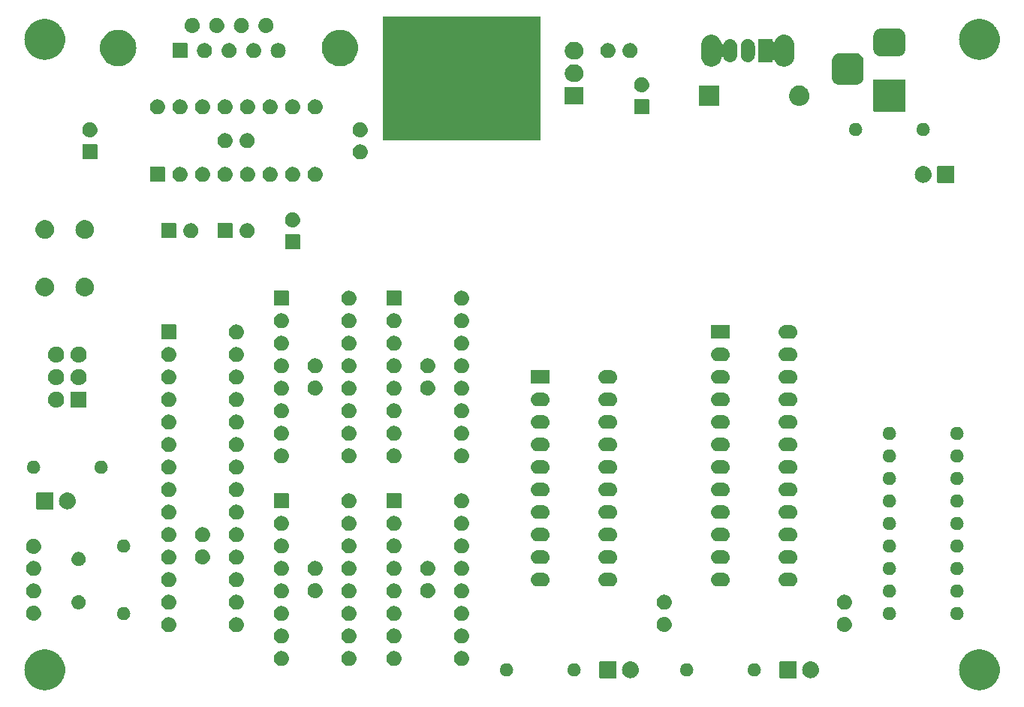
<source format=gbr>
G04 #@! TF.GenerationSoftware,KiCad,Pcbnew,7.0.7*
G04 #@! TF.CreationDate,2023-10-03T16:10:38+02:00*
G04 #@! TF.ProjectId,DuPal_DIP,44755061-6c5f-4444-9950-2e6b69636164,rev?*
G04 #@! TF.SameCoordinates,Original*
G04 #@! TF.FileFunction,Soldermask,Top*
G04 #@! TF.FilePolarity,Negative*
%FSLAX46Y46*%
G04 Gerber Fmt 4.6, Leading zero omitted, Abs format (unit mm)*
G04 Created by KiCad (PCBNEW 7.0.7) date 2023-10-03 16:10:38*
%MOMM*%
%LPD*%
G01*
G04 APERTURE LIST*
G04 APERTURE END LIST*
G36*
X95323037Y-127243787D02*
G01*
X95394468Y-127243787D01*
X95471486Y-127253516D01*
X95550341Y-127258685D01*
X95616379Y-127271820D01*
X95681115Y-127279999D01*
X95762353Y-127300857D01*
X95845543Y-127317405D01*
X95903728Y-127337156D01*
X95960973Y-127351854D01*
X96044797Y-127385042D01*
X96130555Y-127414153D01*
X96180371Y-127438719D01*
X96229613Y-127458216D01*
X96314184Y-127504709D01*
X96400500Y-127547276D01*
X96441759Y-127574844D01*
X96482802Y-127597408D01*
X96566072Y-127657907D01*
X96650760Y-127714494D01*
X96683619Y-127743310D01*
X96716555Y-127767240D01*
X96796354Y-127842176D01*
X96877053Y-127912947D01*
X96901952Y-127941339D01*
X96927174Y-127965024D01*
X97001251Y-128054569D01*
X97075506Y-128139240D01*
X97093181Y-128165693D01*
X97111348Y-128187653D01*
X97177421Y-128291767D01*
X97242724Y-128389500D01*
X97254155Y-128412680D01*
X97266166Y-128431606D01*
X97321961Y-128550176D01*
X97375847Y-128659445D01*
X97382235Y-128678263D01*
X97389185Y-128693033D01*
X97432472Y-128826260D01*
X97472595Y-128944457D01*
X97475307Y-128958091D01*
X97478470Y-128967826D01*
X97507155Y-129118203D01*
X97531315Y-129239659D01*
X97531833Y-129247570D01*
X97532610Y-129251641D01*
X97544830Y-129445871D01*
X97551000Y-129540000D01*
X97544830Y-129634136D01*
X97532610Y-129828358D01*
X97531833Y-129832427D01*
X97531315Y-129840341D01*
X97507151Y-129961820D01*
X97478470Y-130112173D01*
X97475307Y-130121905D01*
X97472595Y-130135543D01*
X97432465Y-130253761D01*
X97389185Y-130386966D01*
X97382236Y-130401732D01*
X97375847Y-130420555D01*
X97321951Y-130529843D01*
X97266166Y-130648393D01*
X97254157Y-130667315D01*
X97242724Y-130690500D01*
X97177408Y-130788251D01*
X97111348Y-130892346D01*
X97093185Y-130914301D01*
X97075506Y-130940760D01*
X97001237Y-131025447D01*
X96927174Y-131114975D01*
X96901957Y-131138655D01*
X96877053Y-131167053D01*
X96796338Y-131237837D01*
X96716555Y-131312759D01*
X96683625Y-131336683D01*
X96650760Y-131365506D01*
X96566055Y-131422103D01*
X96482802Y-131482591D01*
X96441768Y-131505149D01*
X96400500Y-131532724D01*
X96314166Y-131575299D01*
X96229613Y-131621783D01*
X96180381Y-131641275D01*
X96130555Y-131665847D01*
X96044779Y-131694963D01*
X95960973Y-131728145D01*
X95903740Y-131742839D01*
X95845543Y-131762595D01*
X95762335Y-131779146D01*
X95681115Y-131800000D01*
X95616389Y-131808176D01*
X95550341Y-131821315D01*
X95471481Y-131826483D01*
X95394468Y-131836213D01*
X95323037Y-131836213D01*
X95250000Y-131841000D01*
X95176963Y-131836213D01*
X95105532Y-131836213D01*
X95028517Y-131826483D01*
X94949659Y-131821315D01*
X94883611Y-131808177D01*
X94818884Y-131800000D01*
X94737659Y-131779145D01*
X94654457Y-131762595D01*
X94596262Y-131742840D01*
X94539026Y-131728145D01*
X94455213Y-131694961D01*
X94369445Y-131665847D01*
X94319622Y-131641277D01*
X94270386Y-131621783D01*
X94185823Y-131575294D01*
X94099500Y-131532724D01*
X94058236Y-131505152D01*
X94017197Y-131482591D01*
X93933931Y-131422095D01*
X93849240Y-131365506D01*
X93816378Y-131336687D01*
X93783444Y-131312759D01*
X93703646Y-131237824D01*
X93622947Y-131167053D01*
X93598047Y-131138660D01*
X93572825Y-131114975D01*
X93498744Y-131025427D01*
X93424494Y-130940760D01*
X93406818Y-130914307D01*
X93388651Y-130892346D01*
X93322571Y-130788221D01*
X93257276Y-130690500D01*
X93245845Y-130667322D01*
X93233833Y-130648393D01*
X93178026Y-130529799D01*
X93124153Y-130420555D01*
X93117766Y-130401740D01*
X93110814Y-130386966D01*
X93067511Y-130253692D01*
X93027405Y-130135543D01*
X93024693Y-130121913D01*
X93021529Y-130112173D01*
X92992824Y-129961697D01*
X92968685Y-129840341D01*
X92968166Y-129832435D01*
X92967389Y-129828358D01*
X92955144Y-129633755D01*
X92949000Y-129540000D01*
X92955144Y-129446252D01*
X92967389Y-129251641D01*
X92968166Y-129247562D01*
X92968685Y-129239659D01*
X92992819Y-129118325D01*
X93021529Y-128967826D01*
X93024694Y-128958083D01*
X93027405Y-128944457D01*
X93067503Y-128826329D01*
X93110814Y-128693033D01*
X93117767Y-128678256D01*
X93124153Y-128659445D01*
X93178016Y-128550221D01*
X93233833Y-128431606D01*
X93245848Y-128412673D01*
X93257276Y-128389500D01*
X93322558Y-128291797D01*
X93388651Y-128187653D01*
X93406822Y-128165687D01*
X93424494Y-128139240D01*
X93498730Y-128054589D01*
X93572825Y-127965024D01*
X93598052Y-127941333D01*
X93622947Y-127912947D01*
X93703630Y-127842189D01*
X93783444Y-127767240D01*
X93816385Y-127743306D01*
X93849240Y-127714494D01*
X93933914Y-127657916D01*
X94017197Y-127597408D01*
X94058245Y-127574841D01*
X94099500Y-127547276D01*
X94185805Y-127504714D01*
X94270386Y-127458216D01*
X94319632Y-127438717D01*
X94369445Y-127414153D01*
X94455195Y-127385044D01*
X94539026Y-127351854D01*
X94596274Y-127337155D01*
X94654457Y-127317405D01*
X94737642Y-127300858D01*
X94818884Y-127279999D01*
X94883622Y-127271820D01*
X94949659Y-127258685D01*
X95028513Y-127253516D01*
X95105532Y-127243787D01*
X95176963Y-127243787D01*
X95250000Y-127239000D01*
X95323037Y-127243787D01*
G37*
G36*
X200733037Y-127243787D02*
G01*
X200804468Y-127243787D01*
X200881486Y-127253516D01*
X200960341Y-127258685D01*
X201026379Y-127271820D01*
X201091115Y-127279999D01*
X201172353Y-127300857D01*
X201255543Y-127317405D01*
X201313728Y-127337156D01*
X201370973Y-127351854D01*
X201454797Y-127385042D01*
X201540555Y-127414153D01*
X201590371Y-127438719D01*
X201639613Y-127458216D01*
X201724184Y-127504709D01*
X201810500Y-127547276D01*
X201851759Y-127574844D01*
X201892802Y-127597408D01*
X201976072Y-127657907D01*
X202060760Y-127714494D01*
X202093619Y-127743310D01*
X202126555Y-127767240D01*
X202206354Y-127842176D01*
X202287053Y-127912947D01*
X202311952Y-127941339D01*
X202337174Y-127965024D01*
X202411251Y-128054569D01*
X202485506Y-128139240D01*
X202503181Y-128165693D01*
X202521348Y-128187653D01*
X202587421Y-128291767D01*
X202652724Y-128389500D01*
X202664155Y-128412680D01*
X202676166Y-128431606D01*
X202731961Y-128550176D01*
X202785847Y-128659445D01*
X202792235Y-128678263D01*
X202799185Y-128693033D01*
X202842472Y-128826260D01*
X202882595Y-128944457D01*
X202885307Y-128958091D01*
X202888470Y-128967826D01*
X202917155Y-129118203D01*
X202941315Y-129239659D01*
X202941833Y-129247570D01*
X202942610Y-129251641D01*
X202954830Y-129445871D01*
X202961000Y-129540000D01*
X202954830Y-129634136D01*
X202942610Y-129828358D01*
X202941833Y-129832427D01*
X202941315Y-129840341D01*
X202917151Y-129961820D01*
X202888470Y-130112173D01*
X202885307Y-130121905D01*
X202882595Y-130135543D01*
X202842465Y-130253761D01*
X202799185Y-130386966D01*
X202792236Y-130401732D01*
X202785847Y-130420555D01*
X202731951Y-130529843D01*
X202676166Y-130648393D01*
X202664157Y-130667315D01*
X202652724Y-130690500D01*
X202587408Y-130788251D01*
X202521348Y-130892346D01*
X202503185Y-130914301D01*
X202485506Y-130940760D01*
X202411237Y-131025447D01*
X202337174Y-131114975D01*
X202311957Y-131138655D01*
X202287053Y-131167053D01*
X202206338Y-131237837D01*
X202126555Y-131312759D01*
X202093625Y-131336683D01*
X202060760Y-131365506D01*
X201976055Y-131422103D01*
X201892802Y-131482591D01*
X201851768Y-131505149D01*
X201810500Y-131532724D01*
X201724166Y-131575299D01*
X201639613Y-131621783D01*
X201590381Y-131641275D01*
X201540555Y-131665847D01*
X201454779Y-131694963D01*
X201370973Y-131728145D01*
X201313740Y-131742839D01*
X201255543Y-131762595D01*
X201172335Y-131779146D01*
X201091115Y-131800000D01*
X201026389Y-131808176D01*
X200960341Y-131821315D01*
X200881481Y-131826483D01*
X200804468Y-131836213D01*
X200733037Y-131836213D01*
X200660000Y-131841000D01*
X200586963Y-131836213D01*
X200515532Y-131836213D01*
X200438517Y-131826483D01*
X200359659Y-131821315D01*
X200293611Y-131808177D01*
X200228884Y-131800000D01*
X200147659Y-131779145D01*
X200064457Y-131762595D01*
X200006262Y-131742840D01*
X199949026Y-131728145D01*
X199865213Y-131694961D01*
X199779445Y-131665847D01*
X199729622Y-131641277D01*
X199680386Y-131621783D01*
X199595823Y-131575294D01*
X199509500Y-131532724D01*
X199468236Y-131505152D01*
X199427197Y-131482591D01*
X199343931Y-131422095D01*
X199259240Y-131365506D01*
X199226378Y-131336687D01*
X199193444Y-131312759D01*
X199113646Y-131237824D01*
X199032947Y-131167053D01*
X199008047Y-131138660D01*
X198982825Y-131114975D01*
X198908744Y-131025427D01*
X198834494Y-130940760D01*
X198816818Y-130914307D01*
X198798651Y-130892346D01*
X198732571Y-130788221D01*
X198667276Y-130690500D01*
X198655845Y-130667322D01*
X198643833Y-130648393D01*
X198588026Y-130529799D01*
X198534153Y-130420555D01*
X198527766Y-130401740D01*
X198520814Y-130386966D01*
X198477511Y-130253692D01*
X198437405Y-130135543D01*
X198434693Y-130121913D01*
X198431529Y-130112173D01*
X198402824Y-129961697D01*
X198378685Y-129840341D01*
X198378166Y-129832435D01*
X198377389Y-129828358D01*
X198365144Y-129633755D01*
X198359000Y-129540000D01*
X198365144Y-129446252D01*
X198377389Y-129251641D01*
X198378166Y-129247562D01*
X198378685Y-129239659D01*
X198402819Y-129118325D01*
X198431529Y-128967826D01*
X198434694Y-128958083D01*
X198437405Y-128944457D01*
X198477503Y-128826329D01*
X198520814Y-128693033D01*
X198527767Y-128678256D01*
X198534153Y-128659445D01*
X198588016Y-128550221D01*
X198643833Y-128431606D01*
X198655848Y-128412673D01*
X198667276Y-128389500D01*
X198732558Y-128291797D01*
X198798651Y-128187653D01*
X198816822Y-128165687D01*
X198834494Y-128139240D01*
X198908730Y-128054589D01*
X198982825Y-127965024D01*
X199008052Y-127941333D01*
X199032947Y-127912947D01*
X199113630Y-127842189D01*
X199193444Y-127767240D01*
X199226385Y-127743306D01*
X199259240Y-127714494D01*
X199343914Y-127657916D01*
X199427197Y-127597408D01*
X199468245Y-127574841D01*
X199509500Y-127547276D01*
X199595805Y-127504714D01*
X199680386Y-127458216D01*
X199729632Y-127438717D01*
X199779445Y-127414153D01*
X199865195Y-127385044D01*
X199949026Y-127351854D01*
X200006274Y-127337155D01*
X200064457Y-127317405D01*
X200147642Y-127300858D01*
X200228884Y-127279999D01*
X200293622Y-127271820D01*
X200359659Y-127258685D01*
X200438513Y-127253516D01*
X200515532Y-127243787D01*
X200586963Y-127243787D01*
X200660000Y-127239000D01*
X200733037Y-127243787D01*
G37*
G36*
X159669517Y-128592882D02*
G01*
X159686062Y-128603938D01*
X159697118Y-128620483D01*
X159701000Y-128640000D01*
X159701000Y-130440000D01*
X159697118Y-130459517D01*
X159686062Y-130476062D01*
X159669517Y-130487118D01*
X159650000Y-130491000D01*
X157850000Y-130491000D01*
X157830483Y-130487118D01*
X157813938Y-130476062D01*
X157802882Y-130459517D01*
X157799000Y-130440000D01*
X157799000Y-128640000D01*
X157802882Y-128620483D01*
X157813938Y-128603938D01*
X157830483Y-128592882D01*
X157850000Y-128589000D01*
X159650000Y-128589000D01*
X159669517Y-128592882D01*
G37*
G36*
X161336604Y-128593590D02*
G01*
X161377696Y-128593590D01*
X161423456Y-128602144D01*
X161475531Y-128607273D01*
X161515091Y-128619273D01*
X161550111Y-128625820D01*
X161598617Y-128644611D01*
X161653932Y-128661391D01*
X161685534Y-128678282D01*
X161713656Y-128689177D01*
X161762513Y-128719428D01*
X161818347Y-128749272D01*
X161841809Y-128768526D01*
X161862784Y-128781514D01*
X161909256Y-128823879D01*
X161962459Y-128867541D01*
X161978224Y-128886751D01*
X161992400Y-128899674D01*
X162033557Y-128954174D01*
X162080728Y-129011653D01*
X162089848Y-129028717D01*
X162098099Y-129039642D01*
X162130925Y-129105566D01*
X162168609Y-129176068D01*
X162172628Y-129189316D01*
X162176282Y-129196655D01*
X162197864Y-129272507D01*
X162222727Y-129354469D01*
X162223543Y-129362762D01*
X162224280Y-129365350D01*
X162231937Y-129447982D01*
X162241000Y-129540000D01*
X162231936Y-129632026D01*
X162224280Y-129714649D01*
X162223544Y-129717235D01*
X162222727Y-129725531D01*
X162197859Y-129807507D01*
X162176282Y-129883344D01*
X162172628Y-129890680D01*
X162168609Y-129903932D01*
X162130917Y-129974447D01*
X162098099Y-130040357D01*
X162089850Y-130051279D01*
X162080728Y-130068347D01*
X162033547Y-130125836D01*
X161992400Y-130180325D01*
X161978227Y-130193244D01*
X161962459Y-130212459D01*
X161909245Y-130256129D01*
X161862784Y-130298485D01*
X161841814Y-130311469D01*
X161818347Y-130330728D01*
X161762502Y-130360577D01*
X161713656Y-130390822D01*
X161685541Y-130401713D01*
X161653932Y-130418609D01*
X161598605Y-130435392D01*
X161550111Y-130454179D01*
X161515098Y-130460724D01*
X161475531Y-130472727D01*
X161423453Y-130477856D01*
X161377696Y-130486410D01*
X161336604Y-130486410D01*
X161290000Y-130491000D01*
X161243396Y-130486410D01*
X161202304Y-130486410D01*
X161156545Y-130477856D01*
X161104469Y-130472727D01*
X161064902Y-130460724D01*
X161029888Y-130454179D01*
X160981389Y-130435390D01*
X160926068Y-130418609D01*
X160894461Y-130401714D01*
X160866343Y-130390822D01*
X160817490Y-130360573D01*
X160761653Y-130330728D01*
X160738188Y-130311471D01*
X160717215Y-130298485D01*
X160670744Y-130256121D01*
X160617541Y-130212459D01*
X160601775Y-130193248D01*
X160587599Y-130180325D01*
X160546439Y-130125821D01*
X160499272Y-130068347D01*
X160490151Y-130051284D01*
X160481900Y-130040357D01*
X160449067Y-129974420D01*
X160411391Y-129903932D01*
X160407372Y-129890685D01*
X160403717Y-129883344D01*
X160382124Y-129807454D01*
X160357273Y-129725531D01*
X160356456Y-129717241D01*
X160355719Y-129714649D01*
X160348047Y-129631862D01*
X160339000Y-129540000D01*
X160348045Y-129448161D01*
X160355719Y-129365350D01*
X160356456Y-129362757D01*
X160357273Y-129354469D01*
X160382119Y-129272560D01*
X160403717Y-129196655D01*
X160407373Y-129189311D01*
X160411391Y-129176068D01*
X160449060Y-129105593D01*
X160481900Y-129039642D01*
X160490153Y-129028712D01*
X160499272Y-129011653D01*
X160546430Y-128954190D01*
X160587599Y-128899674D01*
X160601778Y-128886747D01*
X160617541Y-128867541D01*
X160670733Y-128823887D01*
X160717215Y-128781514D01*
X160738193Y-128768524D01*
X160761653Y-128749272D01*
X160817478Y-128719432D01*
X160866343Y-128689177D01*
X160894467Y-128678281D01*
X160926068Y-128661391D01*
X160981377Y-128644612D01*
X161029888Y-128625820D01*
X161064909Y-128619273D01*
X161104469Y-128607273D01*
X161156542Y-128602144D01*
X161202304Y-128593590D01*
X161243396Y-128593590D01*
X161290000Y-128589000D01*
X161336604Y-128593590D01*
G37*
G36*
X179989517Y-128592882D02*
G01*
X180006062Y-128603938D01*
X180017118Y-128620483D01*
X180021000Y-128640000D01*
X180021000Y-130440000D01*
X180017118Y-130459517D01*
X180006062Y-130476062D01*
X179989517Y-130487118D01*
X179970000Y-130491000D01*
X178170000Y-130491000D01*
X178150483Y-130487118D01*
X178133938Y-130476062D01*
X178122882Y-130459517D01*
X178119000Y-130440000D01*
X178119000Y-128640000D01*
X178122882Y-128620483D01*
X178133938Y-128603938D01*
X178150483Y-128592882D01*
X178170000Y-128589000D01*
X179970000Y-128589000D01*
X179989517Y-128592882D01*
G37*
G36*
X181656604Y-128593590D02*
G01*
X181697696Y-128593590D01*
X181743456Y-128602144D01*
X181795531Y-128607273D01*
X181835091Y-128619273D01*
X181870111Y-128625820D01*
X181918617Y-128644611D01*
X181973932Y-128661391D01*
X182005534Y-128678282D01*
X182033656Y-128689177D01*
X182082513Y-128719428D01*
X182138347Y-128749272D01*
X182161809Y-128768526D01*
X182182784Y-128781514D01*
X182229256Y-128823879D01*
X182282459Y-128867541D01*
X182298224Y-128886751D01*
X182312400Y-128899674D01*
X182353557Y-128954174D01*
X182400728Y-129011653D01*
X182409848Y-129028717D01*
X182418099Y-129039642D01*
X182450925Y-129105566D01*
X182488609Y-129176068D01*
X182492628Y-129189316D01*
X182496282Y-129196655D01*
X182517864Y-129272507D01*
X182542727Y-129354469D01*
X182543543Y-129362762D01*
X182544280Y-129365350D01*
X182551937Y-129447982D01*
X182561000Y-129540000D01*
X182551936Y-129632026D01*
X182544280Y-129714649D01*
X182543544Y-129717235D01*
X182542727Y-129725531D01*
X182517859Y-129807507D01*
X182496282Y-129883344D01*
X182492628Y-129890680D01*
X182488609Y-129903932D01*
X182450917Y-129974447D01*
X182418099Y-130040357D01*
X182409850Y-130051279D01*
X182400728Y-130068347D01*
X182353547Y-130125836D01*
X182312400Y-130180325D01*
X182298227Y-130193244D01*
X182282459Y-130212459D01*
X182229245Y-130256129D01*
X182182784Y-130298485D01*
X182161814Y-130311469D01*
X182138347Y-130330728D01*
X182082502Y-130360577D01*
X182033656Y-130390822D01*
X182005541Y-130401713D01*
X181973932Y-130418609D01*
X181918605Y-130435392D01*
X181870111Y-130454179D01*
X181835098Y-130460724D01*
X181795531Y-130472727D01*
X181743453Y-130477856D01*
X181697696Y-130486410D01*
X181656604Y-130486410D01*
X181610000Y-130491000D01*
X181563396Y-130486410D01*
X181522304Y-130486410D01*
X181476545Y-130477856D01*
X181424469Y-130472727D01*
X181384902Y-130460724D01*
X181349888Y-130454179D01*
X181301389Y-130435390D01*
X181246068Y-130418609D01*
X181214461Y-130401714D01*
X181186343Y-130390822D01*
X181137490Y-130360573D01*
X181081653Y-130330728D01*
X181058188Y-130311471D01*
X181037215Y-130298485D01*
X180990744Y-130256121D01*
X180937541Y-130212459D01*
X180921775Y-130193248D01*
X180907599Y-130180325D01*
X180866439Y-130125821D01*
X180819272Y-130068347D01*
X180810151Y-130051284D01*
X180801900Y-130040357D01*
X180769067Y-129974420D01*
X180731391Y-129903932D01*
X180727372Y-129890685D01*
X180723717Y-129883344D01*
X180702124Y-129807454D01*
X180677273Y-129725531D01*
X180676456Y-129717241D01*
X180675719Y-129714649D01*
X180668047Y-129631862D01*
X180659000Y-129540000D01*
X180668045Y-129448161D01*
X180675719Y-129365350D01*
X180676456Y-129362757D01*
X180677273Y-129354469D01*
X180702119Y-129272560D01*
X180723717Y-129196655D01*
X180727373Y-129189311D01*
X180731391Y-129176068D01*
X180769060Y-129105593D01*
X180801900Y-129039642D01*
X180810153Y-129028712D01*
X180819272Y-129011653D01*
X180866430Y-128954190D01*
X180907599Y-128899674D01*
X180921778Y-128886747D01*
X180937541Y-128867541D01*
X180990733Y-128823887D01*
X181037215Y-128781514D01*
X181058193Y-128768524D01*
X181081653Y-128749272D01*
X181137478Y-128719432D01*
X181186343Y-128689177D01*
X181214467Y-128678281D01*
X181246068Y-128661391D01*
X181301377Y-128644612D01*
X181349888Y-128625820D01*
X181384909Y-128619273D01*
X181424469Y-128607273D01*
X181476542Y-128602144D01*
X181522304Y-128593590D01*
X181563396Y-128593590D01*
X181610000Y-128589000D01*
X181656604Y-128593590D01*
G37*
G36*
X147362593Y-128793799D02*
G01*
X147398428Y-128793799D01*
X147438854Y-128802391D01*
X147487113Y-128807829D01*
X147522201Y-128820106D01*
X147551861Y-128826411D01*
X147594599Y-128845440D01*
X147645847Y-128863372D01*
X147672525Y-128880135D01*
X147695155Y-128890211D01*
X147737356Y-128920871D01*
X147788241Y-128952845D01*
X147806511Y-128971115D01*
X147822056Y-128982409D01*
X147860483Y-129025087D01*
X147907155Y-129071759D01*
X147917892Y-129088847D01*
X147927014Y-129098978D01*
X147958216Y-129153022D01*
X147996628Y-129214153D01*
X148001423Y-129227859D01*
X148005444Y-129234822D01*
X148026031Y-129298183D01*
X148052171Y-129372887D01*
X148053162Y-129381684D01*
X148053915Y-129384001D01*
X148060743Y-129448971D01*
X148071000Y-129540000D01*
X148060742Y-129631036D01*
X148053915Y-129695998D01*
X148053162Y-129698314D01*
X148052171Y-129707113D01*
X148026026Y-129781829D01*
X148005444Y-129845177D01*
X148001424Y-129852138D01*
X147996628Y-129865847D01*
X147958209Y-129926988D01*
X147927014Y-129981021D01*
X147917894Y-129991149D01*
X147907155Y-130008241D01*
X147860474Y-130054921D01*
X147822056Y-130097590D01*
X147806514Y-130108881D01*
X147788241Y-130127155D01*
X147737345Y-130159134D01*
X147695155Y-130189788D01*
X147672531Y-130199860D01*
X147645847Y-130216628D01*
X147594589Y-130234563D01*
X147551861Y-130253588D01*
X147522207Y-130259891D01*
X147487113Y-130272171D01*
X147438851Y-130277608D01*
X147398428Y-130286201D01*
X147362593Y-130286201D01*
X147320000Y-130291000D01*
X147277407Y-130286201D01*
X147241572Y-130286201D01*
X147201147Y-130277608D01*
X147152887Y-130272171D01*
X147117793Y-130259891D01*
X147088138Y-130253588D01*
X147045405Y-130234562D01*
X146994153Y-130216628D01*
X146967470Y-130199862D01*
X146944844Y-130189788D01*
X146902646Y-130159130D01*
X146851759Y-130127155D01*
X146833487Y-130108883D01*
X146817943Y-130097590D01*
X146779515Y-130054911D01*
X146732845Y-130008241D01*
X146722107Y-129991152D01*
X146712985Y-129981021D01*
X146681777Y-129926968D01*
X146643372Y-129865847D01*
X146638576Y-129852142D01*
X146634555Y-129845177D01*
X146613959Y-129781789D01*
X146587829Y-129707113D01*
X146586838Y-129698319D01*
X146586084Y-129695998D01*
X146579242Y-129630904D01*
X146569000Y-129540000D01*
X146579241Y-129449103D01*
X146586084Y-129384001D01*
X146586838Y-129381679D01*
X146587829Y-129372887D01*
X146613954Y-129298223D01*
X146634555Y-129234822D01*
X146638577Y-129227854D01*
X146643372Y-129214153D01*
X146681770Y-129153042D01*
X146712985Y-129098978D01*
X146722109Y-129088843D01*
X146732845Y-129071759D01*
X146779506Y-129025097D01*
X146817942Y-128982410D01*
X146833490Y-128971113D01*
X146851759Y-128952845D01*
X146902640Y-128920873D01*
X146944846Y-128890210D01*
X146967476Y-128880133D01*
X146994153Y-128863372D01*
X147045395Y-128845441D01*
X147088138Y-128826411D01*
X147117799Y-128820106D01*
X147152887Y-128807829D01*
X147201144Y-128802391D01*
X147241572Y-128793799D01*
X147277407Y-128793799D01*
X147320000Y-128789000D01*
X147362593Y-128793799D01*
G37*
G36*
X154982593Y-128793799D02*
G01*
X155018428Y-128793799D01*
X155058854Y-128802391D01*
X155107113Y-128807829D01*
X155142201Y-128820106D01*
X155171861Y-128826411D01*
X155214599Y-128845440D01*
X155265847Y-128863372D01*
X155292525Y-128880135D01*
X155315155Y-128890211D01*
X155357356Y-128920871D01*
X155408241Y-128952845D01*
X155426511Y-128971115D01*
X155442056Y-128982409D01*
X155480483Y-129025087D01*
X155527155Y-129071759D01*
X155537892Y-129088847D01*
X155547014Y-129098978D01*
X155578216Y-129153022D01*
X155616628Y-129214153D01*
X155621423Y-129227859D01*
X155625444Y-129234822D01*
X155646031Y-129298183D01*
X155672171Y-129372887D01*
X155673162Y-129381684D01*
X155673915Y-129384001D01*
X155680743Y-129448971D01*
X155691000Y-129540000D01*
X155680742Y-129631036D01*
X155673915Y-129695998D01*
X155673162Y-129698314D01*
X155672171Y-129707113D01*
X155646026Y-129781829D01*
X155625444Y-129845177D01*
X155621424Y-129852138D01*
X155616628Y-129865847D01*
X155578209Y-129926988D01*
X155547014Y-129981021D01*
X155537894Y-129991149D01*
X155527155Y-130008241D01*
X155480474Y-130054921D01*
X155442056Y-130097590D01*
X155426514Y-130108881D01*
X155408241Y-130127155D01*
X155357345Y-130159134D01*
X155315155Y-130189788D01*
X155292531Y-130199860D01*
X155265847Y-130216628D01*
X155214589Y-130234563D01*
X155171861Y-130253588D01*
X155142207Y-130259891D01*
X155107113Y-130272171D01*
X155058851Y-130277608D01*
X155018428Y-130286201D01*
X154982593Y-130286201D01*
X154940000Y-130291000D01*
X154897407Y-130286201D01*
X154861572Y-130286201D01*
X154821147Y-130277608D01*
X154772887Y-130272171D01*
X154737793Y-130259891D01*
X154708138Y-130253588D01*
X154665405Y-130234562D01*
X154614153Y-130216628D01*
X154587470Y-130199862D01*
X154564844Y-130189788D01*
X154522646Y-130159130D01*
X154471759Y-130127155D01*
X154453487Y-130108883D01*
X154437943Y-130097590D01*
X154399515Y-130054911D01*
X154352845Y-130008241D01*
X154342107Y-129991152D01*
X154332985Y-129981021D01*
X154301777Y-129926968D01*
X154263372Y-129865847D01*
X154258576Y-129852142D01*
X154254555Y-129845177D01*
X154233959Y-129781789D01*
X154207829Y-129707113D01*
X154206838Y-129698319D01*
X154206084Y-129695998D01*
X154199243Y-129630910D01*
X154189000Y-129540000D01*
X154199240Y-129449109D01*
X154206084Y-129384001D01*
X154206838Y-129381679D01*
X154207829Y-129372887D01*
X154233954Y-129298223D01*
X154254555Y-129234822D01*
X154258577Y-129227854D01*
X154263372Y-129214153D01*
X154301770Y-129153042D01*
X154332985Y-129098978D01*
X154342109Y-129088843D01*
X154352845Y-129071759D01*
X154399506Y-129025097D01*
X154437942Y-128982410D01*
X154453490Y-128971113D01*
X154471759Y-128952845D01*
X154522640Y-128920873D01*
X154564846Y-128890210D01*
X154587476Y-128880133D01*
X154614153Y-128863372D01*
X154665395Y-128845441D01*
X154708138Y-128826411D01*
X154737799Y-128820106D01*
X154772887Y-128807829D01*
X154821144Y-128802391D01*
X154861572Y-128793799D01*
X154897407Y-128793799D01*
X154940000Y-128789000D01*
X154982593Y-128793799D01*
G37*
G36*
X167682593Y-128793799D02*
G01*
X167718428Y-128793799D01*
X167758854Y-128802391D01*
X167807113Y-128807829D01*
X167842201Y-128820106D01*
X167871861Y-128826411D01*
X167914599Y-128845440D01*
X167965847Y-128863372D01*
X167992525Y-128880135D01*
X168015155Y-128890211D01*
X168057356Y-128920871D01*
X168108241Y-128952845D01*
X168126511Y-128971115D01*
X168142056Y-128982409D01*
X168180483Y-129025087D01*
X168227155Y-129071759D01*
X168237892Y-129088847D01*
X168247014Y-129098978D01*
X168278216Y-129153022D01*
X168316628Y-129214153D01*
X168321423Y-129227859D01*
X168325444Y-129234822D01*
X168346031Y-129298183D01*
X168372171Y-129372887D01*
X168373162Y-129381684D01*
X168373915Y-129384001D01*
X168380744Y-129448976D01*
X168391000Y-129540000D01*
X168380742Y-129631042D01*
X168373915Y-129695998D01*
X168373162Y-129698314D01*
X168372171Y-129707113D01*
X168346026Y-129781829D01*
X168325444Y-129845177D01*
X168321424Y-129852138D01*
X168316628Y-129865847D01*
X168278209Y-129926988D01*
X168247014Y-129981021D01*
X168237894Y-129991149D01*
X168227155Y-130008241D01*
X168180474Y-130054921D01*
X168142056Y-130097590D01*
X168126514Y-130108881D01*
X168108241Y-130127155D01*
X168057345Y-130159134D01*
X168015155Y-130189788D01*
X167992531Y-130199860D01*
X167965847Y-130216628D01*
X167914589Y-130234563D01*
X167871861Y-130253588D01*
X167842207Y-130259891D01*
X167807113Y-130272171D01*
X167758851Y-130277608D01*
X167718428Y-130286201D01*
X167682593Y-130286201D01*
X167640000Y-130291000D01*
X167597407Y-130286201D01*
X167561572Y-130286201D01*
X167521147Y-130277608D01*
X167472887Y-130272171D01*
X167437793Y-130259891D01*
X167408138Y-130253588D01*
X167365405Y-130234562D01*
X167314153Y-130216628D01*
X167287470Y-130199862D01*
X167264844Y-130189788D01*
X167222646Y-130159130D01*
X167171759Y-130127155D01*
X167153487Y-130108883D01*
X167137943Y-130097590D01*
X167099515Y-130054911D01*
X167052845Y-130008241D01*
X167042107Y-129991152D01*
X167032985Y-129981021D01*
X167001777Y-129926968D01*
X166963372Y-129865847D01*
X166958576Y-129852142D01*
X166954555Y-129845177D01*
X166933959Y-129781789D01*
X166907829Y-129707113D01*
X166906838Y-129698319D01*
X166906084Y-129695998D01*
X166899242Y-129630904D01*
X166889000Y-129540000D01*
X166899241Y-129449103D01*
X166906084Y-129384001D01*
X166906838Y-129381679D01*
X166907829Y-129372887D01*
X166933954Y-129298223D01*
X166954555Y-129234822D01*
X166958577Y-129227854D01*
X166963372Y-129214153D01*
X167001770Y-129153042D01*
X167032985Y-129098978D01*
X167042109Y-129088843D01*
X167052845Y-129071759D01*
X167099506Y-129025097D01*
X167137942Y-128982410D01*
X167153490Y-128971113D01*
X167171759Y-128952845D01*
X167222640Y-128920873D01*
X167264846Y-128890210D01*
X167287476Y-128880133D01*
X167314153Y-128863372D01*
X167365395Y-128845441D01*
X167408138Y-128826411D01*
X167437799Y-128820106D01*
X167472887Y-128807829D01*
X167521144Y-128802391D01*
X167561572Y-128793799D01*
X167597407Y-128793799D01*
X167640000Y-128789000D01*
X167682593Y-128793799D01*
G37*
G36*
X175302593Y-128793799D02*
G01*
X175338428Y-128793799D01*
X175378854Y-128802391D01*
X175427113Y-128807829D01*
X175462201Y-128820106D01*
X175491861Y-128826411D01*
X175534599Y-128845440D01*
X175585847Y-128863372D01*
X175612525Y-128880135D01*
X175635155Y-128890211D01*
X175677356Y-128920871D01*
X175728241Y-128952845D01*
X175746511Y-128971115D01*
X175762056Y-128982409D01*
X175800483Y-129025087D01*
X175847155Y-129071759D01*
X175857892Y-129088847D01*
X175867014Y-129098978D01*
X175898216Y-129153022D01*
X175936628Y-129214153D01*
X175941423Y-129227859D01*
X175945444Y-129234822D01*
X175966031Y-129298183D01*
X175992171Y-129372887D01*
X175993162Y-129381684D01*
X175993915Y-129384001D01*
X176000743Y-129448971D01*
X176011000Y-129540000D01*
X176000742Y-129631036D01*
X175993915Y-129695998D01*
X175993162Y-129698314D01*
X175992171Y-129707113D01*
X175966026Y-129781829D01*
X175945444Y-129845177D01*
X175941424Y-129852138D01*
X175936628Y-129865847D01*
X175898209Y-129926988D01*
X175867014Y-129981021D01*
X175857894Y-129991149D01*
X175847155Y-130008241D01*
X175800474Y-130054921D01*
X175762056Y-130097590D01*
X175746514Y-130108881D01*
X175728241Y-130127155D01*
X175677345Y-130159134D01*
X175635155Y-130189788D01*
X175612531Y-130199860D01*
X175585847Y-130216628D01*
X175534589Y-130234563D01*
X175491861Y-130253588D01*
X175462207Y-130259891D01*
X175427113Y-130272171D01*
X175378851Y-130277608D01*
X175338428Y-130286201D01*
X175302593Y-130286201D01*
X175260000Y-130291000D01*
X175217407Y-130286201D01*
X175181572Y-130286201D01*
X175141147Y-130277608D01*
X175092887Y-130272171D01*
X175057793Y-130259891D01*
X175028138Y-130253588D01*
X174985405Y-130234562D01*
X174934153Y-130216628D01*
X174907470Y-130199862D01*
X174884844Y-130189788D01*
X174842646Y-130159130D01*
X174791759Y-130127155D01*
X174773487Y-130108883D01*
X174757943Y-130097590D01*
X174719515Y-130054911D01*
X174672845Y-130008241D01*
X174662107Y-129991152D01*
X174652985Y-129981021D01*
X174621777Y-129926968D01*
X174583372Y-129865847D01*
X174578576Y-129852142D01*
X174574555Y-129845177D01*
X174553959Y-129781789D01*
X174527829Y-129707113D01*
X174526838Y-129698319D01*
X174526084Y-129695998D01*
X174519243Y-129630910D01*
X174509000Y-129540000D01*
X174519240Y-129449109D01*
X174526084Y-129384001D01*
X174526838Y-129381679D01*
X174527829Y-129372887D01*
X174553954Y-129298223D01*
X174574555Y-129234822D01*
X174578577Y-129227854D01*
X174583372Y-129214153D01*
X174621770Y-129153042D01*
X174652985Y-129098978D01*
X174662109Y-129088843D01*
X174672845Y-129071759D01*
X174719506Y-129025097D01*
X174757942Y-128982410D01*
X174773490Y-128971113D01*
X174791759Y-128952845D01*
X174842640Y-128920873D01*
X174884846Y-128890210D01*
X174907476Y-128880133D01*
X174934153Y-128863372D01*
X174985395Y-128845441D01*
X175028138Y-128826411D01*
X175057799Y-128820106D01*
X175092887Y-128807829D01*
X175141144Y-128802391D01*
X175181572Y-128793799D01*
X175217407Y-128793799D01*
X175260000Y-128789000D01*
X175302593Y-128793799D01*
G37*
G36*
X121961199Y-127423662D02*
G01*
X122008954Y-127423662D01*
X122050194Y-127432427D01*
X122085901Y-127435945D01*
X122130759Y-127449552D01*
X122182973Y-127460651D01*
X122216384Y-127475526D01*
X122245435Y-127484339D01*
X122291602Y-127509015D01*
X122345500Y-127533012D01*
X122370554Y-127551215D01*
X122392453Y-127562920D01*
X122437128Y-127599584D01*
X122489430Y-127637584D01*
X122506411Y-127656443D01*
X122521320Y-127668679D01*
X122561387Y-127717501D01*
X122608473Y-127769795D01*
X122618364Y-127786927D01*
X122627079Y-127797546D01*
X122659306Y-127857840D01*
X122697427Y-127923867D01*
X122701813Y-127937368D01*
X122705660Y-127944564D01*
X122726861Y-128014455D01*
X122752404Y-128093067D01*
X122753303Y-128101623D01*
X122754054Y-128104098D01*
X122761371Y-128178389D01*
X122771000Y-128270000D01*
X122761370Y-128361619D01*
X122754054Y-128435901D01*
X122753303Y-128438375D01*
X122752404Y-128446933D01*
X122726856Y-128525558D01*
X122705660Y-128595435D01*
X122701814Y-128602629D01*
X122697427Y-128616133D01*
X122659299Y-128682172D01*
X122627079Y-128742453D01*
X122618366Y-128753069D01*
X122608473Y-128770205D01*
X122561378Y-128822509D01*
X122521320Y-128871320D01*
X122506414Y-128883552D01*
X122489430Y-128902416D01*
X122437118Y-128940423D01*
X122392453Y-128977079D01*
X122370559Y-128988780D01*
X122345500Y-129006988D01*
X122291591Y-129030989D01*
X122245435Y-129055660D01*
X122216391Y-129064470D01*
X122182973Y-129079349D01*
X122130748Y-129090449D01*
X122085901Y-129104054D01*
X122050203Y-129107570D01*
X122008954Y-129116338D01*
X121961188Y-129116338D01*
X121920000Y-129120395D01*
X121878811Y-129116338D01*
X121831046Y-129116338D01*
X121789797Y-129107570D01*
X121754098Y-129104054D01*
X121709248Y-129090448D01*
X121657027Y-129079349D01*
X121623610Y-129064471D01*
X121594564Y-129055660D01*
X121548402Y-129030986D01*
X121494500Y-129006988D01*
X121469443Y-128988783D01*
X121447546Y-128977079D01*
X121402873Y-128940416D01*
X121350570Y-128902416D01*
X121333588Y-128883555D01*
X121318679Y-128871320D01*
X121278610Y-128822496D01*
X121231527Y-128770205D01*
X121221636Y-128753073D01*
X121212920Y-128742453D01*
X121180687Y-128682148D01*
X121142573Y-128616133D01*
X121138186Y-128602634D01*
X121134339Y-128595435D01*
X121113128Y-128525512D01*
X121087596Y-128446933D01*
X121086697Y-128438380D01*
X121085945Y-128435901D01*
X121078613Y-128361467D01*
X121069000Y-128270000D01*
X121078612Y-128178540D01*
X121085945Y-128104098D01*
X121086697Y-128101618D01*
X121087596Y-128093067D01*
X121113123Y-128014502D01*
X121134339Y-127944564D01*
X121138187Y-127937363D01*
X121142573Y-127923867D01*
X121180680Y-127857863D01*
X121212920Y-127797546D01*
X121221638Y-127786923D01*
X121231527Y-127769795D01*
X121278601Y-127717513D01*
X121318679Y-127668679D01*
X121333591Y-127656440D01*
X121350570Y-127637584D01*
X121402862Y-127599591D01*
X121447546Y-127562920D01*
X121469448Y-127551213D01*
X121494500Y-127533012D01*
X121548391Y-127509018D01*
X121594564Y-127484339D01*
X121623617Y-127475525D01*
X121657027Y-127460651D01*
X121709237Y-127449553D01*
X121754098Y-127435945D01*
X121789806Y-127432427D01*
X121831046Y-127423662D01*
X121878801Y-127423662D01*
X121920000Y-127419604D01*
X121961199Y-127423662D01*
G37*
G36*
X129581198Y-127423662D02*
G01*
X129628954Y-127423662D01*
X129670194Y-127432427D01*
X129705901Y-127435945D01*
X129750759Y-127449552D01*
X129802973Y-127460651D01*
X129836384Y-127475526D01*
X129865435Y-127484339D01*
X129911602Y-127509015D01*
X129965500Y-127533012D01*
X129990554Y-127551215D01*
X130012453Y-127562920D01*
X130057128Y-127599584D01*
X130109430Y-127637584D01*
X130126411Y-127656443D01*
X130141320Y-127668679D01*
X130181387Y-127717501D01*
X130228473Y-127769795D01*
X130238364Y-127786927D01*
X130247079Y-127797546D01*
X130279306Y-127857840D01*
X130317427Y-127923867D01*
X130321813Y-127937368D01*
X130325660Y-127944564D01*
X130346861Y-128014455D01*
X130372404Y-128093067D01*
X130373303Y-128101623D01*
X130374054Y-128104098D01*
X130381371Y-128178389D01*
X130391000Y-128270000D01*
X130381370Y-128361619D01*
X130374054Y-128435901D01*
X130373303Y-128438375D01*
X130372404Y-128446933D01*
X130346856Y-128525558D01*
X130325660Y-128595435D01*
X130321814Y-128602629D01*
X130317427Y-128616133D01*
X130279299Y-128682172D01*
X130247079Y-128742453D01*
X130238366Y-128753069D01*
X130228473Y-128770205D01*
X130181378Y-128822509D01*
X130141320Y-128871320D01*
X130126414Y-128883552D01*
X130109430Y-128902416D01*
X130057118Y-128940423D01*
X130012453Y-128977079D01*
X129990559Y-128988780D01*
X129965500Y-129006988D01*
X129911591Y-129030989D01*
X129865435Y-129055660D01*
X129836391Y-129064470D01*
X129802973Y-129079349D01*
X129750748Y-129090449D01*
X129705901Y-129104054D01*
X129670203Y-129107570D01*
X129628954Y-129116338D01*
X129581188Y-129116338D01*
X129540000Y-129120395D01*
X129498811Y-129116338D01*
X129451046Y-129116338D01*
X129409797Y-129107570D01*
X129374098Y-129104054D01*
X129329248Y-129090448D01*
X129277027Y-129079349D01*
X129243610Y-129064471D01*
X129214564Y-129055660D01*
X129168402Y-129030986D01*
X129114500Y-129006988D01*
X129089443Y-128988783D01*
X129067546Y-128977079D01*
X129022873Y-128940416D01*
X128970570Y-128902416D01*
X128953588Y-128883555D01*
X128938679Y-128871320D01*
X128898610Y-128822496D01*
X128851527Y-128770205D01*
X128841636Y-128753073D01*
X128832920Y-128742453D01*
X128800687Y-128682148D01*
X128762573Y-128616133D01*
X128758186Y-128602634D01*
X128754339Y-128595435D01*
X128733128Y-128525512D01*
X128707596Y-128446933D01*
X128706697Y-128438380D01*
X128705945Y-128435901D01*
X128698613Y-128361467D01*
X128689000Y-128270000D01*
X128698612Y-128178540D01*
X128705945Y-128104098D01*
X128706697Y-128101618D01*
X128707596Y-128093067D01*
X128733123Y-128014502D01*
X128754339Y-127944564D01*
X128758187Y-127937363D01*
X128762573Y-127923867D01*
X128800680Y-127857863D01*
X128832920Y-127797546D01*
X128841638Y-127786923D01*
X128851527Y-127769795D01*
X128898601Y-127717513D01*
X128938679Y-127668679D01*
X128953591Y-127656440D01*
X128970570Y-127637584D01*
X129022862Y-127599591D01*
X129067546Y-127562920D01*
X129089448Y-127551213D01*
X129114500Y-127533012D01*
X129168391Y-127509018D01*
X129214564Y-127484339D01*
X129243617Y-127475525D01*
X129277027Y-127460651D01*
X129329237Y-127449553D01*
X129374098Y-127435945D01*
X129409806Y-127432427D01*
X129451046Y-127423662D01*
X129498800Y-127423662D01*
X129539999Y-127419604D01*
X129581198Y-127423662D01*
G37*
G36*
X134661198Y-127423662D02*
G01*
X134708954Y-127423662D01*
X134750194Y-127432427D01*
X134785901Y-127435945D01*
X134830759Y-127449552D01*
X134882973Y-127460651D01*
X134916384Y-127475526D01*
X134945435Y-127484339D01*
X134991602Y-127509015D01*
X135045500Y-127533012D01*
X135070554Y-127551215D01*
X135092453Y-127562920D01*
X135137128Y-127599584D01*
X135189430Y-127637584D01*
X135206411Y-127656443D01*
X135221320Y-127668679D01*
X135261387Y-127717501D01*
X135308473Y-127769795D01*
X135318364Y-127786927D01*
X135327079Y-127797546D01*
X135359306Y-127857840D01*
X135397427Y-127923867D01*
X135401813Y-127937368D01*
X135405660Y-127944564D01*
X135426861Y-128014455D01*
X135452404Y-128093067D01*
X135453303Y-128101623D01*
X135454054Y-128104098D01*
X135461371Y-128178389D01*
X135471000Y-128270000D01*
X135461370Y-128361619D01*
X135454054Y-128435901D01*
X135453303Y-128438375D01*
X135452404Y-128446933D01*
X135426856Y-128525558D01*
X135405660Y-128595435D01*
X135401814Y-128602629D01*
X135397427Y-128616133D01*
X135359299Y-128682172D01*
X135327079Y-128742453D01*
X135318366Y-128753069D01*
X135308473Y-128770205D01*
X135261378Y-128822509D01*
X135221320Y-128871320D01*
X135206414Y-128883552D01*
X135189430Y-128902416D01*
X135137118Y-128940423D01*
X135092453Y-128977079D01*
X135070559Y-128988780D01*
X135045500Y-129006988D01*
X134991591Y-129030989D01*
X134945435Y-129055660D01*
X134916391Y-129064470D01*
X134882973Y-129079349D01*
X134830748Y-129090449D01*
X134785901Y-129104054D01*
X134750203Y-129107570D01*
X134708954Y-129116338D01*
X134661188Y-129116338D01*
X134620000Y-129120395D01*
X134578811Y-129116338D01*
X134531046Y-129116338D01*
X134489797Y-129107570D01*
X134454098Y-129104054D01*
X134409248Y-129090448D01*
X134357027Y-129079349D01*
X134323610Y-129064471D01*
X134294564Y-129055660D01*
X134248402Y-129030986D01*
X134194500Y-129006988D01*
X134169443Y-128988783D01*
X134147546Y-128977079D01*
X134102873Y-128940416D01*
X134050570Y-128902416D01*
X134033588Y-128883555D01*
X134018679Y-128871320D01*
X133978610Y-128822496D01*
X133931527Y-128770205D01*
X133921636Y-128753073D01*
X133912920Y-128742453D01*
X133880687Y-128682148D01*
X133842573Y-128616133D01*
X133838186Y-128602634D01*
X133834339Y-128595435D01*
X133813128Y-128525512D01*
X133787596Y-128446933D01*
X133786697Y-128438380D01*
X133785945Y-128435901D01*
X133778613Y-128361467D01*
X133769000Y-128270000D01*
X133778612Y-128178540D01*
X133785945Y-128104098D01*
X133786697Y-128101618D01*
X133787596Y-128093067D01*
X133813123Y-128014502D01*
X133834339Y-127944564D01*
X133838187Y-127937363D01*
X133842573Y-127923867D01*
X133880680Y-127857863D01*
X133912920Y-127797546D01*
X133921638Y-127786923D01*
X133931527Y-127769795D01*
X133978601Y-127717513D01*
X134018679Y-127668679D01*
X134033591Y-127656440D01*
X134050570Y-127637584D01*
X134102862Y-127599591D01*
X134147546Y-127562920D01*
X134169448Y-127551213D01*
X134194500Y-127533012D01*
X134248391Y-127509018D01*
X134294564Y-127484339D01*
X134323617Y-127475525D01*
X134357027Y-127460651D01*
X134409237Y-127449553D01*
X134454098Y-127435945D01*
X134489806Y-127432427D01*
X134531046Y-127423662D01*
X134578800Y-127423662D01*
X134619999Y-127419604D01*
X134661198Y-127423662D01*
G37*
G36*
X142281199Y-127423662D02*
G01*
X142328954Y-127423662D01*
X142370194Y-127432427D01*
X142405901Y-127435945D01*
X142450759Y-127449552D01*
X142502973Y-127460651D01*
X142536384Y-127475526D01*
X142565435Y-127484339D01*
X142611602Y-127509015D01*
X142665500Y-127533012D01*
X142690554Y-127551215D01*
X142712453Y-127562920D01*
X142757128Y-127599584D01*
X142809430Y-127637584D01*
X142826411Y-127656443D01*
X142841320Y-127668679D01*
X142881387Y-127717501D01*
X142928473Y-127769795D01*
X142938364Y-127786927D01*
X142947079Y-127797546D01*
X142979306Y-127857840D01*
X143017427Y-127923867D01*
X143021813Y-127937368D01*
X143025660Y-127944564D01*
X143046861Y-128014455D01*
X143072404Y-128093067D01*
X143073303Y-128101623D01*
X143074054Y-128104098D01*
X143081371Y-128178389D01*
X143091000Y-128270000D01*
X143081370Y-128361619D01*
X143074054Y-128435901D01*
X143073303Y-128438375D01*
X143072404Y-128446933D01*
X143046856Y-128525558D01*
X143025660Y-128595435D01*
X143021814Y-128602629D01*
X143017427Y-128616133D01*
X142979299Y-128682172D01*
X142947079Y-128742453D01*
X142938366Y-128753069D01*
X142928473Y-128770205D01*
X142881378Y-128822509D01*
X142841320Y-128871320D01*
X142826414Y-128883552D01*
X142809430Y-128902416D01*
X142757118Y-128940423D01*
X142712453Y-128977079D01*
X142690559Y-128988780D01*
X142665500Y-129006988D01*
X142611591Y-129030989D01*
X142565435Y-129055660D01*
X142536391Y-129064470D01*
X142502973Y-129079349D01*
X142450748Y-129090449D01*
X142405901Y-129104054D01*
X142370203Y-129107570D01*
X142328954Y-129116338D01*
X142281188Y-129116338D01*
X142240000Y-129120395D01*
X142198811Y-129116338D01*
X142151046Y-129116338D01*
X142109797Y-129107570D01*
X142074098Y-129104054D01*
X142029248Y-129090448D01*
X141977027Y-129079349D01*
X141943610Y-129064471D01*
X141914564Y-129055660D01*
X141868402Y-129030986D01*
X141814500Y-129006988D01*
X141789443Y-128988783D01*
X141767546Y-128977079D01*
X141722873Y-128940416D01*
X141670570Y-128902416D01*
X141653588Y-128883555D01*
X141638679Y-128871320D01*
X141598610Y-128822496D01*
X141551527Y-128770205D01*
X141541636Y-128753073D01*
X141532920Y-128742453D01*
X141500687Y-128682148D01*
X141462573Y-128616133D01*
X141458186Y-128602634D01*
X141454339Y-128595435D01*
X141433128Y-128525512D01*
X141407596Y-128446933D01*
X141406697Y-128438380D01*
X141405945Y-128435901D01*
X141398613Y-128361467D01*
X141389000Y-128270000D01*
X141398612Y-128178540D01*
X141405945Y-128104098D01*
X141406697Y-128101618D01*
X141407596Y-128093067D01*
X141433123Y-128014502D01*
X141454339Y-127944564D01*
X141458187Y-127937363D01*
X141462573Y-127923867D01*
X141500680Y-127857863D01*
X141532920Y-127797546D01*
X141541638Y-127786923D01*
X141551527Y-127769795D01*
X141598601Y-127717513D01*
X141638679Y-127668679D01*
X141653591Y-127656440D01*
X141670570Y-127637584D01*
X141722862Y-127599591D01*
X141767546Y-127562920D01*
X141789448Y-127551213D01*
X141814500Y-127533012D01*
X141868391Y-127509018D01*
X141914564Y-127484339D01*
X141943617Y-127475525D01*
X141977027Y-127460651D01*
X142029237Y-127449553D01*
X142074098Y-127435945D01*
X142109806Y-127432427D01*
X142151046Y-127423662D01*
X142198801Y-127423662D01*
X142240000Y-127419604D01*
X142281199Y-127423662D01*
G37*
G36*
X121961199Y-124883662D02*
G01*
X122008954Y-124883662D01*
X122050194Y-124892427D01*
X122085901Y-124895945D01*
X122130759Y-124909552D01*
X122182973Y-124920651D01*
X122216384Y-124935526D01*
X122245435Y-124944339D01*
X122291602Y-124969015D01*
X122345500Y-124993012D01*
X122370554Y-125011215D01*
X122392453Y-125022920D01*
X122437128Y-125059584D01*
X122489430Y-125097584D01*
X122506411Y-125116443D01*
X122521320Y-125128679D01*
X122561387Y-125177501D01*
X122608473Y-125229795D01*
X122618364Y-125246927D01*
X122627079Y-125257546D01*
X122659306Y-125317840D01*
X122697427Y-125383867D01*
X122701813Y-125397368D01*
X122705660Y-125404564D01*
X122726861Y-125474455D01*
X122752404Y-125553067D01*
X122753303Y-125561623D01*
X122754054Y-125564098D01*
X122761372Y-125638395D01*
X122771000Y-125730000D01*
X122761369Y-125821625D01*
X122754054Y-125895901D01*
X122753303Y-125898375D01*
X122752404Y-125906933D01*
X122726856Y-125985558D01*
X122705660Y-126055435D01*
X122701814Y-126062629D01*
X122697427Y-126076133D01*
X122659299Y-126142172D01*
X122627079Y-126202453D01*
X122618366Y-126213069D01*
X122608473Y-126230205D01*
X122561378Y-126282509D01*
X122521320Y-126331320D01*
X122506414Y-126343552D01*
X122489430Y-126362416D01*
X122437118Y-126400423D01*
X122392453Y-126437079D01*
X122370559Y-126448780D01*
X122345500Y-126466988D01*
X122291591Y-126490989D01*
X122245435Y-126515660D01*
X122216391Y-126524470D01*
X122182973Y-126539349D01*
X122130748Y-126550449D01*
X122085901Y-126564054D01*
X122050203Y-126567570D01*
X122008954Y-126576338D01*
X121961188Y-126576338D01*
X121920000Y-126580395D01*
X121878811Y-126576338D01*
X121831046Y-126576338D01*
X121789797Y-126567570D01*
X121754098Y-126564054D01*
X121709248Y-126550448D01*
X121657027Y-126539349D01*
X121623610Y-126524471D01*
X121594564Y-126515660D01*
X121548402Y-126490986D01*
X121494500Y-126466988D01*
X121469443Y-126448783D01*
X121447546Y-126437079D01*
X121402873Y-126400416D01*
X121350570Y-126362416D01*
X121333588Y-126343555D01*
X121318679Y-126331320D01*
X121278610Y-126282496D01*
X121231527Y-126230205D01*
X121221636Y-126213073D01*
X121212920Y-126202453D01*
X121180687Y-126142148D01*
X121142573Y-126076133D01*
X121138186Y-126062634D01*
X121134339Y-126055435D01*
X121113128Y-125985512D01*
X121087596Y-125906933D01*
X121086697Y-125898380D01*
X121085945Y-125895901D01*
X121078613Y-125821467D01*
X121069000Y-125730000D01*
X121078612Y-125638540D01*
X121085945Y-125564098D01*
X121086697Y-125561618D01*
X121087596Y-125553067D01*
X121113123Y-125474502D01*
X121134339Y-125404564D01*
X121138187Y-125397363D01*
X121142573Y-125383867D01*
X121180680Y-125317863D01*
X121212920Y-125257546D01*
X121221638Y-125246923D01*
X121231527Y-125229795D01*
X121278601Y-125177513D01*
X121318679Y-125128679D01*
X121333591Y-125116440D01*
X121350570Y-125097584D01*
X121402862Y-125059591D01*
X121447546Y-125022920D01*
X121469448Y-125011213D01*
X121494500Y-124993012D01*
X121548391Y-124969018D01*
X121594564Y-124944339D01*
X121623617Y-124935525D01*
X121657027Y-124920651D01*
X121709237Y-124909553D01*
X121754098Y-124895945D01*
X121789806Y-124892427D01*
X121831046Y-124883662D01*
X121878801Y-124883662D01*
X121920000Y-124879604D01*
X121961199Y-124883662D01*
G37*
G36*
X129581198Y-124883662D02*
G01*
X129628954Y-124883662D01*
X129670194Y-124892427D01*
X129705901Y-124895945D01*
X129750759Y-124909552D01*
X129802973Y-124920651D01*
X129836384Y-124935526D01*
X129865435Y-124944339D01*
X129911602Y-124969015D01*
X129965500Y-124993012D01*
X129990554Y-125011215D01*
X130012453Y-125022920D01*
X130057128Y-125059584D01*
X130109430Y-125097584D01*
X130126411Y-125116443D01*
X130141320Y-125128679D01*
X130181387Y-125177501D01*
X130228473Y-125229795D01*
X130238364Y-125246927D01*
X130247079Y-125257546D01*
X130279306Y-125317840D01*
X130317427Y-125383867D01*
X130321813Y-125397368D01*
X130325660Y-125404564D01*
X130346861Y-125474455D01*
X130372404Y-125553067D01*
X130373303Y-125561623D01*
X130374054Y-125564098D01*
X130381372Y-125638395D01*
X130391000Y-125730000D01*
X130381369Y-125821625D01*
X130374054Y-125895901D01*
X130373303Y-125898375D01*
X130372404Y-125906933D01*
X130346856Y-125985558D01*
X130325660Y-126055435D01*
X130321814Y-126062629D01*
X130317427Y-126076133D01*
X130279299Y-126142172D01*
X130247079Y-126202453D01*
X130238366Y-126213069D01*
X130228473Y-126230205D01*
X130181378Y-126282509D01*
X130141320Y-126331320D01*
X130126414Y-126343552D01*
X130109430Y-126362416D01*
X130057118Y-126400423D01*
X130012453Y-126437079D01*
X129990559Y-126448780D01*
X129965500Y-126466988D01*
X129911591Y-126490989D01*
X129865435Y-126515660D01*
X129836391Y-126524470D01*
X129802973Y-126539349D01*
X129750748Y-126550449D01*
X129705901Y-126564054D01*
X129670203Y-126567570D01*
X129628954Y-126576338D01*
X129581188Y-126576338D01*
X129540000Y-126580395D01*
X129498811Y-126576338D01*
X129451046Y-126576338D01*
X129409797Y-126567570D01*
X129374098Y-126564054D01*
X129329248Y-126550448D01*
X129277027Y-126539349D01*
X129243610Y-126524471D01*
X129214564Y-126515660D01*
X129168402Y-126490986D01*
X129114500Y-126466988D01*
X129089443Y-126448783D01*
X129067546Y-126437079D01*
X129022873Y-126400416D01*
X128970570Y-126362416D01*
X128953588Y-126343555D01*
X128938679Y-126331320D01*
X128898610Y-126282496D01*
X128851527Y-126230205D01*
X128841636Y-126213073D01*
X128832920Y-126202453D01*
X128800687Y-126142148D01*
X128762573Y-126076133D01*
X128758186Y-126062634D01*
X128754339Y-126055435D01*
X128733128Y-125985512D01*
X128707596Y-125906933D01*
X128706697Y-125898380D01*
X128705945Y-125895901D01*
X128698613Y-125821467D01*
X128689000Y-125730000D01*
X128698612Y-125638540D01*
X128705945Y-125564098D01*
X128706697Y-125561618D01*
X128707596Y-125553067D01*
X128733123Y-125474502D01*
X128754339Y-125404564D01*
X128758187Y-125397363D01*
X128762573Y-125383867D01*
X128800680Y-125317863D01*
X128832920Y-125257546D01*
X128841638Y-125246923D01*
X128851527Y-125229795D01*
X128898601Y-125177513D01*
X128938679Y-125128679D01*
X128953591Y-125116440D01*
X128970570Y-125097584D01*
X129022862Y-125059591D01*
X129067546Y-125022920D01*
X129089448Y-125011213D01*
X129114500Y-124993012D01*
X129168391Y-124969018D01*
X129214564Y-124944339D01*
X129243617Y-124935525D01*
X129277027Y-124920651D01*
X129329237Y-124909553D01*
X129374098Y-124895945D01*
X129409806Y-124892427D01*
X129451046Y-124883662D01*
X129498800Y-124883662D01*
X129539999Y-124879604D01*
X129581198Y-124883662D01*
G37*
G36*
X134661198Y-124883662D02*
G01*
X134708954Y-124883662D01*
X134750194Y-124892427D01*
X134785901Y-124895945D01*
X134830759Y-124909552D01*
X134882973Y-124920651D01*
X134916384Y-124935526D01*
X134945435Y-124944339D01*
X134991602Y-124969015D01*
X135045500Y-124993012D01*
X135070554Y-125011215D01*
X135092453Y-125022920D01*
X135137128Y-125059584D01*
X135189430Y-125097584D01*
X135206411Y-125116443D01*
X135221320Y-125128679D01*
X135261387Y-125177501D01*
X135308473Y-125229795D01*
X135318364Y-125246927D01*
X135327079Y-125257546D01*
X135359306Y-125317840D01*
X135397427Y-125383867D01*
X135401813Y-125397368D01*
X135405660Y-125404564D01*
X135426861Y-125474455D01*
X135452404Y-125553067D01*
X135453303Y-125561623D01*
X135454054Y-125564098D01*
X135461372Y-125638395D01*
X135471000Y-125730000D01*
X135461369Y-125821625D01*
X135454054Y-125895901D01*
X135453303Y-125898375D01*
X135452404Y-125906933D01*
X135426856Y-125985558D01*
X135405660Y-126055435D01*
X135401814Y-126062629D01*
X135397427Y-126076133D01*
X135359299Y-126142172D01*
X135327079Y-126202453D01*
X135318366Y-126213069D01*
X135308473Y-126230205D01*
X135261378Y-126282509D01*
X135221320Y-126331320D01*
X135206414Y-126343552D01*
X135189430Y-126362416D01*
X135137118Y-126400423D01*
X135092453Y-126437079D01*
X135070559Y-126448780D01*
X135045500Y-126466988D01*
X134991591Y-126490989D01*
X134945435Y-126515660D01*
X134916391Y-126524470D01*
X134882973Y-126539349D01*
X134830748Y-126550449D01*
X134785901Y-126564054D01*
X134750203Y-126567570D01*
X134708954Y-126576338D01*
X134661188Y-126576338D01*
X134620000Y-126580395D01*
X134578811Y-126576338D01*
X134531046Y-126576338D01*
X134489797Y-126567570D01*
X134454098Y-126564054D01*
X134409248Y-126550448D01*
X134357027Y-126539349D01*
X134323610Y-126524471D01*
X134294564Y-126515660D01*
X134248402Y-126490986D01*
X134194500Y-126466988D01*
X134169443Y-126448783D01*
X134147546Y-126437079D01*
X134102873Y-126400416D01*
X134050570Y-126362416D01*
X134033588Y-126343555D01*
X134018679Y-126331320D01*
X133978610Y-126282496D01*
X133931527Y-126230205D01*
X133921636Y-126213073D01*
X133912920Y-126202453D01*
X133880687Y-126142148D01*
X133842573Y-126076133D01*
X133838186Y-126062634D01*
X133834339Y-126055435D01*
X133813128Y-125985512D01*
X133787596Y-125906933D01*
X133786697Y-125898380D01*
X133785945Y-125895901D01*
X133778613Y-125821467D01*
X133769000Y-125730000D01*
X133778612Y-125638540D01*
X133785945Y-125564098D01*
X133786697Y-125561618D01*
X133787596Y-125553067D01*
X133813123Y-125474502D01*
X133834339Y-125404564D01*
X133838187Y-125397363D01*
X133842573Y-125383867D01*
X133880680Y-125317863D01*
X133912920Y-125257546D01*
X133921638Y-125246923D01*
X133931527Y-125229795D01*
X133978601Y-125177513D01*
X134018679Y-125128679D01*
X134033591Y-125116440D01*
X134050570Y-125097584D01*
X134102862Y-125059591D01*
X134147546Y-125022920D01*
X134169448Y-125011213D01*
X134194500Y-124993012D01*
X134248391Y-124969018D01*
X134294564Y-124944339D01*
X134323617Y-124935525D01*
X134357027Y-124920651D01*
X134409237Y-124909553D01*
X134454098Y-124895945D01*
X134489806Y-124892427D01*
X134531046Y-124883662D01*
X134578800Y-124883662D01*
X134619999Y-124879604D01*
X134661198Y-124883662D01*
G37*
G36*
X142281199Y-124883662D02*
G01*
X142328954Y-124883662D01*
X142370194Y-124892427D01*
X142405901Y-124895945D01*
X142450759Y-124909552D01*
X142502973Y-124920651D01*
X142536384Y-124935526D01*
X142565435Y-124944339D01*
X142611602Y-124969015D01*
X142665500Y-124993012D01*
X142690554Y-125011215D01*
X142712453Y-125022920D01*
X142757128Y-125059584D01*
X142809430Y-125097584D01*
X142826411Y-125116443D01*
X142841320Y-125128679D01*
X142881387Y-125177501D01*
X142928473Y-125229795D01*
X142938364Y-125246927D01*
X142947079Y-125257546D01*
X142979306Y-125317840D01*
X143017427Y-125383867D01*
X143021813Y-125397368D01*
X143025660Y-125404564D01*
X143046861Y-125474455D01*
X143072404Y-125553067D01*
X143073303Y-125561623D01*
X143074054Y-125564098D01*
X143081372Y-125638395D01*
X143091000Y-125730000D01*
X143081369Y-125821625D01*
X143074054Y-125895901D01*
X143073303Y-125898375D01*
X143072404Y-125906933D01*
X143046856Y-125985558D01*
X143025660Y-126055435D01*
X143021814Y-126062629D01*
X143017427Y-126076133D01*
X142979299Y-126142172D01*
X142947079Y-126202453D01*
X142938366Y-126213069D01*
X142928473Y-126230205D01*
X142881378Y-126282509D01*
X142841320Y-126331320D01*
X142826414Y-126343552D01*
X142809430Y-126362416D01*
X142757118Y-126400423D01*
X142712453Y-126437079D01*
X142690559Y-126448780D01*
X142665500Y-126466988D01*
X142611591Y-126490989D01*
X142565435Y-126515660D01*
X142536391Y-126524470D01*
X142502973Y-126539349D01*
X142450748Y-126550449D01*
X142405901Y-126564054D01*
X142370203Y-126567570D01*
X142328954Y-126576338D01*
X142281188Y-126576338D01*
X142240000Y-126580395D01*
X142198811Y-126576338D01*
X142151046Y-126576338D01*
X142109797Y-126567570D01*
X142074098Y-126564054D01*
X142029248Y-126550448D01*
X141977027Y-126539349D01*
X141943610Y-126524471D01*
X141914564Y-126515660D01*
X141868402Y-126490986D01*
X141814500Y-126466988D01*
X141789443Y-126448783D01*
X141767546Y-126437079D01*
X141722873Y-126400416D01*
X141670570Y-126362416D01*
X141653588Y-126343555D01*
X141638679Y-126331320D01*
X141598610Y-126282496D01*
X141551527Y-126230205D01*
X141541636Y-126213073D01*
X141532920Y-126202453D01*
X141500687Y-126142148D01*
X141462573Y-126076133D01*
X141458186Y-126062634D01*
X141454339Y-126055435D01*
X141433128Y-125985512D01*
X141407596Y-125906933D01*
X141406697Y-125898380D01*
X141405945Y-125895901D01*
X141398614Y-125821474D01*
X141389000Y-125730000D01*
X141398611Y-125638547D01*
X141405945Y-125564098D01*
X141406697Y-125561618D01*
X141407596Y-125553067D01*
X141433123Y-125474502D01*
X141454339Y-125404564D01*
X141458187Y-125397363D01*
X141462573Y-125383867D01*
X141500680Y-125317863D01*
X141532920Y-125257546D01*
X141541638Y-125246923D01*
X141551527Y-125229795D01*
X141598601Y-125177513D01*
X141638679Y-125128679D01*
X141653591Y-125116440D01*
X141670570Y-125097584D01*
X141722862Y-125059591D01*
X141767546Y-125022920D01*
X141789448Y-125011213D01*
X141814500Y-124993012D01*
X141868391Y-124969018D01*
X141914564Y-124944339D01*
X141943617Y-124935525D01*
X141977027Y-124920651D01*
X142029237Y-124909553D01*
X142074098Y-124895945D01*
X142109806Y-124892427D01*
X142151046Y-124883662D01*
X142198801Y-124883662D01*
X142240000Y-124879604D01*
X142281199Y-124883662D01*
G37*
G36*
X109261198Y-123613662D02*
G01*
X109308954Y-123613662D01*
X109350194Y-123622427D01*
X109385901Y-123625945D01*
X109430759Y-123639552D01*
X109482973Y-123650651D01*
X109516384Y-123665526D01*
X109545435Y-123674339D01*
X109591602Y-123699015D01*
X109645500Y-123723012D01*
X109670554Y-123741215D01*
X109692453Y-123752920D01*
X109737128Y-123789584D01*
X109789430Y-123827584D01*
X109806411Y-123846443D01*
X109821320Y-123858679D01*
X109861387Y-123907501D01*
X109908473Y-123959795D01*
X109918364Y-123976927D01*
X109927079Y-123987546D01*
X109959306Y-124047840D01*
X109997427Y-124113867D01*
X110001813Y-124127368D01*
X110005660Y-124134564D01*
X110026861Y-124204455D01*
X110052404Y-124283067D01*
X110053303Y-124291623D01*
X110054054Y-124294098D01*
X110061371Y-124368389D01*
X110071000Y-124460000D01*
X110061370Y-124551619D01*
X110054054Y-124625901D01*
X110053303Y-124628375D01*
X110052404Y-124636933D01*
X110026856Y-124715558D01*
X110005660Y-124785435D01*
X110001814Y-124792629D01*
X109997427Y-124806133D01*
X109959299Y-124872172D01*
X109927079Y-124932453D01*
X109918366Y-124943069D01*
X109908473Y-124960205D01*
X109861378Y-125012509D01*
X109821320Y-125061320D01*
X109806414Y-125073552D01*
X109789430Y-125092416D01*
X109737118Y-125130423D01*
X109692453Y-125167079D01*
X109670559Y-125178780D01*
X109645500Y-125196988D01*
X109591591Y-125220989D01*
X109545435Y-125245660D01*
X109516391Y-125254470D01*
X109482973Y-125269349D01*
X109430748Y-125280449D01*
X109385901Y-125294054D01*
X109350203Y-125297570D01*
X109308954Y-125306338D01*
X109261188Y-125306338D01*
X109220000Y-125310395D01*
X109178811Y-125306338D01*
X109131046Y-125306338D01*
X109089797Y-125297570D01*
X109054098Y-125294054D01*
X109009248Y-125280448D01*
X108957027Y-125269349D01*
X108923610Y-125254471D01*
X108894564Y-125245660D01*
X108848402Y-125220986D01*
X108794500Y-125196988D01*
X108769443Y-125178783D01*
X108747546Y-125167079D01*
X108702873Y-125130416D01*
X108650570Y-125092416D01*
X108633588Y-125073555D01*
X108618679Y-125061320D01*
X108578610Y-125012496D01*
X108531527Y-124960205D01*
X108521636Y-124943073D01*
X108512920Y-124932453D01*
X108480687Y-124872148D01*
X108442573Y-124806133D01*
X108438186Y-124792634D01*
X108434339Y-124785435D01*
X108413128Y-124715512D01*
X108387596Y-124636933D01*
X108386697Y-124628380D01*
X108385945Y-124625901D01*
X108378613Y-124551467D01*
X108369000Y-124460000D01*
X108378612Y-124368540D01*
X108385945Y-124294098D01*
X108386697Y-124291618D01*
X108387596Y-124283067D01*
X108413123Y-124204502D01*
X108434339Y-124134564D01*
X108438187Y-124127363D01*
X108442573Y-124113867D01*
X108480680Y-124047863D01*
X108512920Y-123987546D01*
X108521638Y-123976923D01*
X108531527Y-123959795D01*
X108578601Y-123907513D01*
X108618679Y-123858679D01*
X108633591Y-123846440D01*
X108650570Y-123827584D01*
X108702862Y-123789591D01*
X108747546Y-123752920D01*
X108769448Y-123741213D01*
X108794500Y-123723012D01*
X108848391Y-123699018D01*
X108894564Y-123674339D01*
X108923617Y-123665525D01*
X108957027Y-123650651D01*
X109009237Y-123639553D01*
X109054098Y-123625945D01*
X109089806Y-123622427D01*
X109131046Y-123613662D01*
X109178800Y-123613662D01*
X109219999Y-123609604D01*
X109261198Y-123613662D01*
G37*
G36*
X116881199Y-123613662D02*
G01*
X116928954Y-123613662D01*
X116970194Y-123622427D01*
X117005901Y-123625945D01*
X117050759Y-123639552D01*
X117102973Y-123650651D01*
X117136384Y-123665526D01*
X117165435Y-123674339D01*
X117211602Y-123699015D01*
X117265500Y-123723012D01*
X117290554Y-123741215D01*
X117312453Y-123752920D01*
X117357128Y-123789584D01*
X117409430Y-123827584D01*
X117426411Y-123846443D01*
X117441320Y-123858679D01*
X117481387Y-123907501D01*
X117528473Y-123959795D01*
X117538364Y-123976927D01*
X117547079Y-123987546D01*
X117579306Y-124047840D01*
X117617427Y-124113867D01*
X117621813Y-124127368D01*
X117625660Y-124134564D01*
X117646861Y-124204455D01*
X117672404Y-124283067D01*
X117673303Y-124291623D01*
X117674054Y-124294098D01*
X117681371Y-124368389D01*
X117691000Y-124460000D01*
X117681370Y-124551619D01*
X117674054Y-124625901D01*
X117673303Y-124628375D01*
X117672404Y-124636933D01*
X117646856Y-124715558D01*
X117625660Y-124785435D01*
X117621814Y-124792629D01*
X117617427Y-124806133D01*
X117579299Y-124872172D01*
X117547079Y-124932453D01*
X117538366Y-124943069D01*
X117528473Y-124960205D01*
X117481378Y-125012509D01*
X117441320Y-125061320D01*
X117426414Y-125073552D01*
X117409430Y-125092416D01*
X117357118Y-125130423D01*
X117312453Y-125167079D01*
X117290559Y-125178780D01*
X117265500Y-125196988D01*
X117211591Y-125220989D01*
X117165435Y-125245660D01*
X117136391Y-125254470D01*
X117102973Y-125269349D01*
X117050748Y-125280449D01*
X117005901Y-125294054D01*
X116970203Y-125297570D01*
X116928954Y-125306338D01*
X116881188Y-125306338D01*
X116840000Y-125310395D01*
X116798811Y-125306338D01*
X116751046Y-125306338D01*
X116709797Y-125297570D01*
X116674098Y-125294054D01*
X116629248Y-125280448D01*
X116577027Y-125269349D01*
X116543610Y-125254471D01*
X116514564Y-125245660D01*
X116468402Y-125220986D01*
X116414500Y-125196988D01*
X116389443Y-125178783D01*
X116367546Y-125167079D01*
X116322873Y-125130416D01*
X116270570Y-125092416D01*
X116253588Y-125073555D01*
X116238679Y-125061320D01*
X116198610Y-125012496D01*
X116151527Y-124960205D01*
X116141636Y-124943073D01*
X116132920Y-124932453D01*
X116100687Y-124872148D01*
X116062573Y-124806133D01*
X116058186Y-124792634D01*
X116054339Y-124785435D01*
X116033128Y-124715512D01*
X116007596Y-124636933D01*
X116006697Y-124628380D01*
X116005945Y-124625901D01*
X115998614Y-124551474D01*
X115989000Y-124460000D01*
X115998611Y-124368547D01*
X116005945Y-124294098D01*
X116006697Y-124291618D01*
X116007596Y-124283067D01*
X116033123Y-124204502D01*
X116054339Y-124134564D01*
X116058187Y-124127363D01*
X116062573Y-124113867D01*
X116100680Y-124047863D01*
X116132920Y-123987546D01*
X116141638Y-123976923D01*
X116151527Y-123959795D01*
X116198601Y-123907513D01*
X116238679Y-123858679D01*
X116253591Y-123846440D01*
X116270570Y-123827584D01*
X116322862Y-123789591D01*
X116367546Y-123752920D01*
X116389448Y-123741213D01*
X116414500Y-123723012D01*
X116468391Y-123699018D01*
X116514564Y-123674339D01*
X116543617Y-123665525D01*
X116577027Y-123650651D01*
X116629237Y-123639553D01*
X116674098Y-123625945D01*
X116709806Y-123622427D01*
X116751046Y-123613662D01*
X116798801Y-123613662D01*
X116840000Y-123609604D01*
X116881199Y-123613662D01*
G37*
G36*
X165141198Y-123573662D02*
G01*
X165188954Y-123573662D01*
X165230194Y-123582427D01*
X165265901Y-123585945D01*
X165310759Y-123599552D01*
X165362973Y-123610651D01*
X165396384Y-123625526D01*
X165425435Y-123634339D01*
X165471602Y-123659015D01*
X165525500Y-123683012D01*
X165550554Y-123701215D01*
X165572453Y-123712920D01*
X165617128Y-123749584D01*
X165669430Y-123787584D01*
X165686411Y-123806443D01*
X165701320Y-123818679D01*
X165741387Y-123867501D01*
X165788473Y-123919795D01*
X165798364Y-123936927D01*
X165807079Y-123947546D01*
X165839306Y-124007840D01*
X165877427Y-124073867D01*
X165881813Y-124087368D01*
X165885660Y-124094564D01*
X165906861Y-124164455D01*
X165932404Y-124243067D01*
X165933303Y-124251623D01*
X165934054Y-124254098D01*
X165941371Y-124328389D01*
X165951000Y-124420000D01*
X165941370Y-124511619D01*
X165934054Y-124585901D01*
X165933303Y-124588375D01*
X165932404Y-124596933D01*
X165906856Y-124675558D01*
X165885660Y-124745435D01*
X165881814Y-124752629D01*
X165877427Y-124766133D01*
X165839299Y-124832172D01*
X165807079Y-124892453D01*
X165798366Y-124903069D01*
X165788473Y-124920205D01*
X165741378Y-124972509D01*
X165701320Y-125021320D01*
X165686414Y-125033552D01*
X165669430Y-125052416D01*
X165617118Y-125090423D01*
X165572453Y-125127079D01*
X165550559Y-125138780D01*
X165525500Y-125156988D01*
X165471591Y-125180989D01*
X165425435Y-125205660D01*
X165396391Y-125214470D01*
X165362973Y-125229349D01*
X165310748Y-125240449D01*
X165265901Y-125254054D01*
X165230203Y-125257570D01*
X165188954Y-125266338D01*
X165141188Y-125266338D01*
X165100000Y-125270395D01*
X165058811Y-125266338D01*
X165011046Y-125266338D01*
X164969797Y-125257570D01*
X164934098Y-125254054D01*
X164889248Y-125240448D01*
X164837027Y-125229349D01*
X164803610Y-125214471D01*
X164774564Y-125205660D01*
X164728402Y-125180986D01*
X164674500Y-125156988D01*
X164649443Y-125138783D01*
X164627546Y-125127079D01*
X164582873Y-125090416D01*
X164530570Y-125052416D01*
X164513588Y-125033555D01*
X164498679Y-125021320D01*
X164458610Y-124972496D01*
X164411527Y-124920205D01*
X164401636Y-124903073D01*
X164392920Y-124892453D01*
X164360687Y-124832148D01*
X164322573Y-124766133D01*
X164318186Y-124752634D01*
X164314339Y-124745435D01*
X164293128Y-124675512D01*
X164267596Y-124596933D01*
X164266697Y-124588380D01*
X164265945Y-124585901D01*
X164258613Y-124511467D01*
X164249000Y-124420000D01*
X164258612Y-124328540D01*
X164265945Y-124254098D01*
X164266697Y-124251618D01*
X164267596Y-124243067D01*
X164293123Y-124164502D01*
X164314339Y-124094564D01*
X164318187Y-124087363D01*
X164322573Y-124073867D01*
X164360680Y-124007863D01*
X164392920Y-123947546D01*
X164401638Y-123936923D01*
X164411527Y-123919795D01*
X164458601Y-123867513D01*
X164498679Y-123818679D01*
X164513591Y-123806440D01*
X164530570Y-123787584D01*
X164582862Y-123749591D01*
X164627546Y-123712920D01*
X164649448Y-123701213D01*
X164674500Y-123683012D01*
X164728391Y-123659018D01*
X164774564Y-123634339D01*
X164803617Y-123625525D01*
X164837027Y-123610651D01*
X164889237Y-123599553D01*
X164934098Y-123585945D01*
X164969806Y-123582427D01*
X165011046Y-123573662D01*
X165058800Y-123573662D01*
X165099999Y-123569604D01*
X165141198Y-123573662D01*
G37*
G36*
X185461198Y-123573662D02*
G01*
X185508954Y-123573662D01*
X185550194Y-123582427D01*
X185585901Y-123585945D01*
X185630759Y-123599552D01*
X185682973Y-123610651D01*
X185716384Y-123625526D01*
X185745435Y-123634339D01*
X185791602Y-123659015D01*
X185845500Y-123683012D01*
X185870554Y-123701215D01*
X185892453Y-123712920D01*
X185937128Y-123749584D01*
X185989430Y-123787584D01*
X186006411Y-123806443D01*
X186021320Y-123818679D01*
X186061387Y-123867501D01*
X186108473Y-123919795D01*
X186118364Y-123936927D01*
X186127079Y-123947546D01*
X186159306Y-124007840D01*
X186197427Y-124073867D01*
X186201813Y-124087368D01*
X186205660Y-124094564D01*
X186226861Y-124164455D01*
X186252404Y-124243067D01*
X186253303Y-124251623D01*
X186254054Y-124254098D01*
X186261371Y-124328389D01*
X186271000Y-124420000D01*
X186261370Y-124511619D01*
X186254054Y-124585901D01*
X186253303Y-124588375D01*
X186252404Y-124596933D01*
X186226856Y-124675558D01*
X186205660Y-124745435D01*
X186201814Y-124752629D01*
X186197427Y-124766133D01*
X186159299Y-124832172D01*
X186127079Y-124892453D01*
X186118366Y-124903069D01*
X186108473Y-124920205D01*
X186061378Y-124972509D01*
X186021320Y-125021320D01*
X186006414Y-125033552D01*
X185989430Y-125052416D01*
X185937118Y-125090423D01*
X185892453Y-125127079D01*
X185870559Y-125138780D01*
X185845500Y-125156988D01*
X185791591Y-125180989D01*
X185745435Y-125205660D01*
X185716391Y-125214470D01*
X185682973Y-125229349D01*
X185630748Y-125240449D01*
X185585901Y-125254054D01*
X185550203Y-125257570D01*
X185508954Y-125266338D01*
X185461188Y-125266338D01*
X185420000Y-125270395D01*
X185378811Y-125266338D01*
X185331046Y-125266338D01*
X185289797Y-125257570D01*
X185254098Y-125254054D01*
X185209248Y-125240448D01*
X185157027Y-125229349D01*
X185123610Y-125214471D01*
X185094564Y-125205660D01*
X185048402Y-125180986D01*
X184994500Y-125156988D01*
X184969443Y-125138783D01*
X184947546Y-125127079D01*
X184902873Y-125090416D01*
X184850570Y-125052416D01*
X184833588Y-125033555D01*
X184818679Y-125021320D01*
X184778610Y-124972496D01*
X184731527Y-124920205D01*
X184721636Y-124903073D01*
X184712920Y-124892453D01*
X184680687Y-124832148D01*
X184642573Y-124766133D01*
X184638186Y-124752634D01*
X184634339Y-124745435D01*
X184613128Y-124675512D01*
X184587596Y-124596933D01*
X184586697Y-124588380D01*
X184585945Y-124585901D01*
X184578613Y-124511467D01*
X184569000Y-124420000D01*
X184578612Y-124328540D01*
X184585945Y-124254098D01*
X184586697Y-124251618D01*
X184587596Y-124243067D01*
X184613123Y-124164502D01*
X184634339Y-124094564D01*
X184638187Y-124087363D01*
X184642573Y-124073867D01*
X184680680Y-124007863D01*
X184712920Y-123947546D01*
X184721638Y-123936923D01*
X184731527Y-123919795D01*
X184778601Y-123867513D01*
X184818679Y-123818679D01*
X184833591Y-123806440D01*
X184850570Y-123787584D01*
X184902862Y-123749591D01*
X184947546Y-123712920D01*
X184969448Y-123701213D01*
X184994500Y-123683012D01*
X185048391Y-123659018D01*
X185094564Y-123634339D01*
X185123617Y-123625525D01*
X185157027Y-123610651D01*
X185209237Y-123599553D01*
X185254098Y-123585945D01*
X185289806Y-123582427D01*
X185331046Y-123573662D01*
X185378800Y-123573662D01*
X185419999Y-123569604D01*
X185461198Y-123573662D01*
G37*
G36*
X121961199Y-122343662D02*
G01*
X122008954Y-122343662D01*
X122050194Y-122352427D01*
X122085901Y-122355945D01*
X122130759Y-122369552D01*
X122182973Y-122380651D01*
X122216384Y-122395526D01*
X122245435Y-122404339D01*
X122291602Y-122429015D01*
X122345500Y-122453012D01*
X122370554Y-122471215D01*
X122392453Y-122482920D01*
X122437128Y-122519584D01*
X122489430Y-122557584D01*
X122506411Y-122576443D01*
X122521320Y-122588679D01*
X122561387Y-122637501D01*
X122608473Y-122689795D01*
X122618364Y-122706927D01*
X122627079Y-122717546D01*
X122659306Y-122777840D01*
X122697427Y-122843867D01*
X122701813Y-122857368D01*
X122705660Y-122864564D01*
X122726861Y-122934455D01*
X122752404Y-123013067D01*
X122753303Y-123021623D01*
X122754054Y-123024098D01*
X122761371Y-123098389D01*
X122771000Y-123190000D01*
X122761370Y-123281619D01*
X122754054Y-123355901D01*
X122753303Y-123358375D01*
X122752404Y-123366933D01*
X122726856Y-123445558D01*
X122705660Y-123515435D01*
X122701814Y-123522629D01*
X122697427Y-123536133D01*
X122659299Y-123602172D01*
X122627079Y-123662453D01*
X122618366Y-123673069D01*
X122608473Y-123690205D01*
X122561378Y-123742509D01*
X122521320Y-123791320D01*
X122506414Y-123803552D01*
X122489430Y-123822416D01*
X122437118Y-123860423D01*
X122392453Y-123897079D01*
X122370559Y-123908780D01*
X122345500Y-123926988D01*
X122291591Y-123950989D01*
X122245435Y-123975660D01*
X122216391Y-123984470D01*
X122182973Y-123999349D01*
X122130748Y-124010449D01*
X122085901Y-124024054D01*
X122050203Y-124027570D01*
X122008954Y-124036338D01*
X121961188Y-124036338D01*
X121920000Y-124040395D01*
X121878811Y-124036338D01*
X121831046Y-124036338D01*
X121789797Y-124027570D01*
X121754098Y-124024054D01*
X121709248Y-124010448D01*
X121657027Y-123999349D01*
X121623610Y-123984471D01*
X121594564Y-123975660D01*
X121548402Y-123950986D01*
X121494500Y-123926988D01*
X121469443Y-123908783D01*
X121447546Y-123897079D01*
X121402873Y-123860416D01*
X121350570Y-123822416D01*
X121333588Y-123803555D01*
X121318679Y-123791320D01*
X121278610Y-123742496D01*
X121231527Y-123690205D01*
X121221636Y-123673073D01*
X121212920Y-123662453D01*
X121180687Y-123602148D01*
X121142573Y-123536133D01*
X121138186Y-123522634D01*
X121134339Y-123515435D01*
X121113128Y-123445512D01*
X121087596Y-123366933D01*
X121086697Y-123358380D01*
X121085945Y-123355901D01*
X121078613Y-123281467D01*
X121069000Y-123190000D01*
X121078612Y-123098540D01*
X121085945Y-123024098D01*
X121086697Y-123021618D01*
X121087596Y-123013067D01*
X121113123Y-122934502D01*
X121134339Y-122864564D01*
X121138187Y-122857363D01*
X121142573Y-122843867D01*
X121180680Y-122777863D01*
X121212920Y-122717546D01*
X121221638Y-122706923D01*
X121231527Y-122689795D01*
X121278601Y-122637513D01*
X121318679Y-122588679D01*
X121333591Y-122576440D01*
X121350570Y-122557584D01*
X121402862Y-122519591D01*
X121447546Y-122482920D01*
X121469448Y-122471213D01*
X121494500Y-122453012D01*
X121548391Y-122429018D01*
X121594564Y-122404339D01*
X121623617Y-122395525D01*
X121657027Y-122380651D01*
X121709237Y-122369553D01*
X121754098Y-122355945D01*
X121789806Y-122352427D01*
X121831046Y-122343662D01*
X121878801Y-122343662D01*
X121920000Y-122339604D01*
X121961199Y-122343662D01*
G37*
G36*
X129581198Y-122343662D02*
G01*
X129628954Y-122343662D01*
X129670194Y-122352427D01*
X129705901Y-122355945D01*
X129750759Y-122369552D01*
X129802973Y-122380651D01*
X129836384Y-122395526D01*
X129865435Y-122404339D01*
X129911602Y-122429015D01*
X129965500Y-122453012D01*
X129990554Y-122471215D01*
X130012453Y-122482920D01*
X130057128Y-122519584D01*
X130109430Y-122557584D01*
X130126411Y-122576443D01*
X130141320Y-122588679D01*
X130181387Y-122637501D01*
X130228473Y-122689795D01*
X130238364Y-122706927D01*
X130247079Y-122717546D01*
X130279306Y-122777840D01*
X130317427Y-122843867D01*
X130321813Y-122857368D01*
X130325660Y-122864564D01*
X130346861Y-122934455D01*
X130372404Y-123013067D01*
X130373303Y-123021623D01*
X130374054Y-123024098D01*
X130381371Y-123098389D01*
X130391000Y-123190000D01*
X130381370Y-123281619D01*
X130374054Y-123355901D01*
X130373303Y-123358375D01*
X130372404Y-123366933D01*
X130346856Y-123445558D01*
X130325660Y-123515435D01*
X130321814Y-123522629D01*
X130317427Y-123536133D01*
X130279299Y-123602172D01*
X130247079Y-123662453D01*
X130238366Y-123673069D01*
X130228473Y-123690205D01*
X130181378Y-123742509D01*
X130141320Y-123791320D01*
X130126414Y-123803552D01*
X130109430Y-123822416D01*
X130057118Y-123860423D01*
X130012453Y-123897079D01*
X129990559Y-123908780D01*
X129965500Y-123926988D01*
X129911591Y-123950989D01*
X129865435Y-123975660D01*
X129836391Y-123984470D01*
X129802973Y-123999349D01*
X129750748Y-124010449D01*
X129705901Y-124024054D01*
X129670203Y-124027570D01*
X129628954Y-124036338D01*
X129581188Y-124036338D01*
X129540000Y-124040395D01*
X129498811Y-124036338D01*
X129451046Y-124036338D01*
X129409797Y-124027570D01*
X129374098Y-124024054D01*
X129329248Y-124010448D01*
X129277027Y-123999349D01*
X129243610Y-123984471D01*
X129214564Y-123975660D01*
X129168402Y-123950986D01*
X129114500Y-123926988D01*
X129089443Y-123908783D01*
X129067546Y-123897079D01*
X129022873Y-123860416D01*
X128970570Y-123822416D01*
X128953588Y-123803555D01*
X128938679Y-123791320D01*
X128898610Y-123742496D01*
X128851527Y-123690205D01*
X128841636Y-123673073D01*
X128832920Y-123662453D01*
X128800687Y-123602148D01*
X128762573Y-123536133D01*
X128758186Y-123522634D01*
X128754339Y-123515435D01*
X128733128Y-123445512D01*
X128707596Y-123366933D01*
X128706697Y-123358380D01*
X128705945Y-123355901D01*
X128698613Y-123281467D01*
X128689000Y-123190000D01*
X128698612Y-123098540D01*
X128705945Y-123024098D01*
X128706697Y-123021618D01*
X128707596Y-123013067D01*
X128733123Y-122934502D01*
X128754339Y-122864564D01*
X128758187Y-122857363D01*
X128762573Y-122843867D01*
X128800680Y-122777863D01*
X128832920Y-122717546D01*
X128841638Y-122706923D01*
X128851527Y-122689795D01*
X128898601Y-122637513D01*
X128938679Y-122588679D01*
X128953591Y-122576440D01*
X128970570Y-122557584D01*
X129022862Y-122519591D01*
X129067546Y-122482920D01*
X129089448Y-122471213D01*
X129114500Y-122453012D01*
X129168391Y-122429018D01*
X129214564Y-122404339D01*
X129243617Y-122395525D01*
X129277027Y-122380651D01*
X129329237Y-122369553D01*
X129374098Y-122355945D01*
X129409806Y-122352427D01*
X129451046Y-122343662D01*
X129498800Y-122343662D01*
X129539999Y-122339604D01*
X129581198Y-122343662D01*
G37*
G36*
X134661198Y-122343662D02*
G01*
X134708954Y-122343662D01*
X134750194Y-122352427D01*
X134785901Y-122355945D01*
X134830759Y-122369552D01*
X134882973Y-122380651D01*
X134916384Y-122395526D01*
X134945435Y-122404339D01*
X134991602Y-122429015D01*
X135045500Y-122453012D01*
X135070554Y-122471215D01*
X135092453Y-122482920D01*
X135137128Y-122519584D01*
X135189430Y-122557584D01*
X135206411Y-122576443D01*
X135221320Y-122588679D01*
X135261387Y-122637501D01*
X135308473Y-122689795D01*
X135318364Y-122706927D01*
X135327079Y-122717546D01*
X135359306Y-122777840D01*
X135397427Y-122843867D01*
X135401813Y-122857368D01*
X135405660Y-122864564D01*
X135426861Y-122934455D01*
X135452404Y-123013067D01*
X135453303Y-123021623D01*
X135454054Y-123024098D01*
X135461371Y-123098389D01*
X135471000Y-123190000D01*
X135461370Y-123281619D01*
X135454054Y-123355901D01*
X135453303Y-123358375D01*
X135452404Y-123366933D01*
X135426856Y-123445558D01*
X135405660Y-123515435D01*
X135401814Y-123522629D01*
X135397427Y-123536133D01*
X135359299Y-123602172D01*
X135327079Y-123662453D01*
X135318366Y-123673069D01*
X135308473Y-123690205D01*
X135261378Y-123742509D01*
X135221320Y-123791320D01*
X135206414Y-123803552D01*
X135189430Y-123822416D01*
X135137118Y-123860423D01*
X135092453Y-123897079D01*
X135070559Y-123908780D01*
X135045500Y-123926988D01*
X134991591Y-123950989D01*
X134945435Y-123975660D01*
X134916391Y-123984470D01*
X134882973Y-123999349D01*
X134830748Y-124010449D01*
X134785901Y-124024054D01*
X134750203Y-124027570D01*
X134708954Y-124036338D01*
X134661188Y-124036338D01*
X134620000Y-124040395D01*
X134578811Y-124036338D01*
X134531046Y-124036338D01*
X134489797Y-124027570D01*
X134454098Y-124024054D01*
X134409248Y-124010448D01*
X134357027Y-123999349D01*
X134323610Y-123984471D01*
X134294564Y-123975660D01*
X134248402Y-123950986D01*
X134194500Y-123926988D01*
X134169443Y-123908783D01*
X134147546Y-123897079D01*
X134102873Y-123860416D01*
X134050570Y-123822416D01*
X134033588Y-123803555D01*
X134018679Y-123791320D01*
X133978610Y-123742496D01*
X133931527Y-123690205D01*
X133921636Y-123673073D01*
X133912920Y-123662453D01*
X133880687Y-123602148D01*
X133842573Y-123536133D01*
X133838186Y-123522634D01*
X133834339Y-123515435D01*
X133813128Y-123445512D01*
X133787596Y-123366933D01*
X133786697Y-123358380D01*
X133785945Y-123355901D01*
X133778613Y-123281467D01*
X133769000Y-123190000D01*
X133778612Y-123098540D01*
X133785945Y-123024098D01*
X133786697Y-123021618D01*
X133787596Y-123013067D01*
X133813123Y-122934502D01*
X133834339Y-122864564D01*
X133838187Y-122857363D01*
X133842573Y-122843867D01*
X133880680Y-122777863D01*
X133912920Y-122717546D01*
X133921638Y-122706923D01*
X133931527Y-122689795D01*
X133978601Y-122637513D01*
X134018679Y-122588679D01*
X134033591Y-122576440D01*
X134050570Y-122557584D01*
X134102862Y-122519591D01*
X134147546Y-122482920D01*
X134169448Y-122471213D01*
X134194500Y-122453012D01*
X134248391Y-122429018D01*
X134294564Y-122404339D01*
X134323617Y-122395525D01*
X134357027Y-122380651D01*
X134409237Y-122369553D01*
X134454098Y-122355945D01*
X134489806Y-122352427D01*
X134531046Y-122343662D01*
X134578800Y-122343662D01*
X134619999Y-122339604D01*
X134661198Y-122343662D01*
G37*
G36*
X142281199Y-122343662D02*
G01*
X142328954Y-122343662D01*
X142370194Y-122352427D01*
X142405901Y-122355945D01*
X142450759Y-122369552D01*
X142502973Y-122380651D01*
X142536384Y-122395526D01*
X142565435Y-122404339D01*
X142611602Y-122429015D01*
X142665500Y-122453012D01*
X142690554Y-122471215D01*
X142712453Y-122482920D01*
X142757128Y-122519584D01*
X142809430Y-122557584D01*
X142826411Y-122576443D01*
X142841320Y-122588679D01*
X142881387Y-122637501D01*
X142928473Y-122689795D01*
X142938364Y-122706927D01*
X142947079Y-122717546D01*
X142979306Y-122777840D01*
X143017427Y-122843867D01*
X143021813Y-122857368D01*
X143025660Y-122864564D01*
X143046861Y-122934455D01*
X143072404Y-123013067D01*
X143073303Y-123021623D01*
X143074054Y-123024098D01*
X143081371Y-123098389D01*
X143091000Y-123190000D01*
X143081370Y-123281619D01*
X143074054Y-123355901D01*
X143073303Y-123358375D01*
X143072404Y-123366933D01*
X143046856Y-123445558D01*
X143025660Y-123515435D01*
X143021814Y-123522629D01*
X143017427Y-123536133D01*
X142979299Y-123602172D01*
X142947079Y-123662453D01*
X142938366Y-123673069D01*
X142928473Y-123690205D01*
X142881378Y-123742509D01*
X142841320Y-123791320D01*
X142826414Y-123803552D01*
X142809430Y-123822416D01*
X142757118Y-123860423D01*
X142712453Y-123897079D01*
X142690559Y-123908780D01*
X142665500Y-123926988D01*
X142611591Y-123950989D01*
X142565435Y-123975660D01*
X142536391Y-123984470D01*
X142502973Y-123999349D01*
X142450748Y-124010449D01*
X142405901Y-124024054D01*
X142370203Y-124027570D01*
X142328954Y-124036338D01*
X142281188Y-124036338D01*
X142240000Y-124040395D01*
X142198811Y-124036338D01*
X142151046Y-124036338D01*
X142109797Y-124027570D01*
X142074098Y-124024054D01*
X142029248Y-124010448D01*
X141977027Y-123999349D01*
X141943610Y-123984471D01*
X141914564Y-123975660D01*
X141868402Y-123950986D01*
X141814500Y-123926988D01*
X141789443Y-123908783D01*
X141767546Y-123897079D01*
X141722873Y-123860416D01*
X141670570Y-123822416D01*
X141653588Y-123803555D01*
X141638679Y-123791320D01*
X141598610Y-123742496D01*
X141551527Y-123690205D01*
X141541636Y-123673073D01*
X141532920Y-123662453D01*
X141500687Y-123602148D01*
X141462573Y-123536133D01*
X141458186Y-123522634D01*
X141454339Y-123515435D01*
X141433128Y-123445512D01*
X141407596Y-123366933D01*
X141406697Y-123358380D01*
X141405945Y-123355901D01*
X141398613Y-123281467D01*
X141389000Y-123190000D01*
X141398612Y-123098540D01*
X141405945Y-123024098D01*
X141406697Y-123021618D01*
X141407596Y-123013067D01*
X141433123Y-122934502D01*
X141454339Y-122864564D01*
X141458187Y-122857363D01*
X141462573Y-122843867D01*
X141500680Y-122777863D01*
X141532920Y-122717546D01*
X141541638Y-122706923D01*
X141551527Y-122689795D01*
X141598601Y-122637513D01*
X141638679Y-122588679D01*
X141653591Y-122576440D01*
X141670570Y-122557584D01*
X141722862Y-122519591D01*
X141767546Y-122482920D01*
X141789448Y-122471213D01*
X141814500Y-122453012D01*
X141868391Y-122429018D01*
X141914564Y-122404339D01*
X141943617Y-122395525D01*
X141977027Y-122380651D01*
X142029237Y-122369553D01*
X142074098Y-122355945D01*
X142109806Y-122352427D01*
X142151046Y-122343662D01*
X142198801Y-122343662D01*
X142240000Y-122339604D01*
X142281199Y-122343662D01*
G37*
G36*
X94021198Y-122303662D02*
G01*
X94068954Y-122303662D01*
X94110194Y-122312427D01*
X94145901Y-122315945D01*
X94190759Y-122329552D01*
X94242973Y-122340651D01*
X94276384Y-122355526D01*
X94305435Y-122364339D01*
X94351602Y-122389015D01*
X94405500Y-122413012D01*
X94430554Y-122431215D01*
X94452453Y-122442920D01*
X94497128Y-122479584D01*
X94549430Y-122517584D01*
X94566411Y-122536443D01*
X94581320Y-122548679D01*
X94621387Y-122597501D01*
X94668473Y-122649795D01*
X94678364Y-122666927D01*
X94687079Y-122677546D01*
X94719306Y-122737840D01*
X94757427Y-122803867D01*
X94761813Y-122817368D01*
X94765660Y-122824564D01*
X94786861Y-122894455D01*
X94812404Y-122973067D01*
X94813303Y-122981623D01*
X94814054Y-122984098D01*
X94821371Y-123058389D01*
X94831000Y-123150000D01*
X94821370Y-123241619D01*
X94814054Y-123315901D01*
X94813303Y-123318375D01*
X94812404Y-123326933D01*
X94786856Y-123405558D01*
X94765660Y-123475435D01*
X94761814Y-123482629D01*
X94757427Y-123496133D01*
X94719299Y-123562172D01*
X94687079Y-123622453D01*
X94678366Y-123633069D01*
X94668473Y-123650205D01*
X94621378Y-123702509D01*
X94581320Y-123751320D01*
X94566414Y-123763552D01*
X94549430Y-123782416D01*
X94497118Y-123820423D01*
X94452453Y-123857079D01*
X94430559Y-123868780D01*
X94405500Y-123886988D01*
X94351591Y-123910989D01*
X94305435Y-123935660D01*
X94276391Y-123944470D01*
X94242973Y-123959349D01*
X94190748Y-123970449D01*
X94145901Y-123984054D01*
X94110203Y-123987570D01*
X94068954Y-123996338D01*
X94021188Y-123996338D01*
X93980000Y-124000395D01*
X93938811Y-123996338D01*
X93891046Y-123996338D01*
X93849797Y-123987570D01*
X93814098Y-123984054D01*
X93769248Y-123970448D01*
X93717027Y-123959349D01*
X93683610Y-123944471D01*
X93654564Y-123935660D01*
X93608402Y-123910986D01*
X93554500Y-123886988D01*
X93529443Y-123868783D01*
X93507546Y-123857079D01*
X93462873Y-123820416D01*
X93410570Y-123782416D01*
X93393588Y-123763555D01*
X93378679Y-123751320D01*
X93338610Y-123702496D01*
X93291527Y-123650205D01*
X93281636Y-123633073D01*
X93272920Y-123622453D01*
X93240687Y-123562148D01*
X93202573Y-123496133D01*
X93198186Y-123482634D01*
X93194339Y-123475435D01*
X93173128Y-123405512D01*
X93147596Y-123326933D01*
X93146697Y-123318380D01*
X93145945Y-123315901D01*
X93138613Y-123241467D01*
X93129000Y-123150000D01*
X93138612Y-123058540D01*
X93145945Y-122984098D01*
X93146697Y-122981618D01*
X93147596Y-122973067D01*
X93173123Y-122894502D01*
X93194339Y-122824564D01*
X93198187Y-122817363D01*
X93202573Y-122803867D01*
X93240680Y-122737863D01*
X93272920Y-122677546D01*
X93281638Y-122666923D01*
X93291527Y-122649795D01*
X93338601Y-122597513D01*
X93378679Y-122548679D01*
X93393591Y-122536440D01*
X93410570Y-122517584D01*
X93462862Y-122479591D01*
X93507546Y-122442920D01*
X93529448Y-122431213D01*
X93554500Y-122413012D01*
X93608391Y-122389018D01*
X93654564Y-122364339D01*
X93683617Y-122355525D01*
X93717027Y-122340651D01*
X93769237Y-122329553D01*
X93814098Y-122315945D01*
X93849806Y-122312427D01*
X93891046Y-122303662D01*
X93938800Y-122303662D01*
X93979999Y-122299604D01*
X94021198Y-122303662D01*
G37*
G36*
X104182593Y-122443799D02*
G01*
X104218428Y-122443799D01*
X104258854Y-122452391D01*
X104307113Y-122457829D01*
X104342201Y-122470106D01*
X104371861Y-122476411D01*
X104414599Y-122495440D01*
X104465847Y-122513372D01*
X104492525Y-122530135D01*
X104515155Y-122540211D01*
X104557356Y-122570871D01*
X104608241Y-122602845D01*
X104626511Y-122621115D01*
X104642056Y-122632409D01*
X104680483Y-122675087D01*
X104727155Y-122721759D01*
X104737892Y-122738847D01*
X104747014Y-122748978D01*
X104778216Y-122803022D01*
X104816628Y-122864153D01*
X104821423Y-122877859D01*
X104825444Y-122884822D01*
X104846031Y-122948183D01*
X104872171Y-123022887D01*
X104873162Y-123031684D01*
X104873915Y-123034001D01*
X104880744Y-123098976D01*
X104891000Y-123190000D01*
X104880742Y-123281042D01*
X104873915Y-123345998D01*
X104873162Y-123348314D01*
X104872171Y-123357113D01*
X104846026Y-123431829D01*
X104825444Y-123495177D01*
X104821424Y-123502138D01*
X104816628Y-123515847D01*
X104778209Y-123576988D01*
X104747014Y-123631021D01*
X104737894Y-123641149D01*
X104727155Y-123658241D01*
X104680474Y-123704921D01*
X104642056Y-123747590D01*
X104626514Y-123758881D01*
X104608241Y-123777155D01*
X104557345Y-123809134D01*
X104515155Y-123839788D01*
X104492531Y-123849860D01*
X104465847Y-123866628D01*
X104414589Y-123884563D01*
X104371861Y-123903588D01*
X104342207Y-123909891D01*
X104307113Y-123922171D01*
X104258851Y-123927608D01*
X104218428Y-123936201D01*
X104182593Y-123936201D01*
X104140000Y-123941000D01*
X104097407Y-123936201D01*
X104061572Y-123936201D01*
X104021147Y-123927608D01*
X103972887Y-123922171D01*
X103937793Y-123909891D01*
X103908138Y-123903588D01*
X103865405Y-123884562D01*
X103814153Y-123866628D01*
X103787470Y-123849862D01*
X103764844Y-123839788D01*
X103722646Y-123809130D01*
X103671759Y-123777155D01*
X103653487Y-123758883D01*
X103637943Y-123747590D01*
X103599515Y-123704911D01*
X103552845Y-123658241D01*
X103542107Y-123641152D01*
X103532985Y-123631021D01*
X103501777Y-123576968D01*
X103463372Y-123515847D01*
X103458576Y-123502142D01*
X103454555Y-123495177D01*
X103433959Y-123431789D01*
X103407829Y-123357113D01*
X103406838Y-123348319D01*
X103406084Y-123345998D01*
X103399243Y-123280910D01*
X103389000Y-123190000D01*
X103399240Y-123099109D01*
X103406084Y-123034001D01*
X103406838Y-123031679D01*
X103407829Y-123022887D01*
X103433954Y-122948223D01*
X103454555Y-122884822D01*
X103458577Y-122877854D01*
X103463372Y-122864153D01*
X103501770Y-122803042D01*
X103532985Y-122748978D01*
X103542109Y-122738843D01*
X103552845Y-122721759D01*
X103599506Y-122675097D01*
X103637942Y-122632410D01*
X103653490Y-122621113D01*
X103671759Y-122602845D01*
X103722640Y-122570873D01*
X103764846Y-122540210D01*
X103787476Y-122530133D01*
X103814153Y-122513372D01*
X103865395Y-122495441D01*
X103908138Y-122476411D01*
X103937799Y-122470106D01*
X103972887Y-122457829D01*
X104021144Y-122452391D01*
X104061572Y-122443799D01*
X104097407Y-122443799D01*
X104140000Y-122439000D01*
X104182593Y-122443799D01*
G37*
G36*
X190542593Y-122443799D02*
G01*
X190578428Y-122443799D01*
X190618854Y-122452391D01*
X190667113Y-122457829D01*
X190702201Y-122470106D01*
X190731861Y-122476411D01*
X190774599Y-122495440D01*
X190825847Y-122513372D01*
X190852525Y-122530135D01*
X190875155Y-122540211D01*
X190917356Y-122570871D01*
X190968241Y-122602845D01*
X190986511Y-122621115D01*
X191002056Y-122632409D01*
X191040483Y-122675087D01*
X191087155Y-122721759D01*
X191097892Y-122738847D01*
X191107014Y-122748978D01*
X191138216Y-122803022D01*
X191176628Y-122864153D01*
X191181423Y-122877859D01*
X191185444Y-122884822D01*
X191206031Y-122948183D01*
X191232171Y-123022887D01*
X191233162Y-123031684D01*
X191233915Y-123034001D01*
X191240744Y-123098976D01*
X191251000Y-123190000D01*
X191240742Y-123281042D01*
X191233915Y-123345998D01*
X191233162Y-123348314D01*
X191232171Y-123357113D01*
X191206026Y-123431829D01*
X191185444Y-123495177D01*
X191181424Y-123502138D01*
X191176628Y-123515847D01*
X191138209Y-123576988D01*
X191107014Y-123631021D01*
X191097894Y-123641149D01*
X191087155Y-123658241D01*
X191040474Y-123704921D01*
X191002056Y-123747590D01*
X190986514Y-123758881D01*
X190968241Y-123777155D01*
X190917345Y-123809134D01*
X190875155Y-123839788D01*
X190852531Y-123849860D01*
X190825847Y-123866628D01*
X190774589Y-123884563D01*
X190731861Y-123903588D01*
X190702207Y-123909891D01*
X190667113Y-123922171D01*
X190618851Y-123927608D01*
X190578428Y-123936201D01*
X190542593Y-123936201D01*
X190500000Y-123941000D01*
X190457407Y-123936201D01*
X190421572Y-123936201D01*
X190381147Y-123927608D01*
X190332887Y-123922171D01*
X190297793Y-123909891D01*
X190268138Y-123903588D01*
X190225405Y-123884562D01*
X190174153Y-123866628D01*
X190147470Y-123849862D01*
X190124844Y-123839788D01*
X190082646Y-123809130D01*
X190031759Y-123777155D01*
X190013487Y-123758883D01*
X189997943Y-123747590D01*
X189959515Y-123704911D01*
X189912845Y-123658241D01*
X189902107Y-123641152D01*
X189892985Y-123631021D01*
X189861777Y-123576968D01*
X189823372Y-123515847D01*
X189818576Y-123502142D01*
X189814555Y-123495177D01*
X189793959Y-123431789D01*
X189767829Y-123357113D01*
X189766838Y-123348319D01*
X189766084Y-123345998D01*
X189759243Y-123280910D01*
X189749000Y-123190000D01*
X189759240Y-123099109D01*
X189766084Y-123034001D01*
X189766838Y-123031679D01*
X189767829Y-123022887D01*
X189793954Y-122948223D01*
X189814555Y-122884822D01*
X189818577Y-122877854D01*
X189823372Y-122864153D01*
X189861770Y-122803042D01*
X189892985Y-122748978D01*
X189902109Y-122738843D01*
X189912845Y-122721759D01*
X189959506Y-122675097D01*
X189997942Y-122632410D01*
X190013490Y-122621113D01*
X190031759Y-122602845D01*
X190082640Y-122570873D01*
X190124846Y-122540210D01*
X190147476Y-122530133D01*
X190174153Y-122513372D01*
X190225395Y-122495441D01*
X190268138Y-122476411D01*
X190297799Y-122470106D01*
X190332887Y-122457829D01*
X190381144Y-122452391D01*
X190421572Y-122443799D01*
X190457407Y-122443799D01*
X190500000Y-122439000D01*
X190542593Y-122443799D01*
G37*
G36*
X198162593Y-122443799D02*
G01*
X198198428Y-122443799D01*
X198238854Y-122452391D01*
X198287113Y-122457829D01*
X198322201Y-122470106D01*
X198351861Y-122476411D01*
X198394599Y-122495440D01*
X198445847Y-122513372D01*
X198472525Y-122530135D01*
X198495155Y-122540211D01*
X198537356Y-122570871D01*
X198588241Y-122602845D01*
X198606511Y-122621115D01*
X198622056Y-122632409D01*
X198660483Y-122675087D01*
X198707155Y-122721759D01*
X198717892Y-122738847D01*
X198727014Y-122748978D01*
X198758216Y-122803022D01*
X198796628Y-122864153D01*
X198801423Y-122877859D01*
X198805444Y-122884822D01*
X198826031Y-122948183D01*
X198852171Y-123022887D01*
X198853162Y-123031684D01*
X198853915Y-123034001D01*
X198860744Y-123098976D01*
X198871000Y-123190000D01*
X198860742Y-123281042D01*
X198853915Y-123345998D01*
X198853162Y-123348314D01*
X198852171Y-123357113D01*
X198826026Y-123431829D01*
X198805444Y-123495177D01*
X198801424Y-123502138D01*
X198796628Y-123515847D01*
X198758209Y-123576988D01*
X198727014Y-123631021D01*
X198717894Y-123641149D01*
X198707155Y-123658241D01*
X198660474Y-123704921D01*
X198622056Y-123747590D01*
X198606514Y-123758881D01*
X198588241Y-123777155D01*
X198537345Y-123809134D01*
X198495155Y-123839788D01*
X198472531Y-123849860D01*
X198445847Y-123866628D01*
X198394589Y-123884563D01*
X198351861Y-123903588D01*
X198322207Y-123909891D01*
X198287113Y-123922171D01*
X198238851Y-123927608D01*
X198198428Y-123936201D01*
X198162593Y-123936201D01*
X198120000Y-123941000D01*
X198077407Y-123936201D01*
X198041572Y-123936201D01*
X198001147Y-123927608D01*
X197952887Y-123922171D01*
X197917793Y-123909891D01*
X197888138Y-123903588D01*
X197845405Y-123884562D01*
X197794153Y-123866628D01*
X197767470Y-123849862D01*
X197744844Y-123839788D01*
X197702646Y-123809130D01*
X197651759Y-123777155D01*
X197633487Y-123758883D01*
X197617943Y-123747590D01*
X197579515Y-123704911D01*
X197532845Y-123658241D01*
X197522107Y-123641152D01*
X197512985Y-123631021D01*
X197481777Y-123576968D01*
X197443372Y-123515847D01*
X197438576Y-123502142D01*
X197434555Y-123495177D01*
X197413959Y-123431789D01*
X197387829Y-123357113D01*
X197386838Y-123348319D01*
X197386084Y-123345998D01*
X197379243Y-123280910D01*
X197369000Y-123190000D01*
X197379240Y-123099109D01*
X197386084Y-123034001D01*
X197386838Y-123031679D01*
X197387829Y-123022887D01*
X197413954Y-122948223D01*
X197434555Y-122884822D01*
X197438577Y-122877854D01*
X197443372Y-122864153D01*
X197481770Y-122803042D01*
X197512985Y-122748978D01*
X197522109Y-122738843D01*
X197532845Y-122721759D01*
X197579506Y-122675097D01*
X197617942Y-122632410D01*
X197633490Y-122621113D01*
X197651759Y-122602845D01*
X197702640Y-122570873D01*
X197744846Y-122540210D01*
X197767476Y-122530133D01*
X197794153Y-122513372D01*
X197845395Y-122495441D01*
X197888138Y-122476411D01*
X197917799Y-122470106D01*
X197952887Y-122457829D01*
X198001144Y-122452391D01*
X198041572Y-122443799D01*
X198077407Y-122443799D01*
X198120000Y-122439000D01*
X198162593Y-122443799D01*
G37*
G36*
X109261198Y-121073662D02*
G01*
X109308954Y-121073662D01*
X109350194Y-121082427D01*
X109385901Y-121085945D01*
X109430759Y-121099552D01*
X109482973Y-121110651D01*
X109516384Y-121125526D01*
X109545435Y-121134339D01*
X109591602Y-121159015D01*
X109645500Y-121183012D01*
X109670554Y-121201215D01*
X109692453Y-121212920D01*
X109737128Y-121249584D01*
X109789430Y-121287584D01*
X109806411Y-121306443D01*
X109821320Y-121318679D01*
X109861387Y-121367501D01*
X109908473Y-121419795D01*
X109918364Y-121436927D01*
X109927079Y-121447546D01*
X109959306Y-121507840D01*
X109997427Y-121573867D01*
X110001813Y-121587368D01*
X110005660Y-121594564D01*
X110026861Y-121664455D01*
X110052404Y-121743067D01*
X110053303Y-121751623D01*
X110054054Y-121754098D01*
X110061371Y-121828389D01*
X110071000Y-121920000D01*
X110061370Y-122011619D01*
X110054054Y-122085901D01*
X110053303Y-122088375D01*
X110052404Y-122096933D01*
X110026856Y-122175558D01*
X110005660Y-122245435D01*
X110001814Y-122252629D01*
X109997427Y-122266133D01*
X109959299Y-122332172D01*
X109927079Y-122392453D01*
X109918366Y-122403069D01*
X109908473Y-122420205D01*
X109861378Y-122472509D01*
X109821320Y-122521320D01*
X109806414Y-122533552D01*
X109789430Y-122552416D01*
X109737118Y-122590423D01*
X109692453Y-122627079D01*
X109670559Y-122638780D01*
X109645500Y-122656988D01*
X109591591Y-122680989D01*
X109545435Y-122705660D01*
X109516391Y-122714470D01*
X109482973Y-122729349D01*
X109430748Y-122740449D01*
X109385901Y-122754054D01*
X109350203Y-122757570D01*
X109308954Y-122766338D01*
X109261188Y-122766338D01*
X109220000Y-122770395D01*
X109178811Y-122766338D01*
X109131046Y-122766338D01*
X109089797Y-122757570D01*
X109054098Y-122754054D01*
X109009248Y-122740448D01*
X108957027Y-122729349D01*
X108923610Y-122714471D01*
X108894564Y-122705660D01*
X108848402Y-122680986D01*
X108794500Y-122656988D01*
X108769443Y-122638783D01*
X108747546Y-122627079D01*
X108702873Y-122590416D01*
X108650570Y-122552416D01*
X108633588Y-122533555D01*
X108618679Y-122521320D01*
X108578610Y-122472496D01*
X108531527Y-122420205D01*
X108521636Y-122403073D01*
X108512920Y-122392453D01*
X108480687Y-122332148D01*
X108442573Y-122266133D01*
X108438186Y-122252634D01*
X108434339Y-122245435D01*
X108413128Y-122175512D01*
X108387596Y-122096933D01*
X108386697Y-122088380D01*
X108385945Y-122085901D01*
X108378613Y-122011467D01*
X108369000Y-121920000D01*
X108378612Y-121828540D01*
X108385945Y-121754098D01*
X108386697Y-121751618D01*
X108387596Y-121743067D01*
X108413123Y-121664502D01*
X108434339Y-121594564D01*
X108438187Y-121587363D01*
X108442573Y-121573867D01*
X108480680Y-121507863D01*
X108512920Y-121447546D01*
X108521638Y-121436923D01*
X108531527Y-121419795D01*
X108578601Y-121367513D01*
X108618679Y-121318679D01*
X108633591Y-121306440D01*
X108650570Y-121287584D01*
X108702862Y-121249591D01*
X108747546Y-121212920D01*
X108769448Y-121201213D01*
X108794500Y-121183012D01*
X108848391Y-121159018D01*
X108894564Y-121134339D01*
X108923617Y-121125525D01*
X108957027Y-121110651D01*
X109009237Y-121099553D01*
X109054098Y-121085945D01*
X109089806Y-121082427D01*
X109131046Y-121073662D01*
X109178800Y-121073662D01*
X109219999Y-121069604D01*
X109261198Y-121073662D01*
G37*
G36*
X116881199Y-121073662D02*
G01*
X116928954Y-121073662D01*
X116970194Y-121082427D01*
X117005901Y-121085945D01*
X117050759Y-121099552D01*
X117102973Y-121110651D01*
X117136384Y-121125526D01*
X117165435Y-121134339D01*
X117211602Y-121159015D01*
X117265500Y-121183012D01*
X117290554Y-121201215D01*
X117312453Y-121212920D01*
X117357128Y-121249584D01*
X117409430Y-121287584D01*
X117426411Y-121306443D01*
X117441320Y-121318679D01*
X117481387Y-121367501D01*
X117528473Y-121419795D01*
X117538364Y-121436927D01*
X117547079Y-121447546D01*
X117579306Y-121507840D01*
X117617427Y-121573867D01*
X117621813Y-121587368D01*
X117625660Y-121594564D01*
X117646861Y-121664455D01*
X117672404Y-121743067D01*
X117673303Y-121751623D01*
X117674054Y-121754098D01*
X117681371Y-121828389D01*
X117691000Y-121920000D01*
X117681370Y-122011619D01*
X117674054Y-122085901D01*
X117673303Y-122088375D01*
X117672404Y-122096933D01*
X117646856Y-122175558D01*
X117625660Y-122245435D01*
X117621814Y-122252629D01*
X117617427Y-122266133D01*
X117579299Y-122332172D01*
X117547079Y-122392453D01*
X117538366Y-122403069D01*
X117528473Y-122420205D01*
X117481378Y-122472509D01*
X117441320Y-122521320D01*
X117426414Y-122533552D01*
X117409430Y-122552416D01*
X117357118Y-122590423D01*
X117312453Y-122627079D01*
X117290559Y-122638780D01*
X117265500Y-122656988D01*
X117211591Y-122680989D01*
X117165435Y-122705660D01*
X117136391Y-122714470D01*
X117102973Y-122729349D01*
X117050748Y-122740449D01*
X117005901Y-122754054D01*
X116970203Y-122757570D01*
X116928954Y-122766338D01*
X116881188Y-122766338D01*
X116840000Y-122770395D01*
X116798811Y-122766338D01*
X116751046Y-122766338D01*
X116709797Y-122757570D01*
X116674098Y-122754054D01*
X116629248Y-122740448D01*
X116577027Y-122729349D01*
X116543610Y-122714471D01*
X116514564Y-122705660D01*
X116468402Y-122680986D01*
X116414500Y-122656988D01*
X116389443Y-122638783D01*
X116367546Y-122627079D01*
X116322873Y-122590416D01*
X116270570Y-122552416D01*
X116253588Y-122533555D01*
X116238679Y-122521320D01*
X116198610Y-122472496D01*
X116151527Y-122420205D01*
X116141636Y-122403073D01*
X116132920Y-122392453D01*
X116100687Y-122332148D01*
X116062573Y-122266133D01*
X116058186Y-122252634D01*
X116054339Y-122245435D01*
X116033128Y-122175512D01*
X116007596Y-122096933D01*
X116006697Y-122088380D01*
X116005945Y-122085901D01*
X115998613Y-122011467D01*
X115989000Y-121920000D01*
X115998612Y-121828540D01*
X116005945Y-121754098D01*
X116006697Y-121751618D01*
X116007596Y-121743067D01*
X116033123Y-121664502D01*
X116054339Y-121594564D01*
X116058187Y-121587363D01*
X116062573Y-121573867D01*
X116100680Y-121507863D01*
X116132920Y-121447546D01*
X116141638Y-121436923D01*
X116151527Y-121419795D01*
X116198601Y-121367513D01*
X116238679Y-121318679D01*
X116253591Y-121306440D01*
X116270570Y-121287584D01*
X116322862Y-121249591D01*
X116367546Y-121212920D01*
X116389448Y-121201213D01*
X116414500Y-121183012D01*
X116468391Y-121159018D01*
X116514564Y-121134339D01*
X116543617Y-121125525D01*
X116577027Y-121110651D01*
X116629237Y-121099553D01*
X116674098Y-121085945D01*
X116709806Y-121082427D01*
X116751046Y-121073662D01*
X116798801Y-121073662D01*
X116840000Y-121069604D01*
X116881199Y-121073662D01*
G37*
G36*
X165141198Y-121073662D02*
G01*
X165188954Y-121073662D01*
X165230194Y-121082427D01*
X165265901Y-121085945D01*
X165310759Y-121099552D01*
X165362973Y-121110651D01*
X165396384Y-121125526D01*
X165425435Y-121134339D01*
X165471602Y-121159015D01*
X165525500Y-121183012D01*
X165550554Y-121201215D01*
X165572453Y-121212920D01*
X165617128Y-121249584D01*
X165669430Y-121287584D01*
X165686411Y-121306443D01*
X165701320Y-121318679D01*
X165741387Y-121367501D01*
X165788473Y-121419795D01*
X165798364Y-121436927D01*
X165807079Y-121447546D01*
X165839306Y-121507840D01*
X165877427Y-121573867D01*
X165881813Y-121587368D01*
X165885660Y-121594564D01*
X165906861Y-121664455D01*
X165932404Y-121743067D01*
X165933303Y-121751623D01*
X165934054Y-121754098D01*
X165941371Y-121828389D01*
X165951000Y-121920000D01*
X165941370Y-122011619D01*
X165934054Y-122085901D01*
X165933303Y-122088375D01*
X165932404Y-122096933D01*
X165906856Y-122175558D01*
X165885660Y-122245435D01*
X165881814Y-122252629D01*
X165877427Y-122266133D01*
X165839299Y-122332172D01*
X165807079Y-122392453D01*
X165798366Y-122403069D01*
X165788473Y-122420205D01*
X165741378Y-122472509D01*
X165701320Y-122521320D01*
X165686414Y-122533552D01*
X165669430Y-122552416D01*
X165617118Y-122590423D01*
X165572453Y-122627079D01*
X165550559Y-122638780D01*
X165525500Y-122656988D01*
X165471591Y-122680989D01*
X165425435Y-122705660D01*
X165396391Y-122714470D01*
X165362973Y-122729349D01*
X165310748Y-122740449D01*
X165265901Y-122754054D01*
X165230203Y-122757570D01*
X165188954Y-122766338D01*
X165141188Y-122766338D01*
X165100000Y-122770395D01*
X165058811Y-122766338D01*
X165011046Y-122766338D01*
X164969797Y-122757570D01*
X164934098Y-122754054D01*
X164889248Y-122740448D01*
X164837027Y-122729349D01*
X164803610Y-122714471D01*
X164774564Y-122705660D01*
X164728402Y-122680986D01*
X164674500Y-122656988D01*
X164649443Y-122638783D01*
X164627546Y-122627079D01*
X164582873Y-122590416D01*
X164530570Y-122552416D01*
X164513588Y-122533555D01*
X164498679Y-122521320D01*
X164458610Y-122472496D01*
X164411527Y-122420205D01*
X164401636Y-122403073D01*
X164392920Y-122392453D01*
X164360687Y-122332148D01*
X164322573Y-122266133D01*
X164318186Y-122252634D01*
X164314339Y-122245435D01*
X164293128Y-122175512D01*
X164267596Y-122096933D01*
X164266697Y-122088380D01*
X164265945Y-122085901D01*
X164258613Y-122011467D01*
X164249000Y-121920000D01*
X164258612Y-121828540D01*
X164265945Y-121754098D01*
X164266697Y-121751618D01*
X164267596Y-121743067D01*
X164293123Y-121664502D01*
X164314339Y-121594564D01*
X164318187Y-121587363D01*
X164322573Y-121573867D01*
X164360680Y-121507863D01*
X164392920Y-121447546D01*
X164401638Y-121436923D01*
X164411527Y-121419795D01*
X164458601Y-121367513D01*
X164498679Y-121318679D01*
X164513591Y-121306440D01*
X164530570Y-121287584D01*
X164582862Y-121249591D01*
X164627546Y-121212920D01*
X164649448Y-121201213D01*
X164674500Y-121183012D01*
X164728391Y-121159018D01*
X164774564Y-121134339D01*
X164803617Y-121125525D01*
X164837027Y-121110651D01*
X164889237Y-121099553D01*
X164934098Y-121085945D01*
X164969806Y-121082427D01*
X165011046Y-121073662D01*
X165058800Y-121073662D01*
X165099999Y-121069604D01*
X165141198Y-121073662D01*
G37*
G36*
X185461198Y-121073662D02*
G01*
X185508954Y-121073662D01*
X185550194Y-121082427D01*
X185585901Y-121085945D01*
X185630759Y-121099552D01*
X185682973Y-121110651D01*
X185716384Y-121125526D01*
X185745435Y-121134339D01*
X185791602Y-121159015D01*
X185845500Y-121183012D01*
X185870554Y-121201215D01*
X185892453Y-121212920D01*
X185937128Y-121249584D01*
X185989430Y-121287584D01*
X186006411Y-121306443D01*
X186021320Y-121318679D01*
X186061387Y-121367501D01*
X186108473Y-121419795D01*
X186118364Y-121436927D01*
X186127079Y-121447546D01*
X186159306Y-121507840D01*
X186197427Y-121573867D01*
X186201813Y-121587368D01*
X186205660Y-121594564D01*
X186226861Y-121664455D01*
X186252404Y-121743067D01*
X186253303Y-121751623D01*
X186254054Y-121754098D01*
X186261371Y-121828389D01*
X186271000Y-121920000D01*
X186261370Y-122011619D01*
X186254054Y-122085901D01*
X186253303Y-122088375D01*
X186252404Y-122096933D01*
X186226856Y-122175558D01*
X186205660Y-122245435D01*
X186201814Y-122252629D01*
X186197427Y-122266133D01*
X186159299Y-122332172D01*
X186127079Y-122392453D01*
X186118366Y-122403069D01*
X186108473Y-122420205D01*
X186061378Y-122472509D01*
X186021320Y-122521320D01*
X186006414Y-122533552D01*
X185989430Y-122552416D01*
X185937118Y-122590423D01*
X185892453Y-122627079D01*
X185870559Y-122638780D01*
X185845500Y-122656988D01*
X185791591Y-122680989D01*
X185745435Y-122705660D01*
X185716391Y-122714470D01*
X185682973Y-122729349D01*
X185630748Y-122740449D01*
X185585901Y-122754054D01*
X185550203Y-122757570D01*
X185508954Y-122766338D01*
X185461188Y-122766338D01*
X185420000Y-122770395D01*
X185378811Y-122766338D01*
X185331046Y-122766338D01*
X185289797Y-122757570D01*
X185254098Y-122754054D01*
X185209248Y-122740448D01*
X185157027Y-122729349D01*
X185123610Y-122714471D01*
X185094564Y-122705660D01*
X185048402Y-122680986D01*
X184994500Y-122656988D01*
X184969443Y-122638783D01*
X184947546Y-122627079D01*
X184902873Y-122590416D01*
X184850570Y-122552416D01*
X184833588Y-122533555D01*
X184818679Y-122521320D01*
X184778610Y-122472496D01*
X184731527Y-122420205D01*
X184721636Y-122403073D01*
X184712920Y-122392453D01*
X184680687Y-122332148D01*
X184642573Y-122266133D01*
X184638186Y-122252634D01*
X184634339Y-122245435D01*
X184613128Y-122175512D01*
X184587596Y-122096933D01*
X184586697Y-122088380D01*
X184585945Y-122085901D01*
X184578613Y-122011467D01*
X184569000Y-121920000D01*
X184578612Y-121828540D01*
X184585945Y-121754098D01*
X184586697Y-121751618D01*
X184587596Y-121743067D01*
X184613123Y-121664502D01*
X184634339Y-121594564D01*
X184638187Y-121587363D01*
X184642573Y-121573867D01*
X184680680Y-121507863D01*
X184712920Y-121447546D01*
X184721638Y-121436923D01*
X184731527Y-121419795D01*
X184778601Y-121367513D01*
X184818679Y-121318679D01*
X184833591Y-121306440D01*
X184850570Y-121287584D01*
X184902862Y-121249591D01*
X184947546Y-121212920D01*
X184969448Y-121201213D01*
X184994500Y-121183012D01*
X185048391Y-121159018D01*
X185094564Y-121134339D01*
X185123617Y-121125525D01*
X185157027Y-121110651D01*
X185209237Y-121099553D01*
X185254098Y-121085945D01*
X185289806Y-121082427D01*
X185331046Y-121073662D01*
X185378800Y-121073662D01*
X185419999Y-121069604D01*
X185461198Y-121073662D01*
G37*
G36*
X99105023Y-121124073D02*
G01*
X99143657Y-121124073D01*
X99187240Y-121133336D01*
X99238239Y-121139083D01*
X99275321Y-121152058D01*
X99307306Y-121158857D01*
X99353401Y-121179379D01*
X99407541Y-121198324D01*
X99435719Y-121216029D01*
X99460157Y-121226910D01*
X99505720Y-121260014D01*
X99559415Y-121293753D01*
X99578700Y-121313038D01*
X99595512Y-121325253D01*
X99637076Y-121371414D01*
X99686247Y-121420585D01*
X99697555Y-121438582D01*
X99707467Y-121449590D01*
X99741376Y-121508322D01*
X99781676Y-121572459D01*
X99786707Y-121586838D01*
X99791120Y-121594481D01*
X99813718Y-121664030D01*
X99840917Y-121741761D01*
X99841948Y-121750913D01*
X99842823Y-121753606D01*
X99850750Y-121829038D01*
X99861000Y-121920000D01*
X99850750Y-122010969D01*
X99842823Y-122086393D01*
X99841948Y-122089084D01*
X99840917Y-122098239D01*
X99813713Y-122175982D01*
X99791120Y-122245518D01*
X99786708Y-122253159D01*
X99781676Y-122267541D01*
X99741369Y-122331688D01*
X99707467Y-122390409D01*
X99697557Y-122401414D01*
X99686247Y-122419415D01*
X99637067Y-122468594D01*
X99595512Y-122514746D01*
X99578704Y-122526957D01*
X99559415Y-122546247D01*
X99505710Y-122579992D01*
X99460157Y-122613089D01*
X99435725Y-122623966D01*
X99407541Y-122641676D01*
X99353391Y-122660623D01*
X99307306Y-122681142D01*
X99275327Y-122687939D01*
X99238239Y-122700917D01*
X99187237Y-122706663D01*
X99143657Y-122715927D01*
X99105023Y-122715927D01*
X99060000Y-122721000D01*
X99014977Y-122715927D01*
X98976343Y-122715927D01*
X98932761Y-122706663D01*
X98881761Y-122700917D01*
X98844674Y-122687939D01*
X98812693Y-122681142D01*
X98766603Y-122660622D01*
X98712459Y-122641676D01*
X98684277Y-122623968D01*
X98659842Y-122613089D01*
X98614282Y-122579987D01*
X98560585Y-122546247D01*
X98541298Y-122526960D01*
X98524487Y-122514746D01*
X98482922Y-122468584D01*
X98433753Y-122419415D01*
X98422444Y-122401418D01*
X98412532Y-122390409D01*
X98378618Y-122331668D01*
X98338324Y-122267541D01*
X98333293Y-122253163D01*
X98328879Y-122245518D01*
X98306272Y-122175942D01*
X98279083Y-122098239D01*
X98278052Y-122089089D01*
X98277176Y-122086393D01*
X98269235Y-122010837D01*
X98259000Y-121920000D01*
X98269234Y-121829170D01*
X98277176Y-121753606D01*
X98278052Y-121750909D01*
X98279083Y-121741761D01*
X98306267Y-121664070D01*
X98328879Y-121594481D01*
X98333293Y-121586834D01*
X98338324Y-121572459D01*
X98378611Y-121508342D01*
X98412532Y-121449590D01*
X98422446Y-121438578D01*
X98433753Y-121420585D01*
X98482913Y-121371424D01*
X98524487Y-121325253D01*
X98541301Y-121313036D01*
X98560585Y-121293753D01*
X98614278Y-121260015D01*
X98659846Y-121226908D01*
X98684284Y-121216027D01*
X98712459Y-121198324D01*
X98766587Y-121179383D01*
X98812689Y-121158858D01*
X98844679Y-121152058D01*
X98881761Y-121139083D01*
X98932759Y-121133336D01*
X98976343Y-121124073D01*
X99014977Y-121124073D01*
X99060000Y-121119000D01*
X99105023Y-121124073D01*
G37*
G36*
X94021198Y-119803662D02*
G01*
X94068954Y-119803662D01*
X94110194Y-119812427D01*
X94145901Y-119815945D01*
X94190759Y-119829552D01*
X94242973Y-119840651D01*
X94276384Y-119855526D01*
X94305435Y-119864339D01*
X94351602Y-119889015D01*
X94405500Y-119913012D01*
X94430554Y-119931215D01*
X94452453Y-119942920D01*
X94497128Y-119979584D01*
X94549430Y-120017584D01*
X94566411Y-120036443D01*
X94581320Y-120048679D01*
X94621387Y-120097501D01*
X94668473Y-120149795D01*
X94678364Y-120166927D01*
X94687079Y-120177546D01*
X94719306Y-120237840D01*
X94757427Y-120303867D01*
X94761813Y-120317368D01*
X94765660Y-120324564D01*
X94786861Y-120394455D01*
X94812404Y-120473067D01*
X94813303Y-120481623D01*
X94814054Y-120484098D01*
X94821371Y-120558389D01*
X94831000Y-120650000D01*
X94821370Y-120741619D01*
X94814054Y-120815901D01*
X94813303Y-120818375D01*
X94812404Y-120826933D01*
X94786856Y-120905558D01*
X94765660Y-120975435D01*
X94761814Y-120982629D01*
X94757427Y-120996133D01*
X94719299Y-121062172D01*
X94687079Y-121122453D01*
X94678366Y-121133069D01*
X94668473Y-121150205D01*
X94621378Y-121202509D01*
X94581320Y-121251320D01*
X94566414Y-121263552D01*
X94549430Y-121282416D01*
X94497118Y-121320423D01*
X94452453Y-121357079D01*
X94430559Y-121368780D01*
X94405500Y-121386988D01*
X94351591Y-121410989D01*
X94305435Y-121435660D01*
X94276391Y-121444470D01*
X94242973Y-121459349D01*
X94190748Y-121470449D01*
X94145901Y-121484054D01*
X94110203Y-121487570D01*
X94068954Y-121496338D01*
X94021188Y-121496338D01*
X93980000Y-121500395D01*
X93938811Y-121496338D01*
X93891046Y-121496338D01*
X93849797Y-121487570D01*
X93814098Y-121484054D01*
X93769248Y-121470448D01*
X93717027Y-121459349D01*
X93683610Y-121444471D01*
X93654564Y-121435660D01*
X93608402Y-121410986D01*
X93554500Y-121386988D01*
X93529443Y-121368783D01*
X93507546Y-121357079D01*
X93462873Y-121320416D01*
X93410570Y-121282416D01*
X93393588Y-121263555D01*
X93378679Y-121251320D01*
X93338610Y-121202496D01*
X93291527Y-121150205D01*
X93281636Y-121133073D01*
X93272920Y-121122453D01*
X93240687Y-121062148D01*
X93202573Y-120996133D01*
X93198186Y-120982634D01*
X93194339Y-120975435D01*
X93173128Y-120905512D01*
X93147596Y-120826933D01*
X93146697Y-120818380D01*
X93145945Y-120815901D01*
X93138613Y-120741467D01*
X93129000Y-120650000D01*
X93138612Y-120558540D01*
X93145945Y-120484098D01*
X93146697Y-120481618D01*
X93147596Y-120473067D01*
X93173123Y-120394502D01*
X93194339Y-120324564D01*
X93198187Y-120317363D01*
X93202573Y-120303867D01*
X93240680Y-120237863D01*
X93272920Y-120177546D01*
X93281638Y-120166923D01*
X93291527Y-120149795D01*
X93338601Y-120097513D01*
X93378679Y-120048679D01*
X93393591Y-120036440D01*
X93410570Y-120017584D01*
X93462862Y-119979591D01*
X93507546Y-119942920D01*
X93529448Y-119931213D01*
X93554500Y-119913012D01*
X93608391Y-119889018D01*
X93654564Y-119864339D01*
X93683617Y-119855525D01*
X93717027Y-119840651D01*
X93769237Y-119829553D01*
X93814098Y-119815945D01*
X93849806Y-119812427D01*
X93891046Y-119803662D01*
X93938800Y-119803662D01*
X93979999Y-119799604D01*
X94021198Y-119803662D01*
G37*
G36*
X121961199Y-119803662D02*
G01*
X122008954Y-119803662D01*
X122050194Y-119812427D01*
X122085901Y-119815945D01*
X122130759Y-119829552D01*
X122182973Y-119840651D01*
X122216384Y-119855526D01*
X122245435Y-119864339D01*
X122291602Y-119889015D01*
X122345500Y-119913012D01*
X122370554Y-119931215D01*
X122392453Y-119942920D01*
X122437128Y-119979584D01*
X122489430Y-120017584D01*
X122506411Y-120036443D01*
X122521320Y-120048679D01*
X122561387Y-120097501D01*
X122608473Y-120149795D01*
X122618364Y-120166927D01*
X122627079Y-120177546D01*
X122659306Y-120237840D01*
X122697427Y-120303867D01*
X122701813Y-120317368D01*
X122705660Y-120324564D01*
X122726861Y-120394455D01*
X122752404Y-120473067D01*
X122753303Y-120481623D01*
X122754054Y-120484098D01*
X122761372Y-120558395D01*
X122771000Y-120650000D01*
X122761369Y-120741625D01*
X122754054Y-120815901D01*
X122753303Y-120818375D01*
X122752404Y-120826933D01*
X122726856Y-120905558D01*
X122705660Y-120975435D01*
X122701814Y-120982629D01*
X122697427Y-120996133D01*
X122659299Y-121062172D01*
X122627079Y-121122453D01*
X122618366Y-121133069D01*
X122608473Y-121150205D01*
X122561378Y-121202509D01*
X122521320Y-121251320D01*
X122506414Y-121263552D01*
X122489430Y-121282416D01*
X122437118Y-121320423D01*
X122392453Y-121357079D01*
X122370559Y-121368780D01*
X122345500Y-121386988D01*
X122291591Y-121410989D01*
X122245435Y-121435660D01*
X122216391Y-121444470D01*
X122182973Y-121459349D01*
X122130748Y-121470449D01*
X122085901Y-121484054D01*
X122050203Y-121487570D01*
X122008954Y-121496338D01*
X121961188Y-121496338D01*
X121920000Y-121500395D01*
X121878811Y-121496338D01*
X121831046Y-121496338D01*
X121789797Y-121487570D01*
X121754098Y-121484054D01*
X121709248Y-121470448D01*
X121657027Y-121459349D01*
X121623610Y-121444471D01*
X121594564Y-121435660D01*
X121548402Y-121410986D01*
X121494500Y-121386988D01*
X121469443Y-121368783D01*
X121447546Y-121357079D01*
X121402873Y-121320416D01*
X121350570Y-121282416D01*
X121333588Y-121263555D01*
X121318679Y-121251320D01*
X121278610Y-121202496D01*
X121231527Y-121150205D01*
X121221636Y-121133073D01*
X121212920Y-121122453D01*
X121180687Y-121062148D01*
X121142573Y-120996133D01*
X121138186Y-120982634D01*
X121134339Y-120975435D01*
X121113128Y-120905512D01*
X121087596Y-120826933D01*
X121086697Y-120818380D01*
X121085945Y-120815901D01*
X121078613Y-120741467D01*
X121069000Y-120650000D01*
X121078612Y-120558540D01*
X121085945Y-120484098D01*
X121086697Y-120481618D01*
X121087596Y-120473067D01*
X121113123Y-120394502D01*
X121134339Y-120324564D01*
X121138187Y-120317363D01*
X121142573Y-120303867D01*
X121180680Y-120237863D01*
X121212920Y-120177546D01*
X121221638Y-120166923D01*
X121231527Y-120149795D01*
X121278601Y-120097513D01*
X121318679Y-120048679D01*
X121333591Y-120036440D01*
X121350570Y-120017584D01*
X121402862Y-119979591D01*
X121447546Y-119942920D01*
X121469448Y-119931213D01*
X121494500Y-119913012D01*
X121548391Y-119889018D01*
X121594564Y-119864339D01*
X121623617Y-119855525D01*
X121657027Y-119840651D01*
X121709237Y-119829553D01*
X121754098Y-119815945D01*
X121789806Y-119812427D01*
X121831046Y-119803662D01*
X121878801Y-119803662D01*
X121920000Y-119799604D01*
X121961199Y-119803662D01*
G37*
G36*
X129581198Y-119803662D02*
G01*
X129628954Y-119803662D01*
X129670194Y-119812427D01*
X129705901Y-119815945D01*
X129750759Y-119829552D01*
X129802973Y-119840651D01*
X129836384Y-119855526D01*
X129865435Y-119864339D01*
X129911602Y-119889015D01*
X129965500Y-119913012D01*
X129990554Y-119931215D01*
X130012453Y-119942920D01*
X130057128Y-119979584D01*
X130109430Y-120017584D01*
X130126411Y-120036443D01*
X130141320Y-120048679D01*
X130181387Y-120097501D01*
X130228473Y-120149795D01*
X130238364Y-120166927D01*
X130247079Y-120177546D01*
X130279306Y-120237840D01*
X130317427Y-120303867D01*
X130321813Y-120317368D01*
X130325660Y-120324564D01*
X130346861Y-120394455D01*
X130372404Y-120473067D01*
X130373303Y-120481623D01*
X130374054Y-120484098D01*
X130381372Y-120558395D01*
X130391000Y-120650000D01*
X130381369Y-120741625D01*
X130374054Y-120815901D01*
X130373303Y-120818375D01*
X130372404Y-120826933D01*
X130346856Y-120905558D01*
X130325660Y-120975435D01*
X130321814Y-120982629D01*
X130317427Y-120996133D01*
X130279299Y-121062172D01*
X130247079Y-121122453D01*
X130238366Y-121133069D01*
X130228473Y-121150205D01*
X130181378Y-121202509D01*
X130141320Y-121251320D01*
X130126414Y-121263552D01*
X130109430Y-121282416D01*
X130057118Y-121320423D01*
X130012453Y-121357079D01*
X129990559Y-121368780D01*
X129965500Y-121386988D01*
X129911591Y-121410989D01*
X129865435Y-121435660D01*
X129836391Y-121444470D01*
X129802973Y-121459349D01*
X129750748Y-121470449D01*
X129705901Y-121484054D01*
X129670203Y-121487570D01*
X129628954Y-121496338D01*
X129581188Y-121496338D01*
X129540000Y-121500395D01*
X129498811Y-121496338D01*
X129451046Y-121496338D01*
X129409797Y-121487570D01*
X129374098Y-121484054D01*
X129329248Y-121470448D01*
X129277027Y-121459349D01*
X129243610Y-121444471D01*
X129214564Y-121435660D01*
X129168402Y-121410986D01*
X129114500Y-121386988D01*
X129089443Y-121368783D01*
X129067546Y-121357079D01*
X129022873Y-121320416D01*
X128970570Y-121282416D01*
X128953588Y-121263555D01*
X128938679Y-121251320D01*
X128898610Y-121202496D01*
X128851527Y-121150205D01*
X128841636Y-121133073D01*
X128832920Y-121122453D01*
X128800687Y-121062148D01*
X128762573Y-120996133D01*
X128758186Y-120982634D01*
X128754339Y-120975435D01*
X128733128Y-120905512D01*
X128707596Y-120826933D01*
X128706697Y-120818380D01*
X128705945Y-120815901D01*
X128698613Y-120741467D01*
X128689000Y-120650000D01*
X128698612Y-120558540D01*
X128705945Y-120484098D01*
X128706697Y-120481618D01*
X128707596Y-120473067D01*
X128733123Y-120394502D01*
X128754339Y-120324564D01*
X128758187Y-120317363D01*
X128762573Y-120303867D01*
X128800680Y-120237863D01*
X128832920Y-120177546D01*
X128841638Y-120166923D01*
X128851527Y-120149795D01*
X128898601Y-120097513D01*
X128938679Y-120048679D01*
X128953591Y-120036440D01*
X128970570Y-120017584D01*
X129022862Y-119979591D01*
X129067546Y-119942920D01*
X129089448Y-119931213D01*
X129114500Y-119913012D01*
X129168391Y-119889018D01*
X129214564Y-119864339D01*
X129243617Y-119855525D01*
X129277027Y-119840651D01*
X129329237Y-119829553D01*
X129374098Y-119815945D01*
X129409806Y-119812427D01*
X129451046Y-119803662D01*
X129498800Y-119803662D01*
X129539999Y-119799604D01*
X129581198Y-119803662D01*
G37*
G36*
X134661198Y-119803662D02*
G01*
X134708954Y-119803662D01*
X134750194Y-119812427D01*
X134785901Y-119815945D01*
X134830759Y-119829552D01*
X134882973Y-119840651D01*
X134916384Y-119855526D01*
X134945435Y-119864339D01*
X134991602Y-119889015D01*
X135045500Y-119913012D01*
X135070554Y-119931215D01*
X135092453Y-119942920D01*
X135137128Y-119979584D01*
X135189430Y-120017584D01*
X135206411Y-120036443D01*
X135221320Y-120048679D01*
X135261387Y-120097501D01*
X135308473Y-120149795D01*
X135318364Y-120166927D01*
X135327079Y-120177546D01*
X135359306Y-120237840D01*
X135397427Y-120303867D01*
X135401813Y-120317368D01*
X135405660Y-120324564D01*
X135426861Y-120394455D01*
X135452404Y-120473067D01*
X135453303Y-120481623D01*
X135454054Y-120484098D01*
X135461372Y-120558395D01*
X135471000Y-120650000D01*
X135461369Y-120741625D01*
X135454054Y-120815901D01*
X135453303Y-120818375D01*
X135452404Y-120826933D01*
X135426856Y-120905558D01*
X135405660Y-120975435D01*
X135401814Y-120982629D01*
X135397427Y-120996133D01*
X135359299Y-121062172D01*
X135327079Y-121122453D01*
X135318366Y-121133069D01*
X135308473Y-121150205D01*
X135261378Y-121202509D01*
X135221320Y-121251320D01*
X135206414Y-121263552D01*
X135189430Y-121282416D01*
X135137118Y-121320423D01*
X135092453Y-121357079D01*
X135070559Y-121368780D01*
X135045500Y-121386988D01*
X134991591Y-121410989D01*
X134945435Y-121435660D01*
X134916391Y-121444470D01*
X134882973Y-121459349D01*
X134830748Y-121470449D01*
X134785901Y-121484054D01*
X134750203Y-121487570D01*
X134708954Y-121496338D01*
X134661188Y-121496338D01*
X134620000Y-121500395D01*
X134578811Y-121496338D01*
X134531046Y-121496338D01*
X134489797Y-121487570D01*
X134454098Y-121484054D01*
X134409248Y-121470448D01*
X134357027Y-121459349D01*
X134323610Y-121444471D01*
X134294564Y-121435660D01*
X134248402Y-121410986D01*
X134194500Y-121386988D01*
X134169443Y-121368783D01*
X134147546Y-121357079D01*
X134102873Y-121320416D01*
X134050570Y-121282416D01*
X134033588Y-121263555D01*
X134018679Y-121251320D01*
X133978610Y-121202496D01*
X133931527Y-121150205D01*
X133921636Y-121133073D01*
X133912920Y-121122453D01*
X133880687Y-121062148D01*
X133842573Y-120996133D01*
X133838186Y-120982634D01*
X133834339Y-120975435D01*
X133813128Y-120905512D01*
X133787596Y-120826933D01*
X133786697Y-120818380D01*
X133785945Y-120815901D01*
X133778613Y-120741467D01*
X133769000Y-120650000D01*
X133778612Y-120558540D01*
X133785945Y-120484098D01*
X133786697Y-120481618D01*
X133787596Y-120473067D01*
X133813123Y-120394502D01*
X133834339Y-120324564D01*
X133838187Y-120317363D01*
X133842573Y-120303867D01*
X133880680Y-120237863D01*
X133912920Y-120177546D01*
X133921638Y-120166923D01*
X133931527Y-120149795D01*
X133978601Y-120097513D01*
X134018679Y-120048679D01*
X134033591Y-120036440D01*
X134050570Y-120017584D01*
X134102862Y-119979591D01*
X134147546Y-119942920D01*
X134169448Y-119931213D01*
X134194500Y-119913012D01*
X134248391Y-119889018D01*
X134294564Y-119864339D01*
X134323617Y-119855525D01*
X134357027Y-119840651D01*
X134409237Y-119829553D01*
X134454098Y-119815945D01*
X134489806Y-119812427D01*
X134531046Y-119803662D01*
X134578800Y-119803662D01*
X134619999Y-119799604D01*
X134661198Y-119803662D01*
G37*
G36*
X142281199Y-119803662D02*
G01*
X142328954Y-119803662D01*
X142370194Y-119812427D01*
X142405901Y-119815945D01*
X142450759Y-119829552D01*
X142502973Y-119840651D01*
X142536384Y-119855526D01*
X142565435Y-119864339D01*
X142611602Y-119889015D01*
X142665500Y-119913012D01*
X142690554Y-119931215D01*
X142712453Y-119942920D01*
X142757128Y-119979584D01*
X142809430Y-120017584D01*
X142826411Y-120036443D01*
X142841320Y-120048679D01*
X142881387Y-120097501D01*
X142928473Y-120149795D01*
X142938364Y-120166927D01*
X142947079Y-120177546D01*
X142979306Y-120237840D01*
X143017427Y-120303867D01*
X143021813Y-120317368D01*
X143025660Y-120324564D01*
X143046861Y-120394455D01*
X143072404Y-120473067D01*
X143073303Y-120481623D01*
X143074054Y-120484098D01*
X143081372Y-120558395D01*
X143091000Y-120650000D01*
X143081369Y-120741625D01*
X143074054Y-120815901D01*
X143073303Y-120818375D01*
X143072404Y-120826933D01*
X143046856Y-120905558D01*
X143025660Y-120975435D01*
X143021814Y-120982629D01*
X143017427Y-120996133D01*
X142979299Y-121062172D01*
X142947079Y-121122453D01*
X142938366Y-121133069D01*
X142928473Y-121150205D01*
X142881378Y-121202509D01*
X142841320Y-121251320D01*
X142826414Y-121263552D01*
X142809430Y-121282416D01*
X142757118Y-121320423D01*
X142712453Y-121357079D01*
X142690559Y-121368780D01*
X142665500Y-121386988D01*
X142611591Y-121410989D01*
X142565435Y-121435660D01*
X142536391Y-121444470D01*
X142502973Y-121459349D01*
X142450748Y-121470449D01*
X142405901Y-121484054D01*
X142370203Y-121487570D01*
X142328954Y-121496338D01*
X142281188Y-121496338D01*
X142240000Y-121500395D01*
X142198811Y-121496338D01*
X142151046Y-121496338D01*
X142109797Y-121487570D01*
X142074098Y-121484054D01*
X142029248Y-121470448D01*
X141977027Y-121459349D01*
X141943610Y-121444471D01*
X141914564Y-121435660D01*
X141868402Y-121410986D01*
X141814500Y-121386988D01*
X141789443Y-121368783D01*
X141767546Y-121357079D01*
X141722873Y-121320416D01*
X141670570Y-121282416D01*
X141653588Y-121263555D01*
X141638679Y-121251320D01*
X141598610Y-121202496D01*
X141551527Y-121150205D01*
X141541636Y-121133073D01*
X141532920Y-121122453D01*
X141500687Y-121062148D01*
X141462573Y-120996133D01*
X141458186Y-120982634D01*
X141454339Y-120975435D01*
X141433128Y-120905512D01*
X141407596Y-120826933D01*
X141406697Y-120818380D01*
X141405945Y-120815901D01*
X141398614Y-120741474D01*
X141389000Y-120650000D01*
X141398611Y-120558547D01*
X141405945Y-120484098D01*
X141406697Y-120481618D01*
X141407596Y-120473067D01*
X141433123Y-120394502D01*
X141454339Y-120324564D01*
X141458187Y-120317363D01*
X141462573Y-120303867D01*
X141500680Y-120237863D01*
X141532920Y-120177546D01*
X141541638Y-120166923D01*
X141551527Y-120149795D01*
X141598601Y-120097513D01*
X141638679Y-120048679D01*
X141653591Y-120036440D01*
X141670570Y-120017584D01*
X141722862Y-119979591D01*
X141767546Y-119942920D01*
X141789448Y-119931213D01*
X141814500Y-119913012D01*
X141868391Y-119889018D01*
X141914564Y-119864339D01*
X141943617Y-119855525D01*
X141977027Y-119840651D01*
X142029237Y-119829553D01*
X142074098Y-119815945D01*
X142109806Y-119812427D01*
X142151046Y-119803662D01*
X142198801Y-119803662D01*
X142240000Y-119799604D01*
X142281199Y-119803662D01*
G37*
G36*
X125771199Y-119763662D02*
G01*
X125818954Y-119763662D01*
X125860194Y-119772427D01*
X125895901Y-119775945D01*
X125940759Y-119789552D01*
X125992973Y-119800651D01*
X126026384Y-119815526D01*
X126055435Y-119824339D01*
X126101602Y-119849015D01*
X126155500Y-119873012D01*
X126180554Y-119891215D01*
X126202453Y-119902920D01*
X126247128Y-119939584D01*
X126299430Y-119977584D01*
X126316411Y-119996443D01*
X126331320Y-120008679D01*
X126371387Y-120057501D01*
X126418473Y-120109795D01*
X126428364Y-120126927D01*
X126437079Y-120137546D01*
X126469306Y-120197840D01*
X126507427Y-120263867D01*
X126511813Y-120277368D01*
X126515660Y-120284564D01*
X126536861Y-120354455D01*
X126562404Y-120433067D01*
X126563303Y-120441623D01*
X126564054Y-120444098D01*
X126571372Y-120518395D01*
X126581000Y-120610000D01*
X126571369Y-120701625D01*
X126564054Y-120775901D01*
X126563303Y-120778375D01*
X126562404Y-120786933D01*
X126536856Y-120865558D01*
X126515660Y-120935435D01*
X126511814Y-120942629D01*
X126507427Y-120956133D01*
X126469299Y-121022172D01*
X126437079Y-121082453D01*
X126428366Y-121093069D01*
X126418473Y-121110205D01*
X126371378Y-121162509D01*
X126331320Y-121211320D01*
X126316414Y-121223552D01*
X126299430Y-121242416D01*
X126247118Y-121280423D01*
X126202453Y-121317079D01*
X126180559Y-121328780D01*
X126155500Y-121346988D01*
X126101591Y-121370989D01*
X126055435Y-121395660D01*
X126026391Y-121404470D01*
X125992973Y-121419349D01*
X125940748Y-121430449D01*
X125895901Y-121444054D01*
X125860203Y-121447570D01*
X125818954Y-121456338D01*
X125771188Y-121456338D01*
X125729999Y-121460395D01*
X125688811Y-121456338D01*
X125641046Y-121456338D01*
X125599797Y-121447570D01*
X125564098Y-121444054D01*
X125519248Y-121430448D01*
X125467027Y-121419349D01*
X125433610Y-121404471D01*
X125404564Y-121395660D01*
X125358402Y-121370986D01*
X125304500Y-121346988D01*
X125279443Y-121328783D01*
X125257546Y-121317079D01*
X125212873Y-121280416D01*
X125160570Y-121242416D01*
X125143588Y-121223555D01*
X125128679Y-121211320D01*
X125088610Y-121162496D01*
X125041527Y-121110205D01*
X125031636Y-121093073D01*
X125022920Y-121082453D01*
X124990687Y-121022148D01*
X124952573Y-120956133D01*
X124948186Y-120942634D01*
X124944339Y-120935435D01*
X124923128Y-120865512D01*
X124897596Y-120786933D01*
X124896697Y-120778380D01*
X124895945Y-120775901D01*
X124888613Y-120701467D01*
X124879000Y-120610000D01*
X124888612Y-120518540D01*
X124895945Y-120444098D01*
X124896697Y-120441618D01*
X124897596Y-120433067D01*
X124923123Y-120354502D01*
X124944339Y-120284564D01*
X124948187Y-120277363D01*
X124952573Y-120263867D01*
X124990680Y-120197863D01*
X125022920Y-120137546D01*
X125031638Y-120126923D01*
X125041527Y-120109795D01*
X125088601Y-120057513D01*
X125128679Y-120008679D01*
X125143591Y-119996440D01*
X125160570Y-119977584D01*
X125212862Y-119939591D01*
X125257546Y-119902920D01*
X125279448Y-119891213D01*
X125304500Y-119873012D01*
X125358391Y-119849018D01*
X125404564Y-119824339D01*
X125433617Y-119815525D01*
X125467027Y-119800651D01*
X125519237Y-119789553D01*
X125564098Y-119775945D01*
X125599806Y-119772427D01*
X125641046Y-119763662D01*
X125688801Y-119763662D01*
X125730000Y-119759604D01*
X125771199Y-119763662D01*
G37*
G36*
X138471199Y-119763662D02*
G01*
X138518954Y-119763662D01*
X138560194Y-119772427D01*
X138595901Y-119775945D01*
X138640759Y-119789552D01*
X138692973Y-119800651D01*
X138726384Y-119815526D01*
X138755435Y-119824339D01*
X138801602Y-119849015D01*
X138855500Y-119873012D01*
X138880554Y-119891215D01*
X138902453Y-119902920D01*
X138947128Y-119939584D01*
X138999430Y-119977584D01*
X139016411Y-119996443D01*
X139031320Y-120008679D01*
X139071387Y-120057501D01*
X139118473Y-120109795D01*
X139128364Y-120126927D01*
X139137079Y-120137546D01*
X139169306Y-120197840D01*
X139207427Y-120263867D01*
X139211813Y-120277368D01*
X139215660Y-120284564D01*
X139236861Y-120354455D01*
X139262404Y-120433067D01*
X139263303Y-120441623D01*
X139264054Y-120444098D01*
X139271372Y-120518395D01*
X139281000Y-120610000D01*
X139271369Y-120701625D01*
X139264054Y-120775901D01*
X139263303Y-120778375D01*
X139262404Y-120786933D01*
X139236856Y-120865558D01*
X139215660Y-120935435D01*
X139211814Y-120942629D01*
X139207427Y-120956133D01*
X139169299Y-121022172D01*
X139137079Y-121082453D01*
X139128366Y-121093069D01*
X139118473Y-121110205D01*
X139071378Y-121162509D01*
X139031320Y-121211320D01*
X139016414Y-121223552D01*
X138999430Y-121242416D01*
X138947118Y-121280423D01*
X138902453Y-121317079D01*
X138880559Y-121328780D01*
X138855500Y-121346988D01*
X138801591Y-121370989D01*
X138755435Y-121395660D01*
X138726391Y-121404470D01*
X138692973Y-121419349D01*
X138640748Y-121430449D01*
X138595901Y-121444054D01*
X138560203Y-121447570D01*
X138518954Y-121456338D01*
X138471188Y-121456338D01*
X138430000Y-121460395D01*
X138388811Y-121456338D01*
X138341046Y-121456338D01*
X138299797Y-121447570D01*
X138264098Y-121444054D01*
X138219248Y-121430448D01*
X138167027Y-121419349D01*
X138133610Y-121404471D01*
X138104564Y-121395660D01*
X138058402Y-121370986D01*
X138004500Y-121346988D01*
X137979443Y-121328783D01*
X137957546Y-121317079D01*
X137912873Y-121280416D01*
X137860570Y-121242416D01*
X137843588Y-121223555D01*
X137828679Y-121211320D01*
X137788610Y-121162496D01*
X137741527Y-121110205D01*
X137731636Y-121093073D01*
X137722920Y-121082453D01*
X137690687Y-121022148D01*
X137652573Y-120956133D01*
X137648186Y-120942634D01*
X137644339Y-120935435D01*
X137623128Y-120865512D01*
X137597596Y-120786933D01*
X137596697Y-120778380D01*
X137595945Y-120775901D01*
X137588613Y-120701467D01*
X137579000Y-120610000D01*
X137588612Y-120518540D01*
X137595945Y-120444098D01*
X137596697Y-120441618D01*
X137597596Y-120433067D01*
X137623123Y-120354502D01*
X137644339Y-120284564D01*
X137648187Y-120277363D01*
X137652573Y-120263867D01*
X137690680Y-120197863D01*
X137722920Y-120137546D01*
X137731638Y-120126923D01*
X137741527Y-120109795D01*
X137788601Y-120057513D01*
X137828679Y-120008679D01*
X137843591Y-119996440D01*
X137860570Y-119977584D01*
X137912862Y-119939591D01*
X137957546Y-119902920D01*
X137979448Y-119891213D01*
X138004500Y-119873012D01*
X138058391Y-119849018D01*
X138104564Y-119824339D01*
X138133617Y-119815525D01*
X138167027Y-119800651D01*
X138219237Y-119789553D01*
X138264098Y-119775945D01*
X138299806Y-119772427D01*
X138341046Y-119763662D01*
X138388801Y-119763662D01*
X138430000Y-119759604D01*
X138471199Y-119763662D01*
G37*
G36*
X190542593Y-119903799D02*
G01*
X190578428Y-119903799D01*
X190618854Y-119912391D01*
X190667113Y-119917829D01*
X190702201Y-119930106D01*
X190731861Y-119936411D01*
X190774599Y-119955440D01*
X190825847Y-119973372D01*
X190852525Y-119990135D01*
X190875155Y-120000211D01*
X190917356Y-120030871D01*
X190968241Y-120062845D01*
X190986511Y-120081115D01*
X191002056Y-120092409D01*
X191040483Y-120135087D01*
X191087155Y-120181759D01*
X191097892Y-120198847D01*
X191107014Y-120208978D01*
X191138216Y-120263022D01*
X191176628Y-120324153D01*
X191181423Y-120337859D01*
X191185444Y-120344822D01*
X191206031Y-120408183D01*
X191232171Y-120482887D01*
X191233162Y-120491684D01*
X191233915Y-120494001D01*
X191240743Y-120558971D01*
X191251000Y-120650000D01*
X191240742Y-120741036D01*
X191233915Y-120805998D01*
X191233162Y-120808314D01*
X191232171Y-120817113D01*
X191206026Y-120891829D01*
X191185444Y-120955177D01*
X191181424Y-120962138D01*
X191176628Y-120975847D01*
X191138209Y-121036988D01*
X191107014Y-121091021D01*
X191097894Y-121101149D01*
X191087155Y-121118241D01*
X191040474Y-121164921D01*
X191002056Y-121207590D01*
X190986514Y-121218881D01*
X190968241Y-121237155D01*
X190917345Y-121269134D01*
X190875155Y-121299788D01*
X190852531Y-121309860D01*
X190825847Y-121326628D01*
X190774589Y-121344563D01*
X190731861Y-121363588D01*
X190702207Y-121369891D01*
X190667113Y-121382171D01*
X190618851Y-121387608D01*
X190578428Y-121396201D01*
X190542593Y-121396201D01*
X190500000Y-121401000D01*
X190457407Y-121396201D01*
X190421572Y-121396201D01*
X190381147Y-121387608D01*
X190332887Y-121382171D01*
X190297793Y-121369891D01*
X190268138Y-121363588D01*
X190225405Y-121344562D01*
X190174153Y-121326628D01*
X190147470Y-121309862D01*
X190124844Y-121299788D01*
X190082646Y-121269130D01*
X190031759Y-121237155D01*
X190013487Y-121218883D01*
X189997943Y-121207590D01*
X189959515Y-121164911D01*
X189912845Y-121118241D01*
X189902107Y-121101152D01*
X189892985Y-121091021D01*
X189861777Y-121036968D01*
X189823372Y-120975847D01*
X189818576Y-120962142D01*
X189814555Y-120955177D01*
X189793959Y-120891789D01*
X189767829Y-120817113D01*
X189766838Y-120808319D01*
X189766084Y-120805998D01*
X189759242Y-120740904D01*
X189749000Y-120650000D01*
X189759241Y-120559103D01*
X189766084Y-120494001D01*
X189766838Y-120491679D01*
X189767829Y-120482887D01*
X189793954Y-120408223D01*
X189814555Y-120344822D01*
X189818577Y-120337854D01*
X189823372Y-120324153D01*
X189861770Y-120263042D01*
X189892985Y-120208978D01*
X189902109Y-120198843D01*
X189912845Y-120181759D01*
X189959506Y-120135097D01*
X189997942Y-120092410D01*
X190013490Y-120081113D01*
X190031759Y-120062845D01*
X190082640Y-120030873D01*
X190124846Y-120000210D01*
X190147476Y-119990133D01*
X190174153Y-119973372D01*
X190225395Y-119955441D01*
X190268138Y-119936411D01*
X190297799Y-119930106D01*
X190332887Y-119917829D01*
X190381144Y-119912391D01*
X190421572Y-119903799D01*
X190457407Y-119903799D01*
X190500000Y-119899000D01*
X190542593Y-119903799D01*
G37*
G36*
X198162593Y-119903799D02*
G01*
X198198428Y-119903799D01*
X198238854Y-119912391D01*
X198287113Y-119917829D01*
X198322201Y-119930106D01*
X198351861Y-119936411D01*
X198394599Y-119955440D01*
X198445847Y-119973372D01*
X198472525Y-119990135D01*
X198495155Y-120000211D01*
X198537356Y-120030871D01*
X198588241Y-120062845D01*
X198606511Y-120081115D01*
X198622056Y-120092409D01*
X198660483Y-120135087D01*
X198707155Y-120181759D01*
X198717892Y-120198847D01*
X198727014Y-120208978D01*
X198758216Y-120263022D01*
X198796628Y-120324153D01*
X198801423Y-120337859D01*
X198805444Y-120344822D01*
X198826031Y-120408183D01*
X198852171Y-120482887D01*
X198853162Y-120491684D01*
X198853915Y-120494001D01*
X198860743Y-120558971D01*
X198871000Y-120650000D01*
X198860742Y-120741036D01*
X198853915Y-120805998D01*
X198853162Y-120808314D01*
X198852171Y-120817113D01*
X198826026Y-120891829D01*
X198805444Y-120955177D01*
X198801424Y-120962138D01*
X198796628Y-120975847D01*
X198758209Y-121036988D01*
X198727014Y-121091021D01*
X198717894Y-121101149D01*
X198707155Y-121118241D01*
X198660474Y-121164921D01*
X198622056Y-121207590D01*
X198606514Y-121218881D01*
X198588241Y-121237155D01*
X198537345Y-121269134D01*
X198495155Y-121299788D01*
X198472531Y-121309860D01*
X198445847Y-121326628D01*
X198394589Y-121344563D01*
X198351861Y-121363588D01*
X198322207Y-121369891D01*
X198287113Y-121382171D01*
X198238851Y-121387608D01*
X198198428Y-121396201D01*
X198162593Y-121396201D01*
X198120000Y-121401000D01*
X198077407Y-121396201D01*
X198041572Y-121396201D01*
X198001147Y-121387608D01*
X197952887Y-121382171D01*
X197917793Y-121369891D01*
X197888138Y-121363588D01*
X197845405Y-121344562D01*
X197794153Y-121326628D01*
X197767470Y-121309862D01*
X197744844Y-121299788D01*
X197702646Y-121269130D01*
X197651759Y-121237155D01*
X197633487Y-121218883D01*
X197617943Y-121207590D01*
X197579515Y-121164911D01*
X197532845Y-121118241D01*
X197522107Y-121101152D01*
X197512985Y-121091021D01*
X197481777Y-121036968D01*
X197443372Y-120975847D01*
X197438576Y-120962142D01*
X197434555Y-120955177D01*
X197413959Y-120891789D01*
X197387829Y-120817113D01*
X197386838Y-120808319D01*
X197386084Y-120805998D01*
X197379242Y-120740904D01*
X197369000Y-120650000D01*
X197379241Y-120559103D01*
X197386084Y-120494001D01*
X197386838Y-120491679D01*
X197387829Y-120482887D01*
X197413954Y-120408223D01*
X197434555Y-120344822D01*
X197438577Y-120337854D01*
X197443372Y-120324153D01*
X197481770Y-120263042D01*
X197512985Y-120208978D01*
X197522109Y-120198843D01*
X197532845Y-120181759D01*
X197579506Y-120135097D01*
X197617942Y-120092410D01*
X197633490Y-120081113D01*
X197651759Y-120062845D01*
X197702640Y-120030873D01*
X197744846Y-120000210D01*
X197767476Y-119990133D01*
X197794153Y-119973372D01*
X197845395Y-119955441D01*
X197888138Y-119936411D01*
X197917799Y-119930106D01*
X197952887Y-119917829D01*
X198001144Y-119912391D01*
X198041572Y-119903799D01*
X198077407Y-119903799D01*
X198120000Y-119899000D01*
X198162593Y-119903799D01*
G37*
G36*
X109261198Y-118533662D02*
G01*
X109308954Y-118533662D01*
X109350194Y-118542427D01*
X109385901Y-118545945D01*
X109430759Y-118559552D01*
X109482973Y-118570651D01*
X109516384Y-118585526D01*
X109545435Y-118594339D01*
X109591602Y-118619015D01*
X109645500Y-118643012D01*
X109670554Y-118661215D01*
X109692453Y-118672920D01*
X109737128Y-118709584D01*
X109789430Y-118747584D01*
X109806411Y-118766443D01*
X109821320Y-118778679D01*
X109861387Y-118827501D01*
X109908473Y-118879795D01*
X109918364Y-118896927D01*
X109927079Y-118907546D01*
X109959306Y-118967840D01*
X109997427Y-119033867D01*
X110001813Y-119047368D01*
X110005660Y-119054564D01*
X110026861Y-119124455D01*
X110052404Y-119203067D01*
X110053303Y-119211623D01*
X110054054Y-119214098D01*
X110061371Y-119288389D01*
X110071000Y-119380000D01*
X110061370Y-119471619D01*
X110054054Y-119545901D01*
X110053303Y-119548375D01*
X110052404Y-119556933D01*
X110026856Y-119635558D01*
X110005660Y-119705435D01*
X110001814Y-119712629D01*
X109997427Y-119726133D01*
X109959299Y-119792172D01*
X109927079Y-119852453D01*
X109918366Y-119863069D01*
X109908473Y-119880205D01*
X109861378Y-119932509D01*
X109821320Y-119981320D01*
X109806414Y-119993552D01*
X109789430Y-120012416D01*
X109737118Y-120050423D01*
X109692453Y-120087079D01*
X109670559Y-120098780D01*
X109645500Y-120116988D01*
X109591591Y-120140989D01*
X109545435Y-120165660D01*
X109516391Y-120174470D01*
X109482973Y-120189349D01*
X109430748Y-120200449D01*
X109385901Y-120214054D01*
X109350203Y-120217570D01*
X109308954Y-120226338D01*
X109261188Y-120226338D01*
X109220000Y-120230395D01*
X109178811Y-120226338D01*
X109131046Y-120226338D01*
X109089797Y-120217570D01*
X109054098Y-120214054D01*
X109009248Y-120200448D01*
X108957027Y-120189349D01*
X108923610Y-120174471D01*
X108894564Y-120165660D01*
X108848402Y-120140986D01*
X108794500Y-120116988D01*
X108769443Y-120098783D01*
X108747546Y-120087079D01*
X108702873Y-120050416D01*
X108650570Y-120012416D01*
X108633588Y-119993555D01*
X108618679Y-119981320D01*
X108578610Y-119932496D01*
X108531527Y-119880205D01*
X108521636Y-119863073D01*
X108512920Y-119852453D01*
X108480687Y-119792148D01*
X108442573Y-119726133D01*
X108438186Y-119712634D01*
X108434339Y-119705435D01*
X108413128Y-119635512D01*
X108387596Y-119556933D01*
X108386697Y-119548380D01*
X108385945Y-119545901D01*
X108378613Y-119471467D01*
X108369000Y-119380000D01*
X108378612Y-119288540D01*
X108385945Y-119214098D01*
X108386697Y-119211618D01*
X108387596Y-119203067D01*
X108413123Y-119124502D01*
X108434339Y-119054564D01*
X108438187Y-119047363D01*
X108442573Y-119033867D01*
X108480680Y-118967863D01*
X108512920Y-118907546D01*
X108521638Y-118896923D01*
X108531527Y-118879795D01*
X108578601Y-118827513D01*
X108618679Y-118778679D01*
X108633591Y-118766440D01*
X108650570Y-118747584D01*
X108702862Y-118709591D01*
X108747546Y-118672920D01*
X108769448Y-118661213D01*
X108794500Y-118643012D01*
X108848391Y-118619018D01*
X108894564Y-118594339D01*
X108923617Y-118585525D01*
X108957027Y-118570651D01*
X109009237Y-118559553D01*
X109054098Y-118545945D01*
X109089806Y-118542427D01*
X109131046Y-118533662D01*
X109178800Y-118533662D01*
X109219999Y-118529604D01*
X109261198Y-118533662D01*
G37*
G36*
X116881199Y-118533662D02*
G01*
X116928954Y-118533662D01*
X116970194Y-118542427D01*
X117005901Y-118545945D01*
X117050759Y-118559552D01*
X117102973Y-118570651D01*
X117136384Y-118585526D01*
X117165435Y-118594339D01*
X117211602Y-118619015D01*
X117265500Y-118643012D01*
X117290554Y-118661215D01*
X117312453Y-118672920D01*
X117357128Y-118709584D01*
X117409430Y-118747584D01*
X117426411Y-118766443D01*
X117441320Y-118778679D01*
X117481387Y-118827501D01*
X117528473Y-118879795D01*
X117538364Y-118896927D01*
X117547079Y-118907546D01*
X117579306Y-118967840D01*
X117617427Y-119033867D01*
X117621813Y-119047368D01*
X117625660Y-119054564D01*
X117646861Y-119124455D01*
X117672404Y-119203067D01*
X117673303Y-119211623D01*
X117674054Y-119214098D01*
X117681371Y-119288389D01*
X117691000Y-119380000D01*
X117681370Y-119471619D01*
X117674054Y-119545901D01*
X117673303Y-119548375D01*
X117672404Y-119556933D01*
X117646856Y-119635558D01*
X117625660Y-119705435D01*
X117621814Y-119712629D01*
X117617427Y-119726133D01*
X117579299Y-119792172D01*
X117547079Y-119852453D01*
X117538366Y-119863069D01*
X117528473Y-119880205D01*
X117481378Y-119932509D01*
X117441320Y-119981320D01*
X117426414Y-119993552D01*
X117409430Y-120012416D01*
X117357118Y-120050423D01*
X117312453Y-120087079D01*
X117290559Y-120098780D01*
X117265500Y-120116988D01*
X117211591Y-120140989D01*
X117165435Y-120165660D01*
X117136391Y-120174470D01*
X117102973Y-120189349D01*
X117050748Y-120200449D01*
X117005901Y-120214054D01*
X116970203Y-120217570D01*
X116928954Y-120226338D01*
X116881188Y-120226338D01*
X116840000Y-120230395D01*
X116798811Y-120226338D01*
X116751046Y-120226338D01*
X116709797Y-120217570D01*
X116674098Y-120214054D01*
X116629248Y-120200448D01*
X116577027Y-120189349D01*
X116543610Y-120174471D01*
X116514564Y-120165660D01*
X116468402Y-120140986D01*
X116414500Y-120116988D01*
X116389443Y-120098783D01*
X116367546Y-120087079D01*
X116322873Y-120050416D01*
X116270570Y-120012416D01*
X116253588Y-119993555D01*
X116238679Y-119981320D01*
X116198610Y-119932496D01*
X116151527Y-119880205D01*
X116141636Y-119863073D01*
X116132920Y-119852453D01*
X116100687Y-119792148D01*
X116062573Y-119726133D01*
X116058186Y-119712634D01*
X116054339Y-119705435D01*
X116033128Y-119635512D01*
X116007596Y-119556933D01*
X116006697Y-119548380D01*
X116005945Y-119545901D01*
X115998614Y-119471474D01*
X115989000Y-119380000D01*
X115998611Y-119288547D01*
X116005945Y-119214098D01*
X116006697Y-119211618D01*
X116007596Y-119203067D01*
X116033123Y-119124502D01*
X116054339Y-119054564D01*
X116058187Y-119047363D01*
X116062573Y-119033867D01*
X116100680Y-118967863D01*
X116132920Y-118907546D01*
X116141638Y-118896923D01*
X116151527Y-118879795D01*
X116198601Y-118827513D01*
X116238679Y-118778679D01*
X116253591Y-118766440D01*
X116270570Y-118747584D01*
X116322862Y-118709591D01*
X116367546Y-118672920D01*
X116389448Y-118661213D01*
X116414500Y-118643012D01*
X116468391Y-118619018D01*
X116514564Y-118594339D01*
X116543617Y-118585525D01*
X116577027Y-118570651D01*
X116629237Y-118559553D01*
X116674098Y-118545945D01*
X116709806Y-118542427D01*
X116751046Y-118533662D01*
X116798801Y-118533662D01*
X116840000Y-118529604D01*
X116881199Y-118533662D01*
G37*
G36*
X151500886Y-118619240D02*
G01*
X151570156Y-118626521D01*
X151572627Y-118627324D01*
X151581564Y-118628331D01*
X151657447Y-118654883D01*
X151723314Y-118676285D01*
X151730552Y-118680464D01*
X151744524Y-118685353D01*
X151806855Y-118724518D01*
X151862777Y-118756805D01*
X151873255Y-118766240D01*
X151890711Y-118777208D01*
X151938393Y-118824890D01*
X151982452Y-118864561D01*
X151994110Y-118880607D01*
X152012792Y-118899289D01*
X152045478Y-118951308D01*
X152077109Y-118994845D01*
X152087505Y-119018194D01*
X152104647Y-119045476D01*
X152122984Y-119097882D01*
X152142610Y-119141961D01*
X152149112Y-119172550D01*
X152161669Y-119208436D01*
X152167229Y-119257782D01*
X152176092Y-119299478D01*
X152176092Y-119336441D01*
X152181000Y-119380000D01*
X152176092Y-119423558D01*
X152176092Y-119460521D01*
X152167229Y-119502215D01*
X152161669Y-119551564D01*
X152149111Y-119587451D01*
X152142610Y-119618038D01*
X152122985Y-119662114D01*
X152104647Y-119714524D01*
X152087504Y-119741805D01*
X152077109Y-119765155D01*
X152045477Y-119808691D01*
X152012792Y-119860711D01*
X151994111Y-119879391D01*
X151982453Y-119895438D01*
X151938397Y-119935105D01*
X151890711Y-119982792D01*
X151873252Y-119993761D01*
X151862777Y-120003194D01*
X151806874Y-120035469D01*
X151744524Y-120074647D01*
X151730547Y-120079537D01*
X151723314Y-120083714D01*
X151657487Y-120105102D01*
X151581564Y-120131669D01*
X151572622Y-120132676D01*
X151570156Y-120133478D01*
X151500963Y-120140750D01*
X151410000Y-120151000D01*
X151403451Y-120151000D01*
X150856549Y-120151000D01*
X150850000Y-120151000D01*
X150759044Y-120140751D01*
X150689843Y-120133478D01*
X150687375Y-120132676D01*
X150678436Y-120131669D01*
X150602525Y-120105106D01*
X150536685Y-120083714D01*
X150529449Y-120079536D01*
X150515476Y-120074647D01*
X150453136Y-120035476D01*
X150397222Y-120003194D01*
X150386744Y-119993759D01*
X150369289Y-119982792D01*
X150321605Y-119935108D01*
X150277547Y-119895438D01*
X150265888Y-119879391D01*
X150247208Y-119860711D01*
X150214523Y-119808693D01*
X150182890Y-119765154D01*
X150172493Y-119741802D01*
X150155353Y-119714524D01*
X150137017Y-119662123D01*
X150117389Y-119618038D01*
X150110886Y-119587445D01*
X150098331Y-119551564D01*
X150092770Y-119502218D01*
X150083908Y-119460521D01*
X150083908Y-119423558D01*
X150079000Y-119380000D01*
X150083908Y-119336441D01*
X150083908Y-119299478D01*
X150092771Y-119257779D01*
X150098331Y-119208436D01*
X150110885Y-119172556D01*
X150117389Y-119141961D01*
X150137019Y-119097870D01*
X150155353Y-119045476D01*
X150172490Y-119018202D01*
X150182890Y-118994844D01*
X150214533Y-118951290D01*
X150247208Y-118899289D01*
X150265882Y-118880614D01*
X150277546Y-118864561D01*
X150321621Y-118824875D01*
X150369289Y-118777208D01*
X150386740Y-118766242D01*
X150397222Y-118756805D01*
X150453156Y-118724511D01*
X150515476Y-118685353D01*
X150529445Y-118680465D01*
X150536685Y-118676285D01*
X150602565Y-118654879D01*
X150678436Y-118628331D01*
X150687370Y-118627324D01*
X150689843Y-118626521D01*
X150759121Y-118619239D01*
X150850000Y-118609000D01*
X151410000Y-118609000D01*
X151500886Y-118619240D01*
G37*
G36*
X159120886Y-118619240D02*
G01*
X159190156Y-118626521D01*
X159192627Y-118627324D01*
X159201564Y-118628331D01*
X159277447Y-118654883D01*
X159343314Y-118676285D01*
X159350552Y-118680464D01*
X159364524Y-118685353D01*
X159426855Y-118724518D01*
X159482777Y-118756805D01*
X159493255Y-118766240D01*
X159510711Y-118777208D01*
X159558393Y-118824890D01*
X159602452Y-118864561D01*
X159614110Y-118880607D01*
X159632792Y-118899289D01*
X159665478Y-118951308D01*
X159697109Y-118994845D01*
X159707505Y-119018194D01*
X159724647Y-119045476D01*
X159742984Y-119097882D01*
X159762610Y-119141961D01*
X159769112Y-119172550D01*
X159781669Y-119208436D01*
X159787229Y-119257782D01*
X159796092Y-119299478D01*
X159796092Y-119336441D01*
X159801000Y-119380000D01*
X159796092Y-119423558D01*
X159796092Y-119460521D01*
X159787229Y-119502215D01*
X159781669Y-119551564D01*
X159769111Y-119587451D01*
X159762610Y-119618038D01*
X159742985Y-119662114D01*
X159724647Y-119714524D01*
X159707504Y-119741805D01*
X159697109Y-119765155D01*
X159665477Y-119808691D01*
X159632792Y-119860711D01*
X159614111Y-119879391D01*
X159602453Y-119895438D01*
X159558397Y-119935105D01*
X159510711Y-119982792D01*
X159493252Y-119993761D01*
X159482777Y-120003194D01*
X159426874Y-120035469D01*
X159364524Y-120074647D01*
X159350547Y-120079537D01*
X159343314Y-120083714D01*
X159277487Y-120105102D01*
X159201564Y-120131669D01*
X159192622Y-120132676D01*
X159190156Y-120133478D01*
X159120963Y-120140750D01*
X159030000Y-120151000D01*
X159023451Y-120151000D01*
X158476549Y-120151000D01*
X158470000Y-120151000D01*
X158379044Y-120140751D01*
X158309843Y-120133478D01*
X158307375Y-120132676D01*
X158298436Y-120131669D01*
X158222525Y-120105106D01*
X158156685Y-120083714D01*
X158149449Y-120079536D01*
X158135476Y-120074647D01*
X158073136Y-120035476D01*
X158017222Y-120003194D01*
X158006744Y-119993759D01*
X157989289Y-119982792D01*
X157941605Y-119935108D01*
X157897547Y-119895438D01*
X157885888Y-119879391D01*
X157867208Y-119860711D01*
X157834523Y-119808693D01*
X157802890Y-119765154D01*
X157792493Y-119741802D01*
X157775353Y-119714524D01*
X157757017Y-119662123D01*
X157737389Y-119618038D01*
X157730886Y-119587445D01*
X157718331Y-119551564D01*
X157712770Y-119502218D01*
X157703908Y-119460521D01*
X157703908Y-119423558D01*
X157699000Y-119380000D01*
X157703908Y-119336441D01*
X157703908Y-119299478D01*
X157712771Y-119257779D01*
X157718331Y-119208436D01*
X157730885Y-119172556D01*
X157737389Y-119141961D01*
X157757019Y-119097870D01*
X157775353Y-119045476D01*
X157792490Y-119018202D01*
X157802890Y-118994844D01*
X157834533Y-118951290D01*
X157867208Y-118899289D01*
X157885882Y-118880614D01*
X157897546Y-118864561D01*
X157941621Y-118824875D01*
X157989289Y-118777208D01*
X158006740Y-118766242D01*
X158017222Y-118756805D01*
X158073156Y-118724511D01*
X158135476Y-118685353D01*
X158149445Y-118680465D01*
X158156685Y-118676285D01*
X158222565Y-118654879D01*
X158298436Y-118628331D01*
X158307370Y-118627324D01*
X158309843Y-118626521D01*
X158379121Y-118619239D01*
X158470000Y-118609000D01*
X159030000Y-118609000D01*
X159120886Y-118619240D01*
G37*
G36*
X171820886Y-118619240D02*
G01*
X171890156Y-118626521D01*
X171892627Y-118627324D01*
X171901564Y-118628331D01*
X171977447Y-118654883D01*
X172043314Y-118676285D01*
X172050552Y-118680464D01*
X172064524Y-118685353D01*
X172126855Y-118724518D01*
X172182777Y-118756805D01*
X172193255Y-118766240D01*
X172210711Y-118777208D01*
X172258393Y-118824890D01*
X172302452Y-118864561D01*
X172314110Y-118880607D01*
X172332792Y-118899289D01*
X172365478Y-118951308D01*
X172397109Y-118994845D01*
X172407505Y-119018194D01*
X172424647Y-119045476D01*
X172442984Y-119097882D01*
X172462610Y-119141961D01*
X172469112Y-119172550D01*
X172481669Y-119208436D01*
X172487229Y-119257782D01*
X172496092Y-119299478D01*
X172496092Y-119336441D01*
X172501000Y-119380000D01*
X172496092Y-119423558D01*
X172496092Y-119460521D01*
X172487229Y-119502215D01*
X172481669Y-119551564D01*
X172469111Y-119587451D01*
X172462610Y-119618038D01*
X172442985Y-119662114D01*
X172424647Y-119714524D01*
X172407504Y-119741805D01*
X172397109Y-119765155D01*
X172365477Y-119808691D01*
X172332792Y-119860711D01*
X172314111Y-119879391D01*
X172302453Y-119895438D01*
X172258397Y-119935105D01*
X172210711Y-119982792D01*
X172193252Y-119993761D01*
X172182777Y-120003194D01*
X172126874Y-120035469D01*
X172064524Y-120074647D01*
X172050547Y-120079537D01*
X172043314Y-120083714D01*
X171977487Y-120105102D01*
X171901564Y-120131669D01*
X171892622Y-120132676D01*
X171890156Y-120133478D01*
X171820963Y-120140750D01*
X171730000Y-120151000D01*
X171723451Y-120151000D01*
X171176549Y-120151000D01*
X171170000Y-120151000D01*
X171079044Y-120140751D01*
X171009843Y-120133478D01*
X171007375Y-120132676D01*
X170998436Y-120131669D01*
X170922525Y-120105106D01*
X170856685Y-120083714D01*
X170849449Y-120079536D01*
X170835476Y-120074647D01*
X170773136Y-120035476D01*
X170717222Y-120003194D01*
X170706744Y-119993759D01*
X170689289Y-119982792D01*
X170641605Y-119935108D01*
X170597547Y-119895438D01*
X170585888Y-119879391D01*
X170567208Y-119860711D01*
X170534523Y-119808693D01*
X170502890Y-119765154D01*
X170492493Y-119741802D01*
X170475353Y-119714524D01*
X170457017Y-119662123D01*
X170437389Y-119618038D01*
X170430886Y-119587445D01*
X170418331Y-119551564D01*
X170412770Y-119502218D01*
X170403908Y-119460521D01*
X170403908Y-119423558D01*
X170399000Y-119380000D01*
X170403908Y-119336441D01*
X170403908Y-119299478D01*
X170412771Y-119257779D01*
X170418331Y-119208436D01*
X170430885Y-119172556D01*
X170437389Y-119141961D01*
X170457019Y-119097870D01*
X170475353Y-119045476D01*
X170492490Y-119018202D01*
X170502890Y-118994844D01*
X170534533Y-118951290D01*
X170567208Y-118899289D01*
X170585882Y-118880614D01*
X170597546Y-118864561D01*
X170641621Y-118824875D01*
X170689289Y-118777208D01*
X170706740Y-118766242D01*
X170717222Y-118756805D01*
X170773156Y-118724511D01*
X170835476Y-118685353D01*
X170849445Y-118680465D01*
X170856685Y-118676285D01*
X170922565Y-118654879D01*
X170998436Y-118628331D01*
X171007370Y-118627324D01*
X171009843Y-118626521D01*
X171079121Y-118619239D01*
X171170000Y-118609000D01*
X171730000Y-118609000D01*
X171820886Y-118619240D01*
G37*
G36*
X179440886Y-118619240D02*
G01*
X179510156Y-118626521D01*
X179512627Y-118627324D01*
X179521564Y-118628331D01*
X179597447Y-118654883D01*
X179663314Y-118676285D01*
X179670552Y-118680464D01*
X179684524Y-118685353D01*
X179746855Y-118724518D01*
X179802777Y-118756805D01*
X179813255Y-118766240D01*
X179830711Y-118777208D01*
X179878393Y-118824890D01*
X179922452Y-118864561D01*
X179934110Y-118880607D01*
X179952792Y-118899289D01*
X179985478Y-118951308D01*
X180017109Y-118994845D01*
X180027505Y-119018194D01*
X180044647Y-119045476D01*
X180062984Y-119097882D01*
X180082610Y-119141961D01*
X180089112Y-119172550D01*
X180101669Y-119208436D01*
X180107229Y-119257782D01*
X180116092Y-119299478D01*
X180116092Y-119336441D01*
X180121000Y-119380000D01*
X180116092Y-119423558D01*
X180116092Y-119460521D01*
X180107229Y-119502215D01*
X180101669Y-119551564D01*
X180089111Y-119587451D01*
X180082610Y-119618038D01*
X180062985Y-119662114D01*
X180044647Y-119714524D01*
X180027504Y-119741805D01*
X180017109Y-119765155D01*
X179985477Y-119808691D01*
X179952792Y-119860711D01*
X179934111Y-119879391D01*
X179922453Y-119895438D01*
X179878397Y-119935105D01*
X179830711Y-119982792D01*
X179813252Y-119993761D01*
X179802777Y-120003194D01*
X179746874Y-120035469D01*
X179684524Y-120074647D01*
X179670547Y-120079537D01*
X179663314Y-120083714D01*
X179597487Y-120105102D01*
X179521564Y-120131669D01*
X179512622Y-120132676D01*
X179510156Y-120133478D01*
X179440963Y-120140750D01*
X179350000Y-120151000D01*
X179343451Y-120151000D01*
X178796549Y-120151000D01*
X178790000Y-120151000D01*
X178699044Y-120140751D01*
X178629843Y-120133478D01*
X178627375Y-120132676D01*
X178618436Y-120131669D01*
X178542525Y-120105106D01*
X178476685Y-120083714D01*
X178469449Y-120079536D01*
X178455476Y-120074647D01*
X178393136Y-120035476D01*
X178337222Y-120003194D01*
X178326744Y-119993759D01*
X178309289Y-119982792D01*
X178261605Y-119935108D01*
X178217547Y-119895438D01*
X178205888Y-119879391D01*
X178187208Y-119860711D01*
X178154523Y-119808693D01*
X178122890Y-119765154D01*
X178112493Y-119741802D01*
X178095353Y-119714524D01*
X178077017Y-119662123D01*
X178057389Y-119618038D01*
X178050886Y-119587445D01*
X178038331Y-119551564D01*
X178032770Y-119502218D01*
X178023908Y-119460521D01*
X178023908Y-119423558D01*
X178019000Y-119380000D01*
X178023908Y-119336441D01*
X178023908Y-119299478D01*
X178032771Y-119257779D01*
X178038331Y-119208436D01*
X178050885Y-119172556D01*
X178057389Y-119141961D01*
X178077019Y-119097870D01*
X178095353Y-119045476D01*
X178112490Y-119018202D01*
X178122890Y-118994844D01*
X178154533Y-118951290D01*
X178187208Y-118899289D01*
X178205882Y-118880614D01*
X178217546Y-118864561D01*
X178261621Y-118824875D01*
X178309289Y-118777208D01*
X178326740Y-118766242D01*
X178337222Y-118756805D01*
X178393156Y-118724511D01*
X178455476Y-118685353D01*
X178469445Y-118680465D01*
X178476685Y-118676285D01*
X178542565Y-118654879D01*
X178618436Y-118628331D01*
X178627370Y-118627324D01*
X178629843Y-118626521D01*
X178699121Y-118619239D01*
X178790000Y-118609000D01*
X179350000Y-118609000D01*
X179440886Y-118619240D01*
G37*
G36*
X94021199Y-117263662D02*
G01*
X94068954Y-117263662D01*
X94110194Y-117272427D01*
X94145901Y-117275945D01*
X94190759Y-117289552D01*
X94242973Y-117300651D01*
X94276384Y-117315526D01*
X94305435Y-117324339D01*
X94351602Y-117349015D01*
X94405500Y-117373012D01*
X94430554Y-117391215D01*
X94452453Y-117402920D01*
X94497128Y-117439584D01*
X94549430Y-117477584D01*
X94566411Y-117496443D01*
X94581320Y-117508679D01*
X94621387Y-117557501D01*
X94668473Y-117609795D01*
X94678364Y-117626927D01*
X94687079Y-117637546D01*
X94719306Y-117697840D01*
X94757427Y-117763867D01*
X94761813Y-117777368D01*
X94765660Y-117784564D01*
X94786861Y-117854455D01*
X94812404Y-117933067D01*
X94813303Y-117941623D01*
X94814054Y-117944098D01*
X94821371Y-118018389D01*
X94831000Y-118110000D01*
X94821370Y-118201619D01*
X94814054Y-118275901D01*
X94813303Y-118278375D01*
X94812404Y-118286933D01*
X94786856Y-118365558D01*
X94765660Y-118435435D01*
X94761814Y-118442629D01*
X94757427Y-118456133D01*
X94719299Y-118522172D01*
X94687079Y-118582453D01*
X94678366Y-118593069D01*
X94668473Y-118610205D01*
X94621378Y-118662509D01*
X94581320Y-118711320D01*
X94566414Y-118723552D01*
X94549430Y-118742416D01*
X94497118Y-118780423D01*
X94452453Y-118817079D01*
X94430559Y-118828780D01*
X94405500Y-118846988D01*
X94351591Y-118870989D01*
X94305435Y-118895660D01*
X94276391Y-118904470D01*
X94242973Y-118919349D01*
X94190748Y-118930449D01*
X94145901Y-118944054D01*
X94110203Y-118947570D01*
X94068954Y-118956338D01*
X94021188Y-118956338D01*
X93980000Y-118960395D01*
X93938811Y-118956338D01*
X93891046Y-118956338D01*
X93849797Y-118947570D01*
X93814098Y-118944054D01*
X93769248Y-118930448D01*
X93717027Y-118919349D01*
X93683610Y-118904471D01*
X93654564Y-118895660D01*
X93608402Y-118870986D01*
X93554500Y-118846988D01*
X93529443Y-118828783D01*
X93507546Y-118817079D01*
X93462873Y-118780416D01*
X93410570Y-118742416D01*
X93393588Y-118723555D01*
X93378679Y-118711320D01*
X93338610Y-118662496D01*
X93291527Y-118610205D01*
X93281636Y-118593073D01*
X93272920Y-118582453D01*
X93240687Y-118522148D01*
X93202573Y-118456133D01*
X93198186Y-118442634D01*
X93194339Y-118435435D01*
X93173128Y-118365512D01*
X93147596Y-118286933D01*
X93146697Y-118278380D01*
X93145945Y-118275901D01*
X93138613Y-118201467D01*
X93129000Y-118110000D01*
X93138612Y-118018540D01*
X93145945Y-117944098D01*
X93146697Y-117941618D01*
X93147596Y-117933067D01*
X93173123Y-117854502D01*
X93194339Y-117784564D01*
X93198187Y-117777363D01*
X93202573Y-117763867D01*
X93240680Y-117697863D01*
X93272920Y-117637546D01*
X93281638Y-117626923D01*
X93291527Y-117609795D01*
X93338601Y-117557513D01*
X93378679Y-117508679D01*
X93393591Y-117496440D01*
X93410570Y-117477584D01*
X93462862Y-117439591D01*
X93507546Y-117402920D01*
X93529448Y-117391213D01*
X93554500Y-117373012D01*
X93608391Y-117349018D01*
X93654564Y-117324339D01*
X93683617Y-117315525D01*
X93717027Y-117300651D01*
X93769237Y-117289553D01*
X93814098Y-117275945D01*
X93849806Y-117272427D01*
X93891046Y-117263662D01*
X93938801Y-117263662D01*
X93980000Y-117259604D01*
X94021199Y-117263662D01*
G37*
G36*
X121961199Y-117263662D02*
G01*
X122008954Y-117263662D01*
X122050194Y-117272427D01*
X122085901Y-117275945D01*
X122130759Y-117289552D01*
X122182973Y-117300651D01*
X122216384Y-117315526D01*
X122245435Y-117324339D01*
X122291602Y-117349015D01*
X122345500Y-117373012D01*
X122370554Y-117391215D01*
X122392453Y-117402920D01*
X122437128Y-117439584D01*
X122489430Y-117477584D01*
X122506411Y-117496443D01*
X122521320Y-117508679D01*
X122561387Y-117557501D01*
X122608473Y-117609795D01*
X122618364Y-117626927D01*
X122627079Y-117637546D01*
X122659306Y-117697840D01*
X122697427Y-117763867D01*
X122701813Y-117777368D01*
X122705660Y-117784564D01*
X122726861Y-117854455D01*
X122752404Y-117933067D01*
X122753303Y-117941623D01*
X122754054Y-117944098D01*
X122761371Y-118018389D01*
X122771000Y-118110000D01*
X122761370Y-118201619D01*
X122754054Y-118275901D01*
X122753303Y-118278375D01*
X122752404Y-118286933D01*
X122726856Y-118365558D01*
X122705660Y-118435435D01*
X122701814Y-118442629D01*
X122697427Y-118456133D01*
X122659299Y-118522172D01*
X122627079Y-118582453D01*
X122618366Y-118593069D01*
X122608473Y-118610205D01*
X122561378Y-118662509D01*
X122521320Y-118711320D01*
X122506414Y-118723552D01*
X122489430Y-118742416D01*
X122437118Y-118780423D01*
X122392453Y-118817079D01*
X122370559Y-118828780D01*
X122345500Y-118846988D01*
X122291591Y-118870989D01*
X122245435Y-118895660D01*
X122216391Y-118904470D01*
X122182973Y-118919349D01*
X122130748Y-118930449D01*
X122085901Y-118944054D01*
X122050203Y-118947570D01*
X122008954Y-118956338D01*
X121961188Y-118956338D01*
X121920000Y-118960395D01*
X121878811Y-118956338D01*
X121831046Y-118956338D01*
X121789797Y-118947570D01*
X121754098Y-118944054D01*
X121709248Y-118930448D01*
X121657027Y-118919349D01*
X121623610Y-118904471D01*
X121594564Y-118895660D01*
X121548402Y-118870986D01*
X121494500Y-118846988D01*
X121469443Y-118828783D01*
X121447546Y-118817079D01*
X121402873Y-118780416D01*
X121350570Y-118742416D01*
X121333588Y-118723555D01*
X121318679Y-118711320D01*
X121278610Y-118662496D01*
X121231527Y-118610205D01*
X121221636Y-118593073D01*
X121212920Y-118582453D01*
X121180687Y-118522148D01*
X121142573Y-118456133D01*
X121138186Y-118442634D01*
X121134339Y-118435435D01*
X121113128Y-118365512D01*
X121087596Y-118286933D01*
X121086697Y-118278380D01*
X121085945Y-118275901D01*
X121078613Y-118201467D01*
X121069000Y-118110000D01*
X121078612Y-118018540D01*
X121085945Y-117944098D01*
X121086697Y-117941618D01*
X121087596Y-117933067D01*
X121113123Y-117854502D01*
X121134339Y-117784564D01*
X121138187Y-117777363D01*
X121142573Y-117763867D01*
X121180680Y-117697863D01*
X121212920Y-117637546D01*
X121221638Y-117626923D01*
X121231527Y-117609795D01*
X121278601Y-117557513D01*
X121318679Y-117508679D01*
X121333591Y-117496440D01*
X121350570Y-117477584D01*
X121402862Y-117439591D01*
X121447546Y-117402920D01*
X121469448Y-117391213D01*
X121494500Y-117373012D01*
X121548391Y-117349018D01*
X121594564Y-117324339D01*
X121623617Y-117315525D01*
X121657027Y-117300651D01*
X121709237Y-117289553D01*
X121754098Y-117275945D01*
X121789806Y-117272427D01*
X121831046Y-117263662D01*
X121878801Y-117263662D01*
X121920000Y-117259604D01*
X121961199Y-117263662D01*
G37*
G36*
X125771199Y-117263662D02*
G01*
X125818954Y-117263662D01*
X125860194Y-117272427D01*
X125895901Y-117275945D01*
X125940759Y-117289552D01*
X125992973Y-117300651D01*
X126026384Y-117315526D01*
X126055435Y-117324339D01*
X126101602Y-117349015D01*
X126155500Y-117373012D01*
X126180554Y-117391215D01*
X126202453Y-117402920D01*
X126247128Y-117439584D01*
X126299430Y-117477584D01*
X126316411Y-117496443D01*
X126331320Y-117508679D01*
X126371387Y-117557501D01*
X126418473Y-117609795D01*
X126428364Y-117626927D01*
X126437079Y-117637546D01*
X126469306Y-117697840D01*
X126507427Y-117763867D01*
X126511813Y-117777368D01*
X126515660Y-117784564D01*
X126536861Y-117854455D01*
X126562404Y-117933067D01*
X126563303Y-117941623D01*
X126564054Y-117944098D01*
X126571371Y-118018389D01*
X126581000Y-118110000D01*
X126571370Y-118201619D01*
X126564054Y-118275901D01*
X126563303Y-118278375D01*
X126562404Y-118286933D01*
X126536856Y-118365558D01*
X126515660Y-118435435D01*
X126511814Y-118442629D01*
X126507427Y-118456133D01*
X126469299Y-118522172D01*
X126437079Y-118582453D01*
X126428366Y-118593069D01*
X126418473Y-118610205D01*
X126371378Y-118662509D01*
X126331320Y-118711320D01*
X126316414Y-118723552D01*
X126299430Y-118742416D01*
X126247118Y-118780423D01*
X126202453Y-118817079D01*
X126180559Y-118828780D01*
X126155500Y-118846988D01*
X126101591Y-118870989D01*
X126055435Y-118895660D01*
X126026391Y-118904470D01*
X125992973Y-118919349D01*
X125940748Y-118930449D01*
X125895901Y-118944054D01*
X125860203Y-118947570D01*
X125818954Y-118956338D01*
X125771188Y-118956338D01*
X125729999Y-118960395D01*
X125688811Y-118956338D01*
X125641046Y-118956338D01*
X125599797Y-118947570D01*
X125564098Y-118944054D01*
X125519248Y-118930448D01*
X125467027Y-118919349D01*
X125433610Y-118904471D01*
X125404564Y-118895660D01*
X125358402Y-118870986D01*
X125304500Y-118846988D01*
X125279443Y-118828783D01*
X125257546Y-118817079D01*
X125212873Y-118780416D01*
X125160570Y-118742416D01*
X125143588Y-118723555D01*
X125128679Y-118711320D01*
X125088610Y-118662496D01*
X125041527Y-118610205D01*
X125031636Y-118593073D01*
X125022920Y-118582453D01*
X124990687Y-118522148D01*
X124952573Y-118456133D01*
X124948186Y-118442634D01*
X124944339Y-118435435D01*
X124923128Y-118365512D01*
X124897596Y-118286933D01*
X124896697Y-118278380D01*
X124895945Y-118275901D01*
X124888613Y-118201467D01*
X124879000Y-118110000D01*
X124888612Y-118018540D01*
X124895945Y-117944098D01*
X124896697Y-117941618D01*
X124897596Y-117933067D01*
X124923123Y-117854502D01*
X124944339Y-117784564D01*
X124948187Y-117777363D01*
X124952573Y-117763867D01*
X124990680Y-117697863D01*
X125022920Y-117637546D01*
X125031638Y-117626923D01*
X125041527Y-117609795D01*
X125088601Y-117557513D01*
X125128679Y-117508679D01*
X125143591Y-117496440D01*
X125160570Y-117477584D01*
X125212862Y-117439591D01*
X125257546Y-117402920D01*
X125279448Y-117391213D01*
X125304500Y-117373012D01*
X125358391Y-117349018D01*
X125404564Y-117324339D01*
X125433617Y-117315525D01*
X125467027Y-117300651D01*
X125519237Y-117289553D01*
X125564098Y-117275945D01*
X125599806Y-117272427D01*
X125641046Y-117263662D01*
X125688801Y-117263662D01*
X125730000Y-117259604D01*
X125771199Y-117263662D01*
G37*
G36*
X129581198Y-117263662D02*
G01*
X129628954Y-117263662D01*
X129670194Y-117272427D01*
X129705901Y-117275945D01*
X129750759Y-117289552D01*
X129802973Y-117300651D01*
X129836384Y-117315526D01*
X129865435Y-117324339D01*
X129911602Y-117349015D01*
X129965500Y-117373012D01*
X129990554Y-117391215D01*
X130012453Y-117402920D01*
X130057128Y-117439584D01*
X130109430Y-117477584D01*
X130126411Y-117496443D01*
X130141320Y-117508679D01*
X130181387Y-117557501D01*
X130228473Y-117609795D01*
X130238364Y-117626927D01*
X130247079Y-117637546D01*
X130279306Y-117697840D01*
X130317427Y-117763867D01*
X130321813Y-117777368D01*
X130325660Y-117784564D01*
X130346861Y-117854455D01*
X130372404Y-117933067D01*
X130373303Y-117941623D01*
X130374054Y-117944098D01*
X130381371Y-118018389D01*
X130391000Y-118110000D01*
X130381370Y-118201619D01*
X130374054Y-118275901D01*
X130373303Y-118278375D01*
X130372404Y-118286933D01*
X130346856Y-118365558D01*
X130325660Y-118435435D01*
X130321814Y-118442629D01*
X130317427Y-118456133D01*
X130279299Y-118522172D01*
X130247079Y-118582453D01*
X130238366Y-118593069D01*
X130228473Y-118610205D01*
X130181378Y-118662509D01*
X130141320Y-118711320D01*
X130126414Y-118723552D01*
X130109430Y-118742416D01*
X130057118Y-118780423D01*
X130012453Y-118817079D01*
X129990559Y-118828780D01*
X129965500Y-118846988D01*
X129911591Y-118870989D01*
X129865435Y-118895660D01*
X129836391Y-118904470D01*
X129802973Y-118919349D01*
X129750748Y-118930449D01*
X129705901Y-118944054D01*
X129670203Y-118947570D01*
X129628954Y-118956338D01*
X129581188Y-118956338D01*
X129540000Y-118960395D01*
X129498811Y-118956338D01*
X129451046Y-118956338D01*
X129409797Y-118947570D01*
X129374098Y-118944054D01*
X129329248Y-118930448D01*
X129277027Y-118919349D01*
X129243610Y-118904471D01*
X129214564Y-118895660D01*
X129168402Y-118870986D01*
X129114500Y-118846988D01*
X129089443Y-118828783D01*
X129067546Y-118817079D01*
X129022873Y-118780416D01*
X128970570Y-118742416D01*
X128953588Y-118723555D01*
X128938679Y-118711320D01*
X128898610Y-118662496D01*
X128851527Y-118610205D01*
X128841636Y-118593073D01*
X128832920Y-118582453D01*
X128800687Y-118522148D01*
X128762573Y-118456133D01*
X128758186Y-118442634D01*
X128754339Y-118435435D01*
X128733128Y-118365512D01*
X128707596Y-118286933D01*
X128706697Y-118278380D01*
X128705945Y-118275901D01*
X128698613Y-118201467D01*
X128689000Y-118110000D01*
X128698612Y-118018540D01*
X128705945Y-117944098D01*
X128706697Y-117941618D01*
X128707596Y-117933067D01*
X128733123Y-117854502D01*
X128754339Y-117784564D01*
X128758187Y-117777363D01*
X128762573Y-117763867D01*
X128800680Y-117697863D01*
X128832920Y-117637546D01*
X128841638Y-117626923D01*
X128851527Y-117609795D01*
X128898601Y-117557513D01*
X128938679Y-117508679D01*
X128953591Y-117496440D01*
X128970570Y-117477584D01*
X129022862Y-117439591D01*
X129067546Y-117402920D01*
X129089448Y-117391213D01*
X129114500Y-117373012D01*
X129168391Y-117349018D01*
X129214564Y-117324339D01*
X129243617Y-117315525D01*
X129277027Y-117300651D01*
X129329237Y-117289553D01*
X129374098Y-117275945D01*
X129409806Y-117272427D01*
X129451046Y-117263662D01*
X129498800Y-117263662D01*
X129539999Y-117259604D01*
X129581198Y-117263662D01*
G37*
G36*
X134661198Y-117263662D02*
G01*
X134708954Y-117263662D01*
X134750194Y-117272427D01*
X134785901Y-117275945D01*
X134830759Y-117289552D01*
X134882973Y-117300651D01*
X134916384Y-117315526D01*
X134945435Y-117324339D01*
X134991602Y-117349015D01*
X135045500Y-117373012D01*
X135070554Y-117391215D01*
X135092453Y-117402920D01*
X135137128Y-117439584D01*
X135189430Y-117477584D01*
X135206411Y-117496443D01*
X135221320Y-117508679D01*
X135261387Y-117557501D01*
X135308473Y-117609795D01*
X135318364Y-117626927D01*
X135327079Y-117637546D01*
X135359306Y-117697840D01*
X135397427Y-117763867D01*
X135401813Y-117777368D01*
X135405660Y-117784564D01*
X135426861Y-117854455D01*
X135452404Y-117933067D01*
X135453303Y-117941623D01*
X135454054Y-117944098D01*
X135461371Y-118018389D01*
X135471000Y-118110000D01*
X135461370Y-118201619D01*
X135454054Y-118275901D01*
X135453303Y-118278375D01*
X135452404Y-118286933D01*
X135426856Y-118365558D01*
X135405660Y-118435435D01*
X135401814Y-118442629D01*
X135397427Y-118456133D01*
X135359299Y-118522172D01*
X135327079Y-118582453D01*
X135318366Y-118593069D01*
X135308473Y-118610205D01*
X135261378Y-118662509D01*
X135221320Y-118711320D01*
X135206414Y-118723552D01*
X135189430Y-118742416D01*
X135137118Y-118780423D01*
X135092453Y-118817079D01*
X135070559Y-118828780D01*
X135045500Y-118846988D01*
X134991591Y-118870989D01*
X134945435Y-118895660D01*
X134916391Y-118904470D01*
X134882973Y-118919349D01*
X134830748Y-118930449D01*
X134785901Y-118944054D01*
X134750203Y-118947570D01*
X134708954Y-118956338D01*
X134661188Y-118956338D01*
X134620000Y-118960395D01*
X134578811Y-118956338D01*
X134531046Y-118956338D01*
X134489797Y-118947570D01*
X134454098Y-118944054D01*
X134409248Y-118930448D01*
X134357027Y-118919349D01*
X134323610Y-118904471D01*
X134294564Y-118895660D01*
X134248402Y-118870986D01*
X134194500Y-118846988D01*
X134169443Y-118828783D01*
X134147546Y-118817079D01*
X134102873Y-118780416D01*
X134050570Y-118742416D01*
X134033588Y-118723555D01*
X134018679Y-118711320D01*
X133978610Y-118662496D01*
X133931527Y-118610205D01*
X133921636Y-118593073D01*
X133912920Y-118582453D01*
X133880687Y-118522148D01*
X133842573Y-118456133D01*
X133838186Y-118442634D01*
X133834339Y-118435435D01*
X133813128Y-118365512D01*
X133787596Y-118286933D01*
X133786697Y-118278380D01*
X133785945Y-118275901D01*
X133778613Y-118201467D01*
X133769000Y-118110000D01*
X133778612Y-118018540D01*
X133785945Y-117944098D01*
X133786697Y-117941618D01*
X133787596Y-117933067D01*
X133813123Y-117854502D01*
X133834339Y-117784564D01*
X133838187Y-117777363D01*
X133842573Y-117763867D01*
X133880680Y-117697863D01*
X133912920Y-117637546D01*
X133921638Y-117626923D01*
X133931527Y-117609795D01*
X133978601Y-117557513D01*
X134018679Y-117508679D01*
X134033591Y-117496440D01*
X134050570Y-117477584D01*
X134102862Y-117439591D01*
X134147546Y-117402920D01*
X134169448Y-117391213D01*
X134194500Y-117373012D01*
X134248391Y-117349018D01*
X134294564Y-117324339D01*
X134323617Y-117315525D01*
X134357027Y-117300651D01*
X134409237Y-117289553D01*
X134454098Y-117275945D01*
X134489806Y-117272427D01*
X134531046Y-117263662D01*
X134578800Y-117263662D01*
X134619999Y-117259604D01*
X134661198Y-117263662D01*
G37*
G36*
X138471199Y-117263662D02*
G01*
X138518954Y-117263662D01*
X138560194Y-117272427D01*
X138595901Y-117275945D01*
X138640759Y-117289552D01*
X138692973Y-117300651D01*
X138726384Y-117315526D01*
X138755435Y-117324339D01*
X138801602Y-117349015D01*
X138855500Y-117373012D01*
X138880554Y-117391215D01*
X138902453Y-117402920D01*
X138947128Y-117439584D01*
X138999430Y-117477584D01*
X139016411Y-117496443D01*
X139031320Y-117508679D01*
X139071387Y-117557501D01*
X139118473Y-117609795D01*
X139128364Y-117626927D01*
X139137079Y-117637546D01*
X139169306Y-117697840D01*
X139207427Y-117763867D01*
X139211813Y-117777368D01*
X139215660Y-117784564D01*
X139236861Y-117854455D01*
X139262404Y-117933067D01*
X139263303Y-117941623D01*
X139264054Y-117944098D01*
X139271371Y-118018389D01*
X139281000Y-118110000D01*
X139271370Y-118201619D01*
X139264054Y-118275901D01*
X139263303Y-118278375D01*
X139262404Y-118286933D01*
X139236856Y-118365558D01*
X139215660Y-118435435D01*
X139211814Y-118442629D01*
X139207427Y-118456133D01*
X139169299Y-118522172D01*
X139137079Y-118582453D01*
X139128366Y-118593069D01*
X139118473Y-118610205D01*
X139071378Y-118662509D01*
X139031320Y-118711320D01*
X139016414Y-118723552D01*
X138999430Y-118742416D01*
X138947118Y-118780423D01*
X138902453Y-118817079D01*
X138880559Y-118828780D01*
X138855500Y-118846988D01*
X138801591Y-118870989D01*
X138755435Y-118895660D01*
X138726391Y-118904470D01*
X138692973Y-118919349D01*
X138640748Y-118930449D01*
X138595901Y-118944054D01*
X138560203Y-118947570D01*
X138518954Y-118956338D01*
X138471188Y-118956338D01*
X138430000Y-118960395D01*
X138388811Y-118956338D01*
X138341046Y-118956338D01*
X138299797Y-118947570D01*
X138264098Y-118944054D01*
X138219248Y-118930448D01*
X138167027Y-118919349D01*
X138133610Y-118904471D01*
X138104564Y-118895660D01*
X138058402Y-118870986D01*
X138004500Y-118846988D01*
X137979443Y-118828783D01*
X137957546Y-118817079D01*
X137912873Y-118780416D01*
X137860570Y-118742416D01*
X137843588Y-118723555D01*
X137828679Y-118711320D01*
X137788610Y-118662496D01*
X137741527Y-118610205D01*
X137731636Y-118593073D01*
X137722920Y-118582453D01*
X137690687Y-118522148D01*
X137652573Y-118456133D01*
X137648186Y-118442634D01*
X137644339Y-118435435D01*
X137623128Y-118365512D01*
X137597596Y-118286933D01*
X137596697Y-118278380D01*
X137595945Y-118275901D01*
X137588613Y-118201467D01*
X137579000Y-118110000D01*
X137588612Y-118018540D01*
X137595945Y-117944098D01*
X137596697Y-117941618D01*
X137597596Y-117933067D01*
X137623123Y-117854502D01*
X137644339Y-117784564D01*
X137648187Y-117777363D01*
X137652573Y-117763867D01*
X137690680Y-117697863D01*
X137722920Y-117637546D01*
X137731638Y-117626923D01*
X137741527Y-117609795D01*
X137788601Y-117557513D01*
X137828679Y-117508679D01*
X137843591Y-117496440D01*
X137860570Y-117477584D01*
X137912862Y-117439591D01*
X137957546Y-117402920D01*
X137979448Y-117391213D01*
X138004500Y-117373012D01*
X138058391Y-117349018D01*
X138104564Y-117324339D01*
X138133617Y-117315525D01*
X138167027Y-117300651D01*
X138219237Y-117289553D01*
X138264098Y-117275945D01*
X138299806Y-117272427D01*
X138341046Y-117263662D01*
X138388801Y-117263662D01*
X138430000Y-117259604D01*
X138471199Y-117263662D01*
G37*
G36*
X142281199Y-117263662D02*
G01*
X142328954Y-117263662D01*
X142370194Y-117272427D01*
X142405901Y-117275945D01*
X142450759Y-117289552D01*
X142502973Y-117300651D01*
X142536384Y-117315526D01*
X142565435Y-117324339D01*
X142611602Y-117349015D01*
X142665500Y-117373012D01*
X142690554Y-117391215D01*
X142712453Y-117402920D01*
X142757128Y-117439584D01*
X142809430Y-117477584D01*
X142826411Y-117496443D01*
X142841320Y-117508679D01*
X142881387Y-117557501D01*
X142928473Y-117609795D01*
X142938364Y-117626927D01*
X142947079Y-117637546D01*
X142979306Y-117697840D01*
X143017427Y-117763867D01*
X143021813Y-117777368D01*
X143025660Y-117784564D01*
X143046861Y-117854455D01*
X143072404Y-117933067D01*
X143073303Y-117941623D01*
X143074054Y-117944098D01*
X143081371Y-118018389D01*
X143091000Y-118110000D01*
X143081370Y-118201619D01*
X143074054Y-118275901D01*
X143073303Y-118278375D01*
X143072404Y-118286933D01*
X143046856Y-118365558D01*
X143025660Y-118435435D01*
X143021814Y-118442629D01*
X143017427Y-118456133D01*
X142979299Y-118522172D01*
X142947079Y-118582453D01*
X142938366Y-118593069D01*
X142928473Y-118610205D01*
X142881378Y-118662509D01*
X142841320Y-118711320D01*
X142826414Y-118723552D01*
X142809430Y-118742416D01*
X142757118Y-118780423D01*
X142712453Y-118817079D01*
X142690559Y-118828780D01*
X142665500Y-118846988D01*
X142611591Y-118870989D01*
X142565435Y-118895660D01*
X142536391Y-118904470D01*
X142502973Y-118919349D01*
X142450748Y-118930449D01*
X142405901Y-118944054D01*
X142370203Y-118947570D01*
X142328954Y-118956338D01*
X142281188Y-118956338D01*
X142240000Y-118960395D01*
X142198811Y-118956338D01*
X142151046Y-118956338D01*
X142109797Y-118947570D01*
X142074098Y-118944054D01*
X142029248Y-118930448D01*
X141977027Y-118919349D01*
X141943610Y-118904471D01*
X141914564Y-118895660D01*
X141868402Y-118870986D01*
X141814500Y-118846988D01*
X141789443Y-118828783D01*
X141767546Y-118817079D01*
X141722873Y-118780416D01*
X141670570Y-118742416D01*
X141653588Y-118723555D01*
X141638679Y-118711320D01*
X141598610Y-118662496D01*
X141551527Y-118610205D01*
X141541636Y-118593073D01*
X141532920Y-118582453D01*
X141500687Y-118522148D01*
X141462573Y-118456133D01*
X141458186Y-118442634D01*
X141454339Y-118435435D01*
X141433128Y-118365512D01*
X141407596Y-118286933D01*
X141406697Y-118278380D01*
X141405945Y-118275901D01*
X141398613Y-118201467D01*
X141389000Y-118110000D01*
X141398612Y-118018540D01*
X141405945Y-117944098D01*
X141406697Y-117941618D01*
X141407596Y-117933067D01*
X141433123Y-117854502D01*
X141454339Y-117784564D01*
X141458187Y-117777363D01*
X141462573Y-117763867D01*
X141500680Y-117697863D01*
X141532920Y-117637546D01*
X141541638Y-117626923D01*
X141551527Y-117609795D01*
X141598601Y-117557513D01*
X141638679Y-117508679D01*
X141653591Y-117496440D01*
X141670570Y-117477584D01*
X141722862Y-117439591D01*
X141767546Y-117402920D01*
X141789448Y-117391213D01*
X141814500Y-117373012D01*
X141868391Y-117349018D01*
X141914564Y-117324339D01*
X141943617Y-117315525D01*
X141977027Y-117300651D01*
X142029237Y-117289553D01*
X142074098Y-117275945D01*
X142109806Y-117272427D01*
X142151046Y-117263662D01*
X142198801Y-117263662D01*
X142240000Y-117259604D01*
X142281199Y-117263662D01*
G37*
G36*
X190542593Y-117363799D02*
G01*
X190578428Y-117363799D01*
X190618854Y-117372391D01*
X190667113Y-117377829D01*
X190702201Y-117390106D01*
X190731861Y-117396411D01*
X190774599Y-117415440D01*
X190825847Y-117433372D01*
X190852525Y-117450135D01*
X190875155Y-117460211D01*
X190917356Y-117490871D01*
X190968241Y-117522845D01*
X190986511Y-117541115D01*
X191002056Y-117552409D01*
X191040483Y-117595087D01*
X191087155Y-117641759D01*
X191097892Y-117658847D01*
X191107014Y-117668978D01*
X191138216Y-117723022D01*
X191176628Y-117784153D01*
X191181423Y-117797859D01*
X191185444Y-117804822D01*
X191206031Y-117868183D01*
X191232171Y-117942887D01*
X191233162Y-117951684D01*
X191233915Y-117954001D01*
X191240743Y-118018971D01*
X191251000Y-118110000D01*
X191240742Y-118201036D01*
X191233915Y-118265998D01*
X191233162Y-118268314D01*
X191232171Y-118277113D01*
X191206026Y-118351829D01*
X191185444Y-118415177D01*
X191181424Y-118422138D01*
X191176628Y-118435847D01*
X191138209Y-118496988D01*
X191107014Y-118551021D01*
X191097894Y-118561149D01*
X191087155Y-118578241D01*
X191040474Y-118624921D01*
X191002056Y-118667590D01*
X190986514Y-118678881D01*
X190968241Y-118697155D01*
X190917345Y-118729134D01*
X190875155Y-118759788D01*
X190852531Y-118769860D01*
X190825847Y-118786628D01*
X190774589Y-118804563D01*
X190731861Y-118823588D01*
X190702207Y-118829891D01*
X190667113Y-118842171D01*
X190618851Y-118847608D01*
X190578428Y-118856201D01*
X190542593Y-118856201D01*
X190500000Y-118861000D01*
X190457407Y-118856201D01*
X190421572Y-118856201D01*
X190381147Y-118847608D01*
X190332887Y-118842171D01*
X190297793Y-118829891D01*
X190268138Y-118823588D01*
X190225405Y-118804562D01*
X190174153Y-118786628D01*
X190147470Y-118769862D01*
X190124844Y-118759788D01*
X190082646Y-118729130D01*
X190031759Y-118697155D01*
X190013487Y-118678883D01*
X189997943Y-118667590D01*
X189959515Y-118624911D01*
X189912845Y-118578241D01*
X189902107Y-118561152D01*
X189892985Y-118551021D01*
X189861777Y-118496968D01*
X189823372Y-118435847D01*
X189818576Y-118422142D01*
X189814555Y-118415177D01*
X189793959Y-118351789D01*
X189767829Y-118277113D01*
X189766838Y-118268319D01*
X189766084Y-118265998D01*
X189759243Y-118200910D01*
X189749000Y-118110000D01*
X189759240Y-118019109D01*
X189766084Y-117954001D01*
X189766838Y-117951679D01*
X189767829Y-117942887D01*
X189793954Y-117868223D01*
X189814555Y-117804822D01*
X189818577Y-117797854D01*
X189823372Y-117784153D01*
X189861770Y-117723042D01*
X189892985Y-117668978D01*
X189902109Y-117658843D01*
X189912845Y-117641759D01*
X189959506Y-117595097D01*
X189997942Y-117552410D01*
X190013490Y-117541113D01*
X190031759Y-117522845D01*
X190082640Y-117490873D01*
X190124846Y-117460210D01*
X190147476Y-117450133D01*
X190174153Y-117433372D01*
X190225395Y-117415441D01*
X190268138Y-117396411D01*
X190297799Y-117390106D01*
X190332887Y-117377829D01*
X190381144Y-117372391D01*
X190421572Y-117363799D01*
X190457407Y-117363799D01*
X190500000Y-117359000D01*
X190542593Y-117363799D01*
G37*
G36*
X198162593Y-117363799D02*
G01*
X198198428Y-117363799D01*
X198238854Y-117372391D01*
X198287113Y-117377829D01*
X198322201Y-117390106D01*
X198351861Y-117396411D01*
X198394599Y-117415440D01*
X198445847Y-117433372D01*
X198472525Y-117450135D01*
X198495155Y-117460211D01*
X198537356Y-117490871D01*
X198588241Y-117522845D01*
X198606511Y-117541115D01*
X198622056Y-117552409D01*
X198660483Y-117595087D01*
X198707155Y-117641759D01*
X198717892Y-117658847D01*
X198727014Y-117668978D01*
X198758216Y-117723022D01*
X198796628Y-117784153D01*
X198801423Y-117797859D01*
X198805444Y-117804822D01*
X198826031Y-117868183D01*
X198852171Y-117942887D01*
X198853162Y-117951684D01*
X198853915Y-117954001D01*
X198860744Y-118018976D01*
X198871000Y-118110000D01*
X198860742Y-118201042D01*
X198853915Y-118265998D01*
X198853162Y-118268314D01*
X198852171Y-118277113D01*
X198826026Y-118351829D01*
X198805444Y-118415177D01*
X198801424Y-118422138D01*
X198796628Y-118435847D01*
X198758209Y-118496988D01*
X198727014Y-118551021D01*
X198717894Y-118561149D01*
X198707155Y-118578241D01*
X198660474Y-118624921D01*
X198622056Y-118667590D01*
X198606514Y-118678881D01*
X198588241Y-118697155D01*
X198537345Y-118729134D01*
X198495155Y-118759788D01*
X198472531Y-118769860D01*
X198445847Y-118786628D01*
X198394589Y-118804563D01*
X198351861Y-118823588D01*
X198322207Y-118829891D01*
X198287113Y-118842171D01*
X198238851Y-118847608D01*
X198198428Y-118856201D01*
X198162593Y-118856201D01*
X198120000Y-118861000D01*
X198077407Y-118856201D01*
X198041572Y-118856201D01*
X198001147Y-118847608D01*
X197952887Y-118842171D01*
X197917793Y-118829891D01*
X197888138Y-118823588D01*
X197845405Y-118804562D01*
X197794153Y-118786628D01*
X197767470Y-118769862D01*
X197744844Y-118759788D01*
X197702646Y-118729130D01*
X197651759Y-118697155D01*
X197633487Y-118678883D01*
X197617943Y-118667590D01*
X197579515Y-118624911D01*
X197532845Y-118578241D01*
X197522107Y-118561152D01*
X197512985Y-118551021D01*
X197481777Y-118496968D01*
X197443372Y-118435847D01*
X197438576Y-118422142D01*
X197434555Y-118415177D01*
X197413959Y-118351789D01*
X197387829Y-118277113D01*
X197386838Y-118268319D01*
X197386084Y-118265998D01*
X197379242Y-118200904D01*
X197369000Y-118110000D01*
X197379241Y-118019103D01*
X197386084Y-117954001D01*
X197386838Y-117951679D01*
X197387829Y-117942887D01*
X197413954Y-117868223D01*
X197434555Y-117804822D01*
X197438577Y-117797854D01*
X197443372Y-117784153D01*
X197481770Y-117723042D01*
X197512985Y-117668978D01*
X197522109Y-117658843D01*
X197532845Y-117641759D01*
X197579506Y-117595097D01*
X197617942Y-117552410D01*
X197633490Y-117541113D01*
X197651759Y-117522845D01*
X197702640Y-117490873D01*
X197744846Y-117460210D01*
X197767476Y-117450133D01*
X197794153Y-117433372D01*
X197845395Y-117415441D01*
X197888138Y-117396411D01*
X197917799Y-117390106D01*
X197952887Y-117377829D01*
X198001144Y-117372391D01*
X198041572Y-117363799D01*
X198077407Y-117363799D01*
X198120000Y-117359000D01*
X198162593Y-117363799D01*
G37*
G36*
X99105023Y-116244073D02*
G01*
X99143657Y-116244073D01*
X99187240Y-116253336D01*
X99238239Y-116259083D01*
X99275321Y-116272058D01*
X99307306Y-116278857D01*
X99353401Y-116299379D01*
X99407541Y-116318324D01*
X99435719Y-116336029D01*
X99460157Y-116346910D01*
X99505720Y-116380014D01*
X99559415Y-116413753D01*
X99578700Y-116433038D01*
X99595512Y-116445253D01*
X99637076Y-116491414D01*
X99686247Y-116540585D01*
X99697555Y-116558582D01*
X99707467Y-116569590D01*
X99741376Y-116628322D01*
X99781676Y-116692459D01*
X99786707Y-116706838D01*
X99791120Y-116714481D01*
X99813718Y-116784030D01*
X99840917Y-116861761D01*
X99841948Y-116870913D01*
X99842823Y-116873606D01*
X99850750Y-116949038D01*
X99861000Y-117040000D01*
X99850750Y-117130969D01*
X99842823Y-117206393D01*
X99841948Y-117209084D01*
X99840917Y-117218239D01*
X99813713Y-117295982D01*
X99791120Y-117365518D01*
X99786708Y-117373159D01*
X99781676Y-117387541D01*
X99741369Y-117451688D01*
X99707467Y-117510409D01*
X99697557Y-117521414D01*
X99686247Y-117539415D01*
X99637067Y-117588594D01*
X99595512Y-117634746D01*
X99578704Y-117646957D01*
X99559415Y-117666247D01*
X99505710Y-117699992D01*
X99460157Y-117733089D01*
X99435725Y-117743966D01*
X99407541Y-117761676D01*
X99353391Y-117780623D01*
X99307306Y-117801142D01*
X99275327Y-117807939D01*
X99238239Y-117820917D01*
X99187237Y-117826663D01*
X99143657Y-117835927D01*
X99105023Y-117835927D01*
X99060000Y-117841000D01*
X99014977Y-117835927D01*
X98976343Y-117835927D01*
X98932761Y-117826663D01*
X98881761Y-117820917D01*
X98844674Y-117807939D01*
X98812693Y-117801142D01*
X98766603Y-117780622D01*
X98712459Y-117761676D01*
X98684277Y-117743968D01*
X98659842Y-117733089D01*
X98614282Y-117699987D01*
X98560585Y-117666247D01*
X98541298Y-117646960D01*
X98524487Y-117634746D01*
X98482922Y-117588584D01*
X98433753Y-117539415D01*
X98422444Y-117521418D01*
X98412532Y-117510409D01*
X98378618Y-117451668D01*
X98338324Y-117387541D01*
X98333293Y-117373163D01*
X98328879Y-117365518D01*
X98306272Y-117295942D01*
X98279083Y-117218239D01*
X98278052Y-117209089D01*
X98277176Y-117206393D01*
X98269235Y-117130837D01*
X98259000Y-117040000D01*
X98269234Y-116949170D01*
X98277176Y-116873606D01*
X98278052Y-116870909D01*
X98279083Y-116861761D01*
X98306267Y-116784070D01*
X98328879Y-116714481D01*
X98333293Y-116706834D01*
X98338324Y-116692459D01*
X98378611Y-116628342D01*
X98412532Y-116569590D01*
X98422446Y-116558578D01*
X98433753Y-116540585D01*
X98482913Y-116491424D01*
X98524487Y-116445253D01*
X98541301Y-116433036D01*
X98560585Y-116413753D01*
X98614278Y-116380015D01*
X98659846Y-116346908D01*
X98684284Y-116336027D01*
X98712459Y-116318324D01*
X98766587Y-116299383D01*
X98812689Y-116278858D01*
X98844679Y-116272058D01*
X98881761Y-116259083D01*
X98932759Y-116253336D01*
X98976343Y-116244073D01*
X99014977Y-116244073D01*
X99060000Y-116239000D01*
X99105023Y-116244073D01*
G37*
G36*
X109261199Y-115993662D02*
G01*
X109308954Y-115993662D01*
X109350194Y-116002427D01*
X109385901Y-116005945D01*
X109430759Y-116019552D01*
X109482973Y-116030651D01*
X109516384Y-116045526D01*
X109545435Y-116054339D01*
X109591602Y-116079015D01*
X109645500Y-116103012D01*
X109670554Y-116121215D01*
X109692453Y-116132920D01*
X109737128Y-116169584D01*
X109789430Y-116207584D01*
X109806411Y-116226443D01*
X109821320Y-116238679D01*
X109861387Y-116287501D01*
X109908473Y-116339795D01*
X109918364Y-116356927D01*
X109927079Y-116367546D01*
X109959306Y-116427840D01*
X109997427Y-116493867D01*
X110001813Y-116507368D01*
X110005660Y-116514564D01*
X110026861Y-116584455D01*
X110052404Y-116663067D01*
X110053303Y-116671623D01*
X110054054Y-116674098D01*
X110061371Y-116748389D01*
X110071000Y-116840000D01*
X110061370Y-116931619D01*
X110054054Y-117005901D01*
X110053303Y-117008375D01*
X110052404Y-117016933D01*
X110026856Y-117095558D01*
X110005660Y-117165435D01*
X110001814Y-117172629D01*
X109997427Y-117186133D01*
X109959299Y-117252172D01*
X109927079Y-117312453D01*
X109918366Y-117323069D01*
X109908473Y-117340205D01*
X109861378Y-117392509D01*
X109821320Y-117441320D01*
X109806414Y-117453552D01*
X109789430Y-117472416D01*
X109737118Y-117510423D01*
X109692453Y-117547079D01*
X109670559Y-117558780D01*
X109645500Y-117576988D01*
X109591591Y-117600989D01*
X109545435Y-117625660D01*
X109516391Y-117634470D01*
X109482973Y-117649349D01*
X109430748Y-117660449D01*
X109385901Y-117674054D01*
X109350203Y-117677570D01*
X109308954Y-117686338D01*
X109261188Y-117686338D01*
X109220000Y-117690395D01*
X109178811Y-117686338D01*
X109131046Y-117686338D01*
X109089797Y-117677570D01*
X109054098Y-117674054D01*
X109009248Y-117660448D01*
X108957027Y-117649349D01*
X108923610Y-117634471D01*
X108894564Y-117625660D01*
X108848402Y-117600986D01*
X108794500Y-117576988D01*
X108769443Y-117558783D01*
X108747546Y-117547079D01*
X108702873Y-117510416D01*
X108650570Y-117472416D01*
X108633588Y-117453555D01*
X108618679Y-117441320D01*
X108578610Y-117392496D01*
X108531527Y-117340205D01*
X108521636Y-117323073D01*
X108512920Y-117312453D01*
X108480687Y-117252148D01*
X108442573Y-117186133D01*
X108438186Y-117172634D01*
X108434339Y-117165435D01*
X108413128Y-117095512D01*
X108387596Y-117016933D01*
X108386697Y-117008380D01*
X108385945Y-117005901D01*
X108378613Y-116931467D01*
X108369000Y-116840000D01*
X108378612Y-116748540D01*
X108385945Y-116674098D01*
X108386697Y-116671618D01*
X108387596Y-116663067D01*
X108413123Y-116584502D01*
X108434339Y-116514564D01*
X108438187Y-116507363D01*
X108442573Y-116493867D01*
X108480680Y-116427863D01*
X108512920Y-116367546D01*
X108521638Y-116356923D01*
X108531527Y-116339795D01*
X108578601Y-116287513D01*
X108618679Y-116238679D01*
X108633591Y-116226440D01*
X108650570Y-116207584D01*
X108702862Y-116169591D01*
X108747546Y-116132920D01*
X108769448Y-116121213D01*
X108794500Y-116103012D01*
X108848391Y-116079018D01*
X108894564Y-116054339D01*
X108923617Y-116045525D01*
X108957027Y-116030651D01*
X109009237Y-116019553D01*
X109054098Y-116005945D01*
X109089806Y-116002427D01*
X109131046Y-115993662D01*
X109178801Y-115993662D01*
X109220000Y-115989604D01*
X109261199Y-115993662D01*
G37*
G36*
X116881199Y-115993662D02*
G01*
X116928954Y-115993662D01*
X116970194Y-116002427D01*
X117005901Y-116005945D01*
X117050759Y-116019552D01*
X117102973Y-116030651D01*
X117136384Y-116045526D01*
X117165435Y-116054339D01*
X117211602Y-116079015D01*
X117265500Y-116103012D01*
X117290554Y-116121215D01*
X117312453Y-116132920D01*
X117357128Y-116169584D01*
X117409430Y-116207584D01*
X117426411Y-116226443D01*
X117441320Y-116238679D01*
X117481387Y-116287501D01*
X117528473Y-116339795D01*
X117538364Y-116356927D01*
X117547079Y-116367546D01*
X117579306Y-116427840D01*
X117617427Y-116493867D01*
X117621813Y-116507368D01*
X117625660Y-116514564D01*
X117646861Y-116584455D01*
X117672404Y-116663067D01*
X117673303Y-116671623D01*
X117674054Y-116674098D01*
X117681371Y-116748389D01*
X117691000Y-116840000D01*
X117681370Y-116931619D01*
X117674054Y-117005901D01*
X117673303Y-117008375D01*
X117672404Y-117016933D01*
X117646856Y-117095558D01*
X117625660Y-117165435D01*
X117621814Y-117172629D01*
X117617427Y-117186133D01*
X117579299Y-117252172D01*
X117547079Y-117312453D01*
X117538366Y-117323069D01*
X117528473Y-117340205D01*
X117481378Y-117392509D01*
X117441320Y-117441320D01*
X117426414Y-117453552D01*
X117409430Y-117472416D01*
X117357118Y-117510423D01*
X117312453Y-117547079D01*
X117290559Y-117558780D01*
X117265500Y-117576988D01*
X117211591Y-117600989D01*
X117165435Y-117625660D01*
X117136391Y-117634470D01*
X117102973Y-117649349D01*
X117050748Y-117660449D01*
X117005901Y-117674054D01*
X116970203Y-117677570D01*
X116928954Y-117686338D01*
X116881188Y-117686338D01*
X116840000Y-117690395D01*
X116798811Y-117686338D01*
X116751046Y-117686338D01*
X116709797Y-117677570D01*
X116674098Y-117674054D01*
X116629248Y-117660448D01*
X116577027Y-117649349D01*
X116543610Y-117634471D01*
X116514564Y-117625660D01*
X116468402Y-117600986D01*
X116414500Y-117576988D01*
X116389443Y-117558783D01*
X116367546Y-117547079D01*
X116322873Y-117510416D01*
X116270570Y-117472416D01*
X116253588Y-117453555D01*
X116238679Y-117441320D01*
X116198610Y-117392496D01*
X116151527Y-117340205D01*
X116141636Y-117323073D01*
X116132920Y-117312453D01*
X116100687Y-117252148D01*
X116062573Y-117186133D01*
X116058186Y-117172634D01*
X116054339Y-117165435D01*
X116033128Y-117095512D01*
X116007596Y-117016933D01*
X116006697Y-117008380D01*
X116005945Y-117005901D01*
X115998613Y-116931467D01*
X115989000Y-116840000D01*
X115998612Y-116748540D01*
X116005945Y-116674098D01*
X116006697Y-116671618D01*
X116007596Y-116663067D01*
X116033123Y-116584502D01*
X116054339Y-116514564D01*
X116058187Y-116507363D01*
X116062573Y-116493867D01*
X116100680Y-116427863D01*
X116132920Y-116367546D01*
X116141638Y-116356923D01*
X116151527Y-116339795D01*
X116198601Y-116287513D01*
X116238679Y-116238679D01*
X116253591Y-116226440D01*
X116270570Y-116207584D01*
X116322862Y-116169591D01*
X116367546Y-116132920D01*
X116389448Y-116121213D01*
X116414500Y-116103012D01*
X116468391Y-116079018D01*
X116514564Y-116054339D01*
X116543617Y-116045525D01*
X116577027Y-116030651D01*
X116629237Y-116019553D01*
X116674098Y-116005945D01*
X116709806Y-116002427D01*
X116751046Y-115993662D01*
X116798801Y-115993662D01*
X116840000Y-115989604D01*
X116881199Y-115993662D01*
G37*
G36*
X113071199Y-115953662D02*
G01*
X113118954Y-115953662D01*
X113160194Y-115962427D01*
X113195901Y-115965945D01*
X113240759Y-115979552D01*
X113292973Y-115990651D01*
X113326384Y-116005526D01*
X113355435Y-116014339D01*
X113401602Y-116039015D01*
X113455500Y-116063012D01*
X113480554Y-116081215D01*
X113502453Y-116092920D01*
X113547128Y-116129584D01*
X113599430Y-116167584D01*
X113616411Y-116186443D01*
X113631320Y-116198679D01*
X113671387Y-116247501D01*
X113718473Y-116299795D01*
X113728364Y-116316927D01*
X113737079Y-116327546D01*
X113769306Y-116387840D01*
X113807427Y-116453867D01*
X113811813Y-116467368D01*
X113815660Y-116474564D01*
X113836861Y-116544455D01*
X113862404Y-116623067D01*
X113863303Y-116631623D01*
X113864054Y-116634098D01*
X113871371Y-116708389D01*
X113881000Y-116800000D01*
X113871370Y-116891619D01*
X113864054Y-116965901D01*
X113863303Y-116968375D01*
X113862404Y-116976933D01*

... [579918 chars truncated]
</source>
